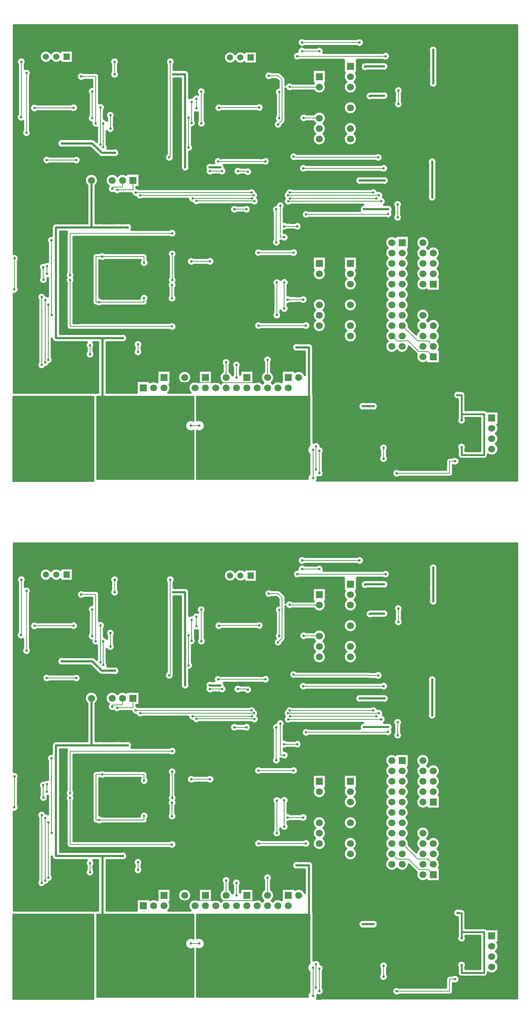
<source format=gbr>
G04 DipTrace 2.4.0.2*
%INBottom.gbr*%
%MOMM*%
%ADD13C,0.508*%
%ADD14C,0.152*%
%ADD15C,0.381*%
%ADD16C,0.5*%
%ADD17C,0.3*%
%ADD27R,1.7X1.7*%
%ADD28C,1.7*%
%ADD35R,1.5X1.5*%
%ADD36C,1.5*%
%ADD49C,0.61*%
%FSLAX53Y53*%
G04*
G71*
G90*
G75*
G01*
%LNBottom*%
%LPD*%
X62350Y-6290D2*
D13*
X73660D1*
Y9900D1*
X70600D1*
X51900Y53950D2*
X49350D1*
X49300Y54000D1*
X43300D2*
Y76800D1*
X40350D1*
X13030Y59870D2*
X20530D1*
X22850Y57550D1*
X26100D1*
X55860Y-4640D2*
Y-17190D1*
X55760Y-17290D1*
X89500Y-4550D2*
X86850D1*
X26890Y39280D2*
X22540D1*
X11640Y27580D2*
Y39280D1*
X20320D1*
X22540D1*
X28040Y12180D2*
X23000D1*
X11640D1*
Y27580D1*
X29230Y39280D2*
X26890D1*
X23000Y12180D2*
Y-6930D1*
X20320Y50800D2*
Y39280D1*
X29750Y-5010D2*
X29820D1*
Y-17540D1*
X9890Y-4910D2*
Y-16660D1*
X90650Y56400D2*
D14*
X88500D1*
X88450Y56450D1*
X70050D1*
X69900Y56600D1*
Y33100D2*
X61250D1*
X93050Y42550D2*
Y42450D1*
X72950D1*
Y15240D2*
X61300D1*
X96520D2*
X96560D1*
X100350Y11450D1*
X102850D1*
X104140Y10160D1*
X55380Y43700D2*
X58355D1*
X65650D2*
Y35600D1*
X65800Y25750D2*
Y17800D1*
X22550Y68650D2*
Y59600D1*
X104133Y74537D2*
D13*
Y77790D1*
Y82740D1*
X103873Y46643D2*
Y49830D1*
Y55343D1*
X103880Y55350D1*
X92080Y71540D2*
X88690D1*
X88600Y71450D1*
X93100Y43750D2*
X87150D1*
X92080Y78690D2*
X87490D1*
X87400Y78600D1*
X92180Y50750D2*
X86100D1*
X31777Y22080D2*
D14*
X31740D1*
X27285Y26535D1*
X22590Y22480D2*
X23230D1*
X27285Y26535D1*
X18540Y26975D2*
Y23630D1*
X22840Y31030D2*
X22790D1*
X24860Y28960D1*
X27285Y26535D1*
X39240Y25785D2*
Y26760D1*
Y27580D1*
Y30680D1*
X27285Y26535D2*
X31640Y30890D1*
Y34730D2*
X29500D1*
X28040D1*
X99530Y74390D2*
Y71590D1*
X99280Y46400D2*
Y43700D1*
X61790Y56220D2*
X51990D1*
X16070Y56670D2*
X6770D1*
X114501Y-8020D2*
Y-11077D1*
Y-14520D1*
X93900Y-13270D2*
Y-17920D1*
X94650Y-5170D2*
Y-5000D1*
X96739D1*
X104400D1*
X114501Y-11077D2*
X110477D1*
X104400Y-5000D1*
X22860Y50800D2*
Y55290D1*
X22500Y55650D1*
X21350D1*
X20250Y56750D1*
X16150D1*
X16070Y56670D1*
X26150Y67150D2*
Y68650D1*
X25000Y69800D1*
X32000Y72600D2*
X35200D1*
X35250Y72550D1*
X16477Y74070D2*
Y77700D1*
X24650D1*
Y70150D1*
X25000Y69800D1*
X52707Y73157D2*
Y74143D1*
X45350Y81500D1*
X35600D1*
X35300Y81200D1*
Y72550D1*
X35250D1*
X83820Y71120D2*
X76200D1*
X62366Y73050D2*
X64050D1*
X64600Y72500D1*
Y63500D1*
X70800D1*
X71150Y63850D1*
Y70950D1*
X71350Y71150D1*
X76170D1*
X91350Y68100D2*
Y65950D1*
X91450Y65850D1*
X84010D1*
X83820Y66040D1*
X40640Y0D2*
Y1311D1*
Y13590D1*
X41700Y14650D1*
Y17350D1*
X32450Y26600D1*
X27285D1*
Y26535D1*
X39240Y26760D2*
X27285Y26600D1*
X22860Y50800D2*
Y40250D1*
X40750D1*
X41550Y39450D1*
Y37050D1*
X41000Y36500D1*
X37500D1*
X29500D1*
Y34730D1*
X61750Y41250D2*
Y54350D1*
X57150Y33750D2*
Y17200D1*
X76200Y22860D2*
X83820D1*
X40640Y1311D2*
X50789D1*
X50800Y1300D1*
Y2540D1*
X50825Y1275D2*
X60875D1*
X60950Y1350D1*
Y2530D1*
X60960Y2540D1*
X46710Y-9290D2*
X44710D1*
X76200Y22860D2*
X73900D1*
Y17150D1*
X73350Y16600D1*
X57750D1*
X57150Y17200D1*
X80141Y-13300D2*
X93870D1*
X93900Y-13270D1*
X96520Y7620D2*
X93980D1*
X88130D1*
X88000Y7750D1*
Y17250D1*
X87600Y17650D1*
X83950D1*
X83820Y17780D1*
X96520Y7620D2*
Y5680D1*
X96600Y5600D1*
X106150D1*
X106400Y5850D1*
Y17400D1*
X106100Y17700D1*
X104220D1*
X104140Y17780D1*
X96600Y5600D2*
X96739Y5461D1*
Y-5000D1*
X24900Y29000D2*
X24860Y28960D1*
X37500Y36500D2*
D3*
X71961Y84550D2*
X86050D1*
X31740Y10610D2*
Y8750D1*
X72350Y66100D2*
X76140D1*
X76200Y66040D1*
X44850Y64850D2*
Y70000D1*
X19950Y10400D2*
Y8200D1*
X45140Y46350D2*
X59687D1*
X69034D2*
X90200D1*
X93980Y12700D2*
X94050D1*
X95300Y11450D1*
X98050D1*
X100600Y8900D1*
X102860D1*
X104140Y7620D1*
X32240Y47150D2*
X60114D1*
X68521D2*
X90800D1*
X47290Y64770D2*
Y72470D1*
X47240Y72520D1*
X66390Y66020D2*
Y72420D1*
X95580Y69490D2*
Y72790D1*
X4400Y62450D2*
Y77070D1*
X20470Y66020D2*
Y72570D1*
X95430Y44900D2*
Y41750D1*
X40090Y25180D2*
Y21922D1*
Y15000D2*
X15090D1*
Y26380D1*
X92000Y53750D2*
X72250D1*
Y21600D2*
X68400D1*
X67600Y39550D2*
X70800D1*
Y81200D2*
X92450D1*
X1415Y31680D2*
Y24105D1*
X1390Y24080D1*
X8542Y26480D2*
X8490D1*
Y29530D1*
X109500Y-18000D2*
X108167D1*
Y-20950D1*
X95150D1*
X91950Y-17370D2*
Y-14720D1*
X71961Y82450D2*
X76200D1*
Y73660D2*
X68940D1*
X68900Y73700D1*
X3020Y66250D2*
X3150D1*
Y79850D1*
X27940Y50800D2*
Y49340D1*
X27800Y49200D1*
X25400D1*
Y48750D1*
X26640Y48450D2*
X30450D1*
Y50770D1*
X30480Y50800D1*
X91400Y45650D2*
X68550D1*
X60300Y45700D2*
X60250Y45750D1*
X46050D1*
X53340Y2540D2*
Y6200D1*
X9000D2*
Y21500D1*
X63500Y2540D2*
Y6850D1*
X9750D2*
Y20350D1*
X55850Y2550D2*
Y5600D1*
X8100D2*
Y22200D1*
X89450Y47800D2*
X68963D1*
X59601D2*
X31200D1*
X111100Y-7970D2*
D15*
Y-6450D1*
X116600D1*
Y-16450D1*
X111100D1*
Y-14520D1*
X110100Y-1770D2*
X111100D1*
Y-6450D1*
X63000Y55450D2*
D14*
X51400D1*
X49400Y30950D2*
X44800D1*
X16600Y55750D2*
X9350D1*
X66090Y64520D2*
X67040Y65470D1*
Y75470D1*
X66090Y76420D1*
X63790D1*
X46050Y68450D2*
Y70750D1*
X21370Y64770D2*
Y76270D1*
X17870D1*
X17820Y76220D1*
X44150Y58850D2*
Y66150D1*
X10500Y36100D2*
Y17750D1*
X10600Y17850D1*
X9440Y27930D2*
Y29750D1*
X67600Y19400D2*
Y25800D1*
X26000Y76764D2*
Y79841D1*
X39650Y79850D2*
Y56650D1*
X39400Y56400D1*
X49350Y53050D2*
X52350D1*
X56200D2*
X58500D1*
X58650Y52900D1*
X66650Y44600D2*
Y36850D1*
X67600D1*
X61490Y68620D2*
X51590D1*
X51540Y68570D1*
X15960Y68580D2*
X6380D1*
X6320Y68520D1*
X24950Y66750D2*
Y63450D1*
X23200Y58950D2*
Y64750D1*
X15090Y27580D2*
Y37850D1*
X40100D1*
Y32800D2*
Y26380D1*
X33240Y30630D2*
Y32130D1*
X22940D1*
X22190Y20980D2*
X21390D1*
Y32130D1*
X22940D1*
X22190Y20980D2*
X33240D1*
Y21980D1*
X76200Y-15400D2*
Y-20900D1*
X74700Y-22150D2*
Y-15250D1*
X74650Y-15200D1*
X75400Y-20050D2*
Y-14350D1*
D49*
X62350Y-6290D3*
X70600Y9900D3*
X51900Y53950D3*
X49300Y54000D3*
X43300D3*
X40350Y76800D3*
X13030Y59870D3*
X26100Y57550D3*
X55860Y-4640D3*
X55760Y-17290D3*
X89500Y-4550D3*
X86850D3*
X26890Y39280D3*
X22540D3*
X11640Y27580D3*
X28040Y12180D3*
X11640Y27580D3*
X29230Y39280D3*
X26890D3*
X23000Y-6930D3*
X29750Y-5010D3*
X29820Y-17540D3*
X9890Y-4910D3*
Y-16660D3*
X90650Y56400D3*
X69900Y56600D3*
Y33100D3*
X61250D3*
X93050Y42550D3*
X72950Y42450D3*
Y15240D3*
X61300D3*
X55380Y43700D3*
X58355D3*
X65650D3*
Y35600D3*
X65800Y25750D3*
Y17800D3*
X22550Y68650D3*
Y59600D3*
X104133Y74537D3*
Y77790D3*
Y82740D3*
X103873Y46643D3*
Y49830D3*
X103880Y55350D3*
X92080Y71540D3*
X88600Y71450D3*
X93100Y43750D3*
X87150D3*
X92080Y78690D3*
X87400Y78600D3*
X92180Y50750D3*
X86100D3*
X31777Y22080D3*
X27285Y26535D3*
X22590Y22480D3*
X18540Y26975D3*
Y23630D3*
X22840Y31030D3*
X39240Y25785D3*
Y27580D3*
Y30680D3*
X31640Y30890D3*
Y34730D3*
X28040D3*
X99530Y74390D3*
Y71590D3*
X99280Y46400D3*
Y43700D3*
X61790Y56220D3*
X51990D3*
X16070Y56670D3*
X6770D3*
X114501Y-8020D3*
Y-14520D3*
X93900Y-13270D3*
Y-17920D3*
X94650Y-5170D3*
X104400Y-5000D3*
D3*
X16070Y56670D3*
X26150Y67150D3*
X25000Y69800D3*
X32000Y72600D3*
X35250Y72550D3*
X25000Y69800D3*
X16477Y74070D3*
X52707Y73157D3*
X62366Y73050D3*
X91350Y68100D3*
X61750Y41250D3*
Y54350D3*
X57150Y33750D3*
Y17200D3*
X46710Y-9290D3*
X44710D3*
X80141Y-13300D3*
X93900Y-13270D3*
X71961Y84550D3*
X86050D3*
X31740Y10610D3*
Y8750D3*
X72350Y66100D3*
X44850Y64850D3*
Y70000D3*
X19950Y10400D3*
Y8200D3*
X45140Y46350D3*
X59687D3*
X69034D3*
X90200D3*
X32240Y47150D3*
X60114D3*
X68521D3*
X90800D3*
X47290Y64770D3*
X47240Y72520D3*
X66390Y66020D3*
Y72420D3*
X95580Y69490D3*
Y72790D3*
X4400Y62450D3*
Y77070D3*
X20470Y66020D3*
Y72570D3*
X95430Y44900D3*
Y41750D3*
X40090Y25180D3*
Y21922D3*
Y15000D3*
X15090Y26380D3*
X92000Y53750D3*
X72250D3*
Y21600D3*
X68400D3*
X67600Y39550D3*
X70800D3*
Y81200D3*
X92450D3*
X1415Y31680D3*
X1390Y24080D3*
X8490Y29530D3*
X8542Y26480D3*
X109500Y-18000D3*
X95150Y-20950D3*
X91950Y-17370D3*
Y-14720D3*
X71961Y82450D3*
X76200D3*
X68900Y73700D3*
X3020Y66250D3*
X3150Y79850D3*
X25400Y48750D3*
X26640Y48450D3*
X91400Y45650D3*
X68550D3*
X60300Y45700D3*
X46050Y45750D3*
X53340Y6200D3*
X9000D3*
Y21500D3*
X63500Y6850D3*
X9750D3*
Y20350D3*
X55850Y2550D3*
Y5600D3*
X8100D3*
Y22200D3*
X89450Y47800D3*
X68963D3*
X59601D3*
X31200D3*
X111100Y-7970D3*
Y-14520D3*
X110100Y-1770D3*
X63000Y55450D3*
X51400D3*
X49400Y30950D3*
X44800D3*
X16600Y55750D3*
X9350D3*
X66090Y64520D3*
X63790Y76420D3*
X46050Y68450D3*
Y70750D3*
X21370Y64770D3*
X17820Y76220D3*
X44150Y58850D3*
Y66150D3*
X10500Y36100D3*
X10600Y17850D3*
X9440Y27930D3*
Y29750D3*
X67600Y19400D3*
Y25800D3*
X26000Y76764D3*
Y79841D3*
X39650Y79850D3*
X39400Y56400D3*
X49350Y53050D3*
X52350D3*
X56200D3*
X58650Y52900D3*
X66650Y44600D3*
X67600Y36850D3*
X61490Y68620D3*
X51540Y68570D3*
X15960Y68580D3*
X6320Y68520D3*
X24950Y66750D3*
Y63450D3*
X51540Y68570D3*
X23200Y58950D3*
Y64750D3*
X15090Y27580D3*
X40100Y37850D3*
Y32800D3*
Y26380D3*
X33240Y30630D3*
X22940Y32130D3*
X22190Y20980D3*
X33240Y21980D3*
X22190Y20980D3*
X76200Y-15400D3*
Y-20900D3*
X74700Y-22150D3*
X74650Y-15200D3*
X75400Y-20050D3*
Y-14350D3*
X24900Y29000D3*
Y28000D3*
Y27000D3*
Y26000D3*
Y25000D3*
X104050Y-6450D3*
X25900Y29000D3*
Y28000D3*
Y27000D3*
Y26000D3*
Y25000D3*
X104050Y-7450D3*
X26900Y29000D3*
Y28000D3*
Y25000D3*
X104050Y-8450D3*
X27900Y29000D3*
Y28000D3*
Y25000D3*
X104050Y-9450D3*
X28900Y29000D3*
Y28000D3*
Y27000D3*
Y26000D3*
Y25000D3*
X104050Y-10450D3*
Y-11450D3*
Y-12450D3*
Y-13450D3*
Y-14450D3*
Y-15450D3*
X105050Y-6450D3*
Y-7450D3*
Y-8450D3*
Y-9450D3*
Y-10450D3*
Y-11450D3*
Y-12450D3*
Y-13450D3*
Y-14450D3*
Y-15450D3*
X110650Y80500D3*
Y79500D3*
Y78500D3*
Y77500D3*
Y76500D3*
Y75500D3*
Y74500D3*
Y73500D3*
Y72500D3*
Y71500D3*
Y70500D3*
Y69500D3*
X111650Y80500D3*
Y79500D3*
Y78500D3*
Y77500D3*
Y76500D3*
Y75500D3*
Y74500D3*
Y73500D3*
Y72500D3*
Y71500D3*
Y70500D3*
Y69500D3*
X112650Y80500D3*
Y79500D3*
Y78500D3*
Y77500D3*
Y76500D3*
Y75500D3*
Y74500D3*
Y73500D3*
Y72500D3*
Y71500D3*
Y70500D3*
Y69500D3*
X113650Y80500D3*
Y79500D3*
Y78500D3*
Y77500D3*
Y76500D3*
Y75500D3*
Y74500D3*
Y73500D3*
Y72500D3*
Y71500D3*
Y70500D3*
Y69500D3*
X114650Y80500D3*
Y79500D3*
Y78500D3*
Y77500D3*
Y76500D3*
Y75500D3*
Y74500D3*
Y73500D3*
Y72500D3*
Y71500D3*
Y70500D3*
Y69500D3*
X115650Y80500D3*
Y79500D3*
Y78500D3*
Y77500D3*
Y76500D3*
Y75500D3*
Y74500D3*
Y73500D3*
Y72500D3*
Y71500D3*
Y70500D3*
Y69500D3*
X116650Y80500D3*
Y79500D3*
Y78500D3*
Y77500D3*
Y76500D3*
Y75500D3*
Y74500D3*
Y73500D3*
Y72500D3*
Y71500D3*
Y70500D3*
Y69500D3*
X117650Y80500D3*
Y79500D3*
Y78500D3*
Y77500D3*
Y76500D3*
Y75500D3*
Y74500D3*
Y73500D3*
Y72500D3*
Y71500D3*
Y70500D3*
Y69500D3*
X118650Y80500D3*
Y79500D3*
Y78500D3*
Y77500D3*
Y76500D3*
Y75500D3*
Y74500D3*
Y73500D3*
Y72500D3*
Y71500D3*
Y70500D3*
Y69500D3*
X119650Y80500D3*
Y79500D3*
Y78500D3*
Y77500D3*
Y76500D3*
Y75500D3*
Y74500D3*
Y73500D3*
Y72500D3*
Y71500D3*
Y70500D3*
Y69500D3*
X120650Y80500D3*
Y79500D3*
Y78500D3*
Y77500D3*
Y76500D3*
Y75500D3*
Y74500D3*
Y73500D3*
Y72500D3*
Y71500D3*
Y70500D3*
Y69500D3*
X121650Y80500D3*
Y79500D3*
Y78500D3*
Y77500D3*
Y76500D3*
Y75500D3*
Y74500D3*
Y73500D3*
Y72500D3*
Y71500D3*
Y70500D3*
Y69500D3*
X110400Y52350D3*
Y51350D3*
Y50350D3*
Y49350D3*
Y48350D3*
Y47350D3*
Y46350D3*
Y45350D3*
Y44350D3*
Y43350D3*
Y42350D3*
Y41350D3*
X111400Y52350D3*
Y51350D3*
Y50350D3*
Y49350D3*
Y48350D3*
Y47350D3*
Y46350D3*
Y45350D3*
Y44350D3*
Y43350D3*
Y42350D3*
Y41350D3*
X112400Y52350D3*
Y51350D3*
Y50350D3*
Y49350D3*
Y48350D3*
Y47350D3*
Y46350D3*
Y45350D3*
Y44350D3*
Y43350D3*
Y42350D3*
Y41350D3*
X113400Y52350D3*
Y51350D3*
Y50350D3*
Y49350D3*
Y48350D3*
Y47350D3*
Y46350D3*
Y45350D3*
Y44350D3*
Y43350D3*
Y42350D3*
Y41350D3*
X114400Y52350D3*
Y51350D3*
Y50350D3*
Y49350D3*
Y48350D3*
Y47350D3*
Y46350D3*
Y45350D3*
Y44350D3*
Y43350D3*
Y42350D3*
Y41350D3*
X115400Y52350D3*
Y51350D3*
Y50350D3*
Y49350D3*
Y48350D3*
Y47350D3*
Y46350D3*
Y45350D3*
Y44350D3*
Y43350D3*
Y42350D3*
Y41350D3*
X116400Y52350D3*
Y51350D3*
Y50350D3*
Y49350D3*
Y48350D3*
Y47350D3*
Y46350D3*
Y45350D3*
Y44350D3*
Y43350D3*
Y42350D3*
Y41350D3*
X117400Y52350D3*
Y51350D3*
Y50350D3*
Y49350D3*
Y48350D3*
Y47350D3*
Y46350D3*
Y45350D3*
Y44350D3*
Y43350D3*
Y42350D3*
Y41350D3*
X118400Y52350D3*
Y51350D3*
Y50350D3*
Y49350D3*
Y48350D3*
Y47350D3*
Y46350D3*
Y45350D3*
Y44350D3*
Y43350D3*
Y42350D3*
Y41350D3*
X119400Y52350D3*
Y51350D3*
Y50350D3*
Y49350D3*
Y48350D3*
Y47350D3*
Y46350D3*
Y45350D3*
Y44350D3*
Y43350D3*
Y42350D3*
Y41350D3*
X120400Y52350D3*
Y51350D3*
Y50350D3*
Y49350D3*
Y48350D3*
Y47350D3*
Y46350D3*
Y45350D3*
Y44350D3*
Y43350D3*
Y42350D3*
Y41350D3*
X121400Y52350D3*
Y51350D3*
Y50350D3*
Y49350D3*
Y48350D3*
Y47350D3*
Y46350D3*
Y45350D3*
Y44350D3*
Y43350D3*
Y42350D3*
Y41350D3*
X54710Y-5890D3*
Y-6890D3*
X55710Y-5890D3*
Y-6890D3*
X56710Y-5890D3*
Y-6890D3*
X28757Y-6550D3*
Y-7550D3*
X29757Y-6550D3*
Y-7550D3*
X30757Y-6550D3*
Y-7550D3*
X8868Y-6560D3*
Y-7560D3*
X9868Y-6560D3*
Y-7560D3*
X10868Y-6560D3*
Y-7560D3*
X16500Y36500D3*
Y35500D3*
X17500Y36500D3*
Y35500D3*
X37500Y36500D3*
Y35500D3*
X38500Y36500D3*
Y35500D3*
X16500Y17000D3*
Y16000D3*
X17500Y17000D3*
Y16000D3*
X37500Y17000D3*
Y16000D3*
X38500Y17000D3*
Y16000D3*
X2000Y88000D3*
X3000D3*
X4000D3*
X5000D3*
X6000D3*
X7000D3*
X8000D3*
X9000D3*
X10000D3*
X11000D3*
X12000D3*
X13000D3*
X14000D3*
X15000D3*
X16000D3*
X17000D3*
X18000D3*
X19000D3*
X20000D3*
X21000D3*
X22000D3*
X23000D3*
X24000D3*
X25000D3*
X26000D3*
X27000D3*
X28000D3*
X29000D3*
X30000D3*
X31000D3*
X32000D3*
X33000D3*
X34000D3*
X35000D3*
X36000D3*
X37000D3*
X38000D3*
X39000D3*
X40000D3*
X41000D3*
X42000D3*
X43000D3*
X44000D3*
X45000D3*
X46000D3*
X47000D3*
X48000D3*
X49000D3*
X50000D3*
X51000D3*
X52000D3*
X53000D3*
X54000D3*
X55000D3*
X56000D3*
X57000D3*
X58000D3*
X59000D3*
X60000D3*
X61000D3*
X62000D3*
X63000D3*
X64000D3*
X65000D3*
X66000D3*
X67000D3*
X68000D3*
X69000D3*
X70000D3*
X71000D3*
X72000D3*
X73000D3*
X74000D3*
X75000D3*
X76000D3*
X77000D3*
X78000D3*
X79000D3*
X80000D3*
X81000D3*
X82000D3*
X83000D3*
X84000D3*
X85000D3*
X86000D3*
X87000D3*
X88000D3*
X89000D3*
X90000D3*
X91000D3*
X92000D3*
X93000D3*
X94000D3*
X95000D3*
X96000D3*
X97000D3*
X98000D3*
X99000D3*
X100000D3*
X101000D3*
X102000D3*
X103000D3*
X104000D3*
X105000D3*
X106000D3*
X107000D3*
X108000D3*
X109000D3*
X110000D3*
X111000D3*
X112000D3*
X113000D3*
X114000D3*
X115000D3*
X116000D3*
X117000D3*
X118000D3*
X119000D3*
X120000D3*
X121000D3*
X122000D3*
X123000D3*
X124000D3*
X112500Y-18000D3*
X113500D3*
X114500D3*
X115500D3*
X116500D3*
X117500D3*
X118500D3*
X119500D3*
X120500D3*
X121500D3*
X112500Y-5000D3*
X113500D3*
X114500D3*
X115500D3*
X116500D3*
X117500D3*
X118500D3*
X119500D3*
X120500D3*
X121500D3*
X124000Y87000D3*
Y86000D3*
Y85000D3*
Y84000D3*
Y83000D3*
Y82000D3*
Y81000D3*
Y80000D3*
Y79000D3*
Y78000D3*
Y77000D3*
Y76000D3*
Y75000D3*
Y74000D3*
Y73000D3*
Y72000D3*
Y71000D3*
Y70000D3*
Y69000D3*
Y68000D3*
Y67000D3*
Y66000D3*
Y65000D3*
Y64000D3*
Y63000D3*
Y62000D3*
Y61000D3*
Y60000D3*
Y59000D3*
Y58000D3*
Y57000D3*
Y56000D3*
Y55000D3*
Y54000D3*
Y53000D3*
Y52000D3*
Y51000D3*
Y50000D3*
Y49000D3*
Y48000D3*
Y47000D3*
Y46000D3*
Y45000D3*
Y44000D3*
Y43000D3*
Y42000D3*
Y41000D3*
Y40000D3*
Y39000D3*
Y38000D3*
Y37000D3*
Y36000D3*
Y35000D3*
Y34000D3*
Y33000D3*
Y32000D3*
Y31000D3*
Y30000D3*
Y29000D3*
Y28000D3*
Y27000D3*
Y26000D3*
Y25000D3*
Y24000D3*
Y23000D3*
Y22000D3*
Y21000D3*
Y20000D3*
Y19000D3*
Y18000D3*
Y17000D3*
Y16000D3*
Y15000D3*
Y14000D3*
Y13000D3*
Y12000D3*
Y11000D3*
Y10000D3*
Y9000D3*
Y8000D3*
Y7000D3*
Y6000D3*
Y5000D3*
Y4000D3*
Y3000D3*
Y2000D3*
Y1000D3*
Y0D3*
Y-1000D3*
Y-2000D3*
Y-3000D3*
Y-4000D3*
Y-5000D3*
Y-6000D3*
Y-7000D3*
Y-8000D3*
Y-9000D3*
Y-10000D3*
Y-11000D3*
Y-12000D3*
Y-13000D3*
Y-14000D3*
Y-15000D3*
Y-16000D3*
Y-17000D3*
Y-18000D3*
Y-19000D3*
Y-20000D3*
Y-21000D3*
X2000Y87000D3*
Y86000D3*
Y85000D3*
Y84000D3*
Y83000D3*
Y82000D3*
Y81000D3*
Y80000D3*
Y79000D3*
Y78000D3*
Y77000D3*
Y76000D3*
Y75000D3*
Y74000D3*
Y73000D3*
Y72000D3*
Y71000D3*
Y70000D3*
Y69000D3*
Y68000D3*
Y67000D3*
Y66000D3*
Y65000D3*
Y64000D3*
Y63000D3*
Y62000D3*
Y61000D3*
Y60000D3*
Y59000D3*
Y58000D3*
Y57000D3*
Y56000D3*
Y55000D3*
Y54000D3*
Y53000D3*
Y52000D3*
Y51000D3*
Y50000D3*
Y49000D3*
Y48000D3*
Y47000D3*
Y46000D3*
Y45000D3*
Y44000D3*
Y43000D3*
Y42000D3*
Y41000D3*
Y40000D3*
Y39000D3*
Y38000D3*
Y37000D3*
Y36000D3*
Y35000D3*
Y21500D3*
Y20500D3*
Y19500D3*
Y18500D3*
Y17500D3*
Y16500D3*
Y15500D3*
Y14500D3*
Y13500D3*
Y12500D3*
Y11500D3*
Y10500D3*
Y9500D3*
Y8500D3*
Y7500D3*
Y6500D3*
Y5500D3*
Y4500D3*
Y3500D3*
Y2500D3*
Y1500D3*
Y500D3*
Y-500D3*
X1300Y88253D2*
D16*
X124700D1*
X1300Y87757D2*
X124700D1*
X1300Y87260D2*
X124700D1*
X1300Y86763D2*
X124700D1*
X1300Y86267D2*
X124700D1*
X1300Y85770D2*
X124700D1*
X1300Y85273D2*
X71118D1*
X86898D2*
X124700D1*
X1300Y84777D2*
X70860D1*
X87148D2*
X124700D1*
X1300Y84280D2*
X70868D1*
X87140D2*
X124700D1*
X1300Y83783D2*
X71157D1*
X86851D2*
X103829D1*
X104445D2*
X124700D1*
X1300Y83287D2*
X71235D1*
X76921D2*
X103157D1*
X105109D2*
X124700D1*
X1300Y82790D2*
X70891D1*
X77273D2*
X103009D1*
X105257D2*
X124700D1*
X1300Y82293D2*
X8188D1*
X10093D2*
X10727D1*
X15788D2*
X53727D1*
X54890D2*
X56266D1*
X57429D2*
X57821D1*
X60960D2*
X70845D1*
X77312D2*
X103063D1*
X105210D2*
X124700D1*
X1300Y81797D2*
X7759D1*
X15788D2*
X53055D1*
X60960D2*
X69852D1*
X93398D2*
X103063D1*
X105210D2*
X124700D1*
X1300Y81300D2*
X7587D1*
X15788D2*
X52805D1*
X60960D2*
X69680D1*
X93570D2*
X103063D1*
X105210D2*
X124700D1*
X1300Y80803D2*
X2602D1*
X3695D2*
X7595D1*
X15788D2*
X25470D1*
X26530D2*
X39102D1*
X40195D2*
X52743D1*
X60960D2*
X69751D1*
X93499D2*
X103063D1*
X105210D2*
X124700D1*
X1300Y80307D2*
X2126D1*
X4171D2*
X7774D1*
X15788D2*
X24985D1*
X27015D2*
X38626D1*
X40671D2*
X52852D1*
X60960D2*
X70149D1*
X71445D2*
X82149D1*
X85491D2*
X91805D1*
X93101D2*
X103063D1*
X105210D2*
X124700D1*
X1300Y79810D2*
X2024D1*
X4273D2*
X8243D1*
X10038D2*
X10782D1*
X15788D2*
X24876D1*
X27124D2*
X38524D1*
X40773D2*
X53173D1*
X55452D2*
X55712D1*
X60960D2*
X82149D1*
X85491D2*
X103063D1*
X105210D2*
X124700D1*
X1300Y79313D2*
X2173D1*
X4132D2*
X25016D1*
X26984D2*
X38673D1*
X40632D2*
X82149D1*
X85491D2*
X86548D1*
X93007D2*
X103063D1*
X105210D2*
X124700D1*
X1300Y78817D2*
X2251D1*
X4046D2*
X25102D1*
X26898D2*
X38751D1*
X40546D2*
X82149D1*
X85491D2*
X86298D1*
X93195D2*
X103063D1*
X105210D2*
X124700D1*
X1300Y78320D2*
X2251D1*
X4046D2*
X25102D1*
X26898D2*
X38751D1*
X40546D2*
X82149D1*
X85491D2*
X86313D1*
X93140D2*
X103063D1*
X105210D2*
X124700D1*
X1300Y77823D2*
X2251D1*
X5218D2*
X25102D1*
X26898D2*
X38751D1*
X43374D2*
X82149D1*
X85491D2*
X86610D1*
X92765D2*
X103009D1*
X105257D2*
X124700D1*
X1300Y77327D2*
X2251D1*
X5491D2*
X25032D1*
X26968D2*
X38751D1*
X44226D2*
X63165D1*
X64413D2*
X74532D1*
X77866D2*
X82149D1*
X85491D2*
X103063D1*
X105210D2*
X124700D1*
X1300Y76830D2*
X2251D1*
X5499D2*
X16884D1*
X22054D2*
X24876D1*
X27124D2*
X38751D1*
X44374D2*
X62743D1*
X66929D2*
X74532D1*
X77866D2*
X82274D1*
X85359D2*
X103063D1*
X105210D2*
X124700D1*
X1300Y76333D2*
X2251D1*
X5296D2*
X16704D1*
X22265D2*
X24962D1*
X27038D2*
X38751D1*
X44374D2*
X62673D1*
X67421D2*
X74532D1*
X77866D2*
X82157D1*
X85484D2*
X103063D1*
X105210D2*
X124700D1*
X1300Y75837D2*
X2251D1*
X5296D2*
X16766D1*
X22265D2*
X25407D1*
X26593D2*
X38751D1*
X44374D2*
X62837D1*
X67851D2*
X74532D1*
X77866D2*
X82188D1*
X85445D2*
X103063D1*
X105210D2*
X124700D1*
X1300Y75340D2*
X2251D1*
X5296D2*
X17157D1*
X18484D2*
X20477D1*
X22265D2*
X38751D1*
X40546D2*
X42227D1*
X44374D2*
X65923D1*
X67937D2*
X74532D1*
X77866D2*
X82399D1*
X85241D2*
X103063D1*
X105210D2*
X124700D1*
X1300Y74843D2*
X2251D1*
X5296D2*
X20477D1*
X22265D2*
X38751D1*
X40546D2*
X42227D1*
X44374D2*
X66141D1*
X67937D2*
X74532D1*
X77866D2*
X82665D1*
X84976D2*
X103055D1*
X105210D2*
X124700D1*
X1300Y74347D2*
X2251D1*
X5296D2*
X20477D1*
X22265D2*
X38751D1*
X40546D2*
X42227D1*
X44374D2*
X66141D1*
X77718D2*
X82305D1*
X85335D2*
X103024D1*
X105241D2*
X124700D1*
X1300Y73850D2*
X2251D1*
X5296D2*
X20477D1*
X22265D2*
X38751D1*
X40546D2*
X42227D1*
X44374D2*
X66141D1*
X77859D2*
X82165D1*
X85476D2*
X95352D1*
X95804D2*
X103259D1*
X105007D2*
X124700D1*
X1300Y73353D2*
X2251D1*
X5296D2*
X19680D1*
X22265D2*
X38751D1*
X40546D2*
X42227D1*
X44374D2*
X46509D1*
X47968D2*
X65805D1*
X77843D2*
X82180D1*
X85460D2*
X94618D1*
X96546D2*
X124700D1*
X1300Y72857D2*
X2251D1*
X5296D2*
X19384D1*
X22265D2*
X38751D1*
X40546D2*
X42227D1*
X44374D2*
X46173D1*
X48312D2*
X65360D1*
X77655D2*
X82360D1*
X85273D2*
X94454D1*
X96702D2*
X124700D1*
X1300Y72360D2*
X2251D1*
X5296D2*
X19368D1*
X22265D2*
X38751D1*
X40546D2*
X42227D1*
X44374D2*
X46126D1*
X48351D2*
X65266D1*
X67937D2*
X75180D1*
X77218D2*
X82805D1*
X84835D2*
X87977D1*
X92827D2*
X94548D1*
X96616D2*
X124700D1*
X1300Y71863D2*
X2251D1*
X5296D2*
X19571D1*
X22265D2*
X38751D1*
X40546D2*
X42227D1*
X44374D2*
X46337D1*
X48187D2*
X65423D1*
X67937D2*
X87555D1*
X93155D2*
X94680D1*
X96476D2*
X124700D1*
X1300Y71367D2*
X2251D1*
X5296D2*
X19571D1*
X22265D2*
X38751D1*
X40546D2*
X42227D1*
X44374D2*
X45118D1*
X48187D2*
X65493D1*
X67937D2*
X87477D1*
X93187D2*
X94680D1*
X96476D2*
X124700D1*
X1300Y70870D2*
X2251D1*
X5296D2*
X19571D1*
X22265D2*
X38751D1*
X40546D2*
X42227D1*
X48187D2*
X65493D1*
X67937D2*
X87641D1*
X92968D2*
X94680D1*
X96476D2*
X124700D1*
X1300Y70373D2*
X2251D1*
X5296D2*
X19571D1*
X22265D2*
X38751D1*
X40546D2*
X42227D1*
X48187D2*
X65493D1*
X67937D2*
X94680D1*
X96476D2*
X124700D1*
X1300Y69877D2*
X2251D1*
X5296D2*
X19571D1*
X22265D2*
X38751D1*
X40546D2*
X42227D1*
X48187D2*
X65493D1*
X67937D2*
X82798D1*
X84843D2*
X94524D1*
X96632D2*
X124700D1*
X1300Y69380D2*
X2251D1*
X5296D2*
X5626D1*
X16726D2*
X19571D1*
X23390D2*
X38751D1*
X40546D2*
X42227D1*
X48187D2*
X50782D1*
X62296D2*
X65493D1*
X67937D2*
X82360D1*
X85280D2*
X94462D1*
X96702D2*
X124700D1*
X1300Y68883D2*
X2251D1*
X17038D2*
X19571D1*
X23648D2*
X38751D1*
X40546D2*
X42227D1*
X48187D2*
X50462D1*
X62585D2*
X65493D1*
X67937D2*
X82180D1*
X85460D2*
X94641D1*
X96515D2*
X124700D1*
X1300Y68387D2*
X2251D1*
X17070D2*
X19571D1*
X23640D2*
X38751D1*
X40546D2*
X42227D1*
X48187D2*
X50430D1*
X62585D2*
X65493D1*
X67937D2*
X82165D1*
X85476D2*
X124700D1*
X1300Y67890D2*
X2251D1*
X16835D2*
X19571D1*
X23445D2*
X38751D1*
X40546D2*
X42227D1*
X48187D2*
X50657D1*
X62327D2*
X65493D1*
X67937D2*
X82305D1*
X85335D2*
X124700D1*
X1300Y67393D2*
X2251D1*
X5296D2*
X19571D1*
X23445D2*
X24040D1*
X25859D2*
X38751D1*
X40546D2*
X42227D1*
X48187D2*
X65493D1*
X67937D2*
X75259D1*
X77140D2*
X82665D1*
X84976D2*
X124700D1*
X1300Y66897D2*
X2110D1*
X5296D2*
X19571D1*
X23445D2*
X23837D1*
X26062D2*
X38751D1*
X40546D2*
X42227D1*
X45749D2*
X46391D1*
X48187D2*
X65493D1*
X67937D2*
X71579D1*
X77624D2*
X124700D1*
X1300Y66400D2*
X1907D1*
X5296D2*
X19415D1*
X23445D2*
X23884D1*
X26015D2*
X38751D1*
X40546D2*
X42227D1*
X45749D2*
X46391D1*
X48187D2*
X65337D1*
X67937D2*
X71266D1*
X77827D2*
X124700D1*
X1300Y65903D2*
X1954D1*
X5296D2*
X19352D1*
X23445D2*
X24055D1*
X25843D2*
X38751D1*
X40546D2*
X42227D1*
X45749D2*
X46391D1*
X48187D2*
X65274D1*
X67937D2*
X71243D1*
X77866D2*
X124700D1*
X1300Y65407D2*
X2305D1*
X5296D2*
X19540D1*
X25843D2*
X38751D1*
X40546D2*
X42227D1*
X45820D2*
X46376D1*
X48202D2*
X65430D1*
X67937D2*
X71477D1*
X77741D2*
X124700D1*
X1300Y64910D2*
X3501D1*
X5296D2*
X20251D1*
X25843D2*
X38751D1*
X40546D2*
X42227D1*
X48405D2*
X65040D1*
X67726D2*
X74993D1*
X77413D2*
X82970D1*
X84663D2*
X124700D1*
X1300Y64413D2*
X3501D1*
X5296D2*
X20305D1*
X25843D2*
X38751D1*
X40546D2*
X42227D1*
X45882D2*
X46227D1*
X48351D2*
X64970D1*
X67226D2*
X74813D1*
X77585D2*
X82430D1*
X85210D2*
X124700D1*
X1300Y63917D2*
X3501D1*
X5296D2*
X20665D1*
X25968D2*
X38751D1*
X40546D2*
X42227D1*
X45429D2*
X46587D1*
X47991D2*
X65149D1*
X67030D2*
X74587D1*
X77812D2*
X82204D1*
X85437D2*
X124700D1*
X1300Y63420D2*
X3501D1*
X5296D2*
X21657D1*
X26077D2*
X38751D1*
X40546D2*
X42227D1*
X45046D2*
X74532D1*
X77866D2*
X82149D1*
X85491D2*
X124700D1*
X1300Y62923D2*
X3384D1*
X5413D2*
X21657D1*
X25937D2*
X38751D1*
X40546D2*
X42227D1*
X45046D2*
X74634D1*
X77765D2*
X82259D1*
X85382D2*
X124700D1*
X1300Y62427D2*
X3274D1*
X5523D2*
X21657D1*
X24093D2*
X24571D1*
X25327D2*
X38751D1*
X40546D2*
X42227D1*
X45046D2*
X74938D1*
X77460D2*
X82555D1*
X85085D2*
X124700D1*
X1300Y61930D2*
X3407D1*
X5390D2*
X21657D1*
X24093D2*
X38751D1*
X40546D2*
X42227D1*
X45046D2*
X74852D1*
X77546D2*
X82470D1*
X85163D2*
X124700D1*
X1300Y61433D2*
X4001D1*
X4796D2*
X21657D1*
X24093D2*
X38751D1*
X40546D2*
X42227D1*
X45046D2*
X74602D1*
X77796D2*
X82220D1*
X85421D2*
X124700D1*
X1300Y60937D2*
X12852D1*
X13208D2*
X21657D1*
X24093D2*
X38751D1*
X40546D2*
X42227D1*
X45046D2*
X74532D1*
X77866D2*
X82149D1*
X85491D2*
X124700D1*
X1300Y60440D2*
X12071D1*
X24093D2*
X38751D1*
X40546D2*
X42227D1*
X45046D2*
X74618D1*
X77780D2*
X82235D1*
X85405D2*
X124700D1*
X1300Y59943D2*
X11907D1*
X24093D2*
X38751D1*
X40546D2*
X42227D1*
X45046D2*
X74891D1*
X77507D2*
X82509D1*
X85132D2*
X124700D1*
X1300Y59447D2*
X11993D1*
X24202D2*
X38751D1*
X40546D2*
X42227D1*
X45093D2*
X75571D1*
X76827D2*
X83196D1*
X84445D2*
X124700D1*
X1300Y58950D2*
X12423D1*
X24327D2*
X38751D1*
X40546D2*
X42227D1*
X45273D2*
X124700D1*
X1300Y58453D2*
X20446D1*
X26734D2*
X38751D1*
X40546D2*
X42227D1*
X45202D2*
X124700D1*
X1300Y57957D2*
X20946D1*
X27148D2*
X38751D1*
X40546D2*
X42227D1*
X44796D2*
X124700D1*
X1300Y57460D2*
X21446D1*
X27218D2*
X38751D1*
X40546D2*
X42227D1*
X44374D2*
X69204D1*
X70593D2*
X90423D1*
X90874D2*
X124700D1*
X1300Y56963D2*
X21938D1*
X27054D2*
X38438D1*
X40546D2*
X42227D1*
X44374D2*
X68837D1*
X91616D2*
X124700D1*
X1300Y56467D2*
X8501D1*
X17452D2*
X38274D1*
X40523D2*
X42227D1*
X44374D2*
X51001D1*
X51796D2*
X62602D1*
X63398D2*
X68782D1*
X91773D2*
X124700D1*
X1300Y55970D2*
X8251D1*
X17702D2*
X38368D1*
X40437D2*
X42227D1*
X44374D2*
X50407D1*
X63991D2*
X68977D1*
X91687D2*
X102954D1*
X104804D2*
X124700D1*
X1300Y55473D2*
X8259D1*
X17687D2*
X38805D1*
X39991D2*
X42227D1*
X44374D2*
X50274D1*
X64124D2*
X90055D1*
X91241D2*
X102759D1*
X104999D2*
X124700D1*
X1300Y54977D2*
X8555D1*
X17398D2*
X42227D1*
X44374D2*
X48805D1*
X49796D2*
X50384D1*
X64015D2*
X102798D1*
X104945D2*
X124700D1*
X1300Y54480D2*
X42227D1*
X44374D2*
X48290D1*
X52882D2*
X62485D1*
X63515D2*
X71415D1*
X92835D2*
X102798D1*
X104945D2*
X124700D1*
X1300Y53983D2*
X42173D1*
X44421D2*
X48173D1*
X53023D2*
X55618D1*
X56780D2*
X71149D1*
X93101D2*
X102798D1*
X104945D2*
X124700D1*
X1300Y53487D2*
X42305D1*
X44296D2*
X48305D1*
X53382D2*
X55165D1*
X59601D2*
X71157D1*
X93093D2*
X102798D1*
X104945D2*
X124700D1*
X1300Y52990D2*
X42884D1*
X43718D2*
X48227D1*
X53476D2*
X55079D1*
X59773D2*
X71438D1*
X92812D2*
X102798D1*
X104945D2*
X124700D1*
X1300Y52493D2*
X48384D1*
X53320D2*
X55227D1*
X59695D2*
X102798D1*
X104945D2*
X124700D1*
X1300Y51997D2*
X19180D1*
X21460D2*
X24259D1*
X26538D2*
X26798D1*
X32148D2*
X49087D1*
X49616D2*
X52087D1*
X52616D2*
X55938D1*
X56460D2*
X58016D1*
X59280D2*
X102798D1*
X104945D2*
X124700D1*
X1300Y51500D2*
X18813D1*
X21827D2*
X23891D1*
X32148D2*
X85282D1*
X92999D2*
X102798D1*
X104945D2*
X124700D1*
X1300Y51003D2*
X18665D1*
X21976D2*
X23743D1*
X32148D2*
X85009D1*
X93273D2*
X102798D1*
X104945D2*
X124700D1*
X1300Y50507D2*
X18680D1*
X21960D2*
X23759D1*
X32148D2*
X85001D1*
X93280D2*
X102798D1*
X104945D2*
X124700D1*
X1300Y50010D2*
X18852D1*
X21780D2*
X23938D1*
X32148D2*
X85274D1*
X93007D2*
X102766D1*
X104984D2*
X124700D1*
X1300Y49513D2*
X19243D1*
X21390D2*
X24368D1*
X32148D2*
X102798D1*
X104952D2*
X124700D1*
X1300Y49017D2*
X19243D1*
X21390D2*
X24305D1*
X31343D2*
X102798D1*
X104945D2*
X124700D1*
X1300Y48520D2*
X19243D1*
X21390D2*
X24298D1*
X60452D2*
X68118D1*
X90296D2*
X102798D1*
X104945D2*
X124700D1*
X1300Y48023D2*
X19243D1*
X21390D2*
X24555D1*
X60788D2*
X67845D1*
X91476D2*
X102798D1*
X104945D2*
X124700D1*
X1300Y47527D2*
X19243D1*
X21390D2*
X26040D1*
X27241D2*
X30110D1*
X61171D2*
X67462D1*
X91859D2*
X102798D1*
X104945D2*
X124700D1*
X1300Y47030D2*
X19243D1*
X21390D2*
X30399D1*
X61234D2*
X67399D1*
X91921D2*
X102798D1*
X104945D2*
X124700D1*
X1300Y46533D2*
X19243D1*
X21390D2*
X31313D1*
X61046D2*
X67595D1*
X92062D2*
X102751D1*
X104991D2*
X124700D1*
X1300Y46037D2*
X19243D1*
X21390D2*
X44063D1*
X61374D2*
X67501D1*
X92452D2*
X102938D1*
X104812D2*
X124700D1*
X1300Y45540D2*
X19243D1*
X21390D2*
X44384D1*
X61413D2*
X66079D1*
X92523D2*
X94516D1*
X96343D2*
X124700D1*
X1300Y45043D2*
X19243D1*
X21390D2*
X45188D1*
X61202D2*
X65618D1*
X92335D2*
X94313D1*
X96546D2*
X124700D1*
X1300Y44547D2*
X19243D1*
X21390D2*
X54665D1*
X56093D2*
X57641D1*
X59070D2*
X64938D1*
X67773D2*
X86376D1*
X93874D2*
X94368D1*
X96491D2*
X124700D1*
X1300Y44050D2*
X19243D1*
X21390D2*
X54313D1*
X59421D2*
X64587D1*
X67624D2*
X86071D1*
X94179D2*
X94532D1*
X96327D2*
X124700D1*
X1300Y43553D2*
X19243D1*
X21390D2*
X54266D1*
X59468D2*
X64532D1*
X67546D2*
X86040D1*
X94210D2*
X94532D1*
X96327D2*
X124700D1*
X1300Y43057D2*
X19243D1*
X21390D2*
X54470D1*
X59265D2*
X64743D1*
X67546D2*
X72016D1*
X94046D2*
X94532D1*
X96327D2*
X124700D1*
X1300Y42560D2*
X19243D1*
X21390D2*
X64751D1*
X67546D2*
X71829D1*
X94171D2*
X94532D1*
X96327D2*
X124700D1*
X1300Y42063D2*
X19243D1*
X21390D2*
X64751D1*
X67546D2*
X71899D1*
X94062D2*
X94351D1*
X96507D2*
X124700D1*
X1300Y41567D2*
X19243D1*
X21390D2*
X64751D1*
X67546D2*
X72290D1*
X73609D2*
X92563D1*
X93530D2*
X94321D1*
X96538D2*
X124700D1*
X1300Y41070D2*
X19243D1*
X21390D2*
X64751D1*
X67546D2*
X94548D1*
X96312D2*
X124700D1*
X1300Y40573D2*
X19243D1*
X21390D2*
X64751D1*
X67976D2*
X70423D1*
X71179D2*
X124700D1*
X1300Y40077D2*
X10946D1*
X29999D2*
X64751D1*
X71788D2*
X124700D1*
X1300Y39580D2*
X10610D1*
X30312D2*
X64751D1*
X71921D2*
X124700D1*
X1300Y39083D2*
X10563D1*
X30335D2*
X64751D1*
X71820D2*
X124700D1*
X1300Y38587D2*
X10563D1*
X40929D2*
X64751D1*
X68124D2*
X70274D1*
X71327D2*
X124700D1*
X1300Y38090D2*
X10563D1*
X12710D2*
X14227D1*
X41195D2*
X64751D1*
X67546D2*
X124700D1*
X1300Y37593D2*
X10563D1*
X12710D2*
X14196D1*
X41195D2*
X64751D1*
X68429D2*
X124700D1*
X1300Y37097D2*
X10048D1*
X12710D2*
X14196D1*
X40913D2*
X64751D1*
X68695D2*
X93415D1*
X94538D2*
X94852D1*
X98187D2*
X101040D1*
X102163D2*
X124700D1*
X1300Y36600D2*
X9501D1*
X12710D2*
X14196D1*
X15984D2*
X64751D1*
X68695D2*
X92688D1*
X98187D2*
X100305D1*
X102890D2*
X124700D1*
X1300Y36103D2*
X9376D1*
X12710D2*
X14196D1*
X15984D2*
X64649D1*
X68421D2*
X92407D1*
X98187D2*
X100024D1*
X103179D2*
X124700D1*
X1300Y35607D2*
X9493D1*
X12710D2*
X14196D1*
X15984D2*
X64524D1*
X66773D2*
X92313D1*
X98187D2*
X99930D1*
X103273D2*
X124700D1*
X1300Y35110D2*
X9602D1*
X12710D2*
X14196D1*
X15984D2*
X64641D1*
X66655D2*
X92376D1*
X98187D2*
X99993D1*
X103202D2*
X124700D1*
X1300Y34613D2*
X9602D1*
X12710D2*
X14196D1*
X15984D2*
X65173D1*
X66124D2*
X92618D1*
X98187D2*
X100235D1*
X102968D2*
X103798D1*
X104484D2*
X124700D1*
X1300Y34117D2*
X9602D1*
X12710D2*
X14196D1*
X15984D2*
X60852D1*
X61648D2*
X69501D1*
X70296D2*
X92735D1*
X98187D2*
X100360D1*
X105382D2*
X124700D1*
X1300Y33620D2*
X9602D1*
X12710D2*
X14196D1*
X15984D2*
X39352D1*
X40843D2*
X60259D1*
X70890D2*
X92423D1*
X98077D2*
X100048D1*
X105695D2*
X124700D1*
X1300Y33123D2*
X9602D1*
X12710D2*
X14196D1*
X15984D2*
X22477D1*
X23398D2*
X39024D1*
X41171D2*
X60126D1*
X71023D2*
X92313D1*
X98187D2*
X99930D1*
X105804D2*
X124700D1*
X1976Y32627D2*
X9602D1*
X12710D2*
X14196D1*
X15984D2*
X20657D1*
X33976D2*
X38993D1*
X41210D2*
X60235D1*
X70913D2*
X92360D1*
X98140D2*
X99977D1*
X105765D2*
X124700D1*
X2445Y32130D2*
X9602D1*
X12710D2*
X14196D1*
X15984D2*
X20493D1*
X34132D2*
X39204D1*
X40999D2*
X60735D1*
X61765D2*
X69384D1*
X70413D2*
X92579D1*
X97921D2*
X100196D1*
X105546D2*
X124700D1*
X2538Y31633D2*
X9602D1*
X12710D2*
X14196D1*
X15984D2*
X20493D1*
X34132D2*
X39204D1*
X40999D2*
X43923D1*
X50280D2*
X74532D1*
X77866D2*
X82149D1*
X85491D2*
X92790D1*
X97710D2*
X100415D1*
X105327D2*
X124700D1*
X2390Y31137D2*
X9602D1*
X12710D2*
X14196D1*
X15984D2*
X20493D1*
X23398D2*
X32243D1*
X34241D2*
X39204D1*
X40999D2*
X43688D1*
X50507D2*
X74532D1*
X77866D2*
X82149D1*
X85491D2*
X92446D1*
X98054D2*
X100071D1*
X105671D2*
X124700D1*
X2312Y30640D2*
X8790D1*
X12710D2*
X14196D1*
X15984D2*
X20493D1*
X22288D2*
X32118D1*
X34366D2*
X39204D1*
X40999D2*
X43720D1*
X50476D2*
X74532D1*
X77866D2*
X82149D1*
X85491D2*
X92321D1*
X98179D2*
X99938D1*
X105804D2*
X124700D1*
X2312Y30143D2*
X7555D1*
X12710D2*
X14196D1*
X15984D2*
X20493D1*
X22288D2*
X32235D1*
X34249D2*
X39204D1*
X40999D2*
X44040D1*
X50163D2*
X74532D1*
X77866D2*
X82149D1*
X85491D2*
X92345D1*
X98155D2*
X99970D1*
X105773D2*
X124700D1*
X2312Y29647D2*
X7368D1*
X12710D2*
X14196D1*
X15984D2*
X20493D1*
X22288D2*
X32759D1*
X33726D2*
X39204D1*
X40999D2*
X74532D1*
X77866D2*
X82149D1*
X85491D2*
X92540D1*
X97960D2*
X100165D1*
X105577D2*
X124700D1*
X2312Y29150D2*
X7438D1*
X12710D2*
X14196D1*
X15984D2*
X20493D1*
X22288D2*
X39204D1*
X40999D2*
X74532D1*
X77866D2*
X82149D1*
X85491D2*
X92852D1*
X97648D2*
X100470D1*
X105265D2*
X124700D1*
X2312Y28653D2*
X7595D1*
X12710D2*
X14196D1*
X15984D2*
X20493D1*
X22288D2*
X39204D1*
X40999D2*
X74696D1*
X77702D2*
X82313D1*
X85327D2*
X92477D1*
X98023D2*
X100095D1*
X105648D2*
X124700D1*
X2312Y28157D2*
X7595D1*
X12710D2*
X14134D1*
X16046D2*
X20493D1*
X22288D2*
X39204D1*
X40999D2*
X74548D1*
X77859D2*
X82165D1*
X85476D2*
X92321D1*
X98179D2*
X99946D1*
X105796D2*
X124700D1*
X2312Y27660D2*
X7595D1*
X12765D2*
X13970D1*
X16210D2*
X20493D1*
X22288D2*
X39204D1*
X40999D2*
X74555D1*
X77843D2*
X82173D1*
X85468D2*
X92337D1*
X98163D2*
X99954D1*
X105788D2*
X124700D1*
X2312Y27163D2*
X7595D1*
X12710D2*
X14048D1*
X16132D2*
X20493D1*
X22288D2*
X39204D1*
X40999D2*
X74727D1*
X77671D2*
X82352D1*
X85288D2*
X92509D1*
X97991D2*
X100126D1*
X105609D2*
X124700D1*
X2312Y26667D2*
X7430D1*
X12710D2*
X14001D1*
X16179D2*
X20493D1*
X22288D2*
X39016D1*
X41187D2*
X65188D1*
X66413D2*
X66915D1*
X68288D2*
X75149D1*
X77249D2*
X82759D1*
X84882D2*
X92923D1*
X97577D2*
X100540D1*
X105812D2*
X124700D1*
X2312Y26170D2*
X7462D1*
X12710D2*
X13985D1*
X16195D2*
X20493D1*
X22288D2*
X38993D1*
X41202D2*
X64759D1*
X68655D2*
X82345D1*
X85296D2*
X92509D1*
X97991D2*
X100126D1*
X105812D2*
X124700D1*
X2312Y25673D2*
X7782D1*
X9304D2*
X9599D1*
X12710D2*
X14196D1*
X15984D2*
X20493D1*
X22288D2*
X39087D1*
X41093D2*
X64680D1*
X68718D2*
X82173D1*
X85468D2*
X92337D1*
X98163D2*
X99954D1*
X105812D2*
X124700D1*
X2312Y25177D2*
X9602D1*
X12710D2*
X14196D1*
X15984D2*
X20493D1*
X22288D2*
X38962D1*
X41218D2*
X64845D1*
X68523D2*
X82165D1*
X85476D2*
X92329D1*
X98171D2*
X99946D1*
X105812D2*
X124700D1*
X2335Y24680D2*
X9602D1*
X12710D2*
X14196D1*
X15984D2*
X20493D1*
X22288D2*
X39087D1*
X41093D2*
X64907D1*
X68499D2*
X82321D1*
X85320D2*
X92477D1*
X98023D2*
X100102D1*
X105812D2*
X124700D1*
X2507Y24183D2*
X9602D1*
X12710D2*
X14196D1*
X15984D2*
X20493D1*
X22288D2*
X39196D1*
X40984D2*
X64907D1*
X68499D2*
X82704D1*
X84937D2*
X92860D1*
X97640D2*
X100477D1*
X105812D2*
X124700D1*
X2437Y23687D2*
X9602D1*
X12710D2*
X14196D1*
X15984D2*
X20493D1*
X22288D2*
X39196D1*
X40984D2*
X64907D1*
X68499D2*
X92540D1*
X97960D2*
X124700D1*
X2046Y23190D2*
X7634D1*
X8570D2*
X9602D1*
X12710D2*
X14196D1*
X15984D2*
X20493D1*
X22288D2*
X39196D1*
X40984D2*
X64907D1*
X68499D2*
X92345D1*
X98155D2*
X124700D1*
X1300Y22693D2*
X7095D1*
X9109D2*
X9602D1*
X12710D2*
X14196D1*
X15984D2*
X20493D1*
X22288D2*
X32384D1*
X34093D2*
X39196D1*
X40984D2*
X64907D1*
X68499D2*
X92321D1*
X98179D2*
X124700D1*
X1300Y22197D2*
X6977D1*
X12710D2*
X14196D1*
X15984D2*
X20493D1*
X22288D2*
X32134D1*
X34343D2*
X39001D1*
X41179D2*
X64907D1*
X73195D2*
X92454D1*
X98046D2*
X124700D1*
X1300Y21700D2*
X7102D1*
X12710D2*
X14196D1*
X15984D2*
X20493D1*
X34327D2*
X38985D1*
X41195D2*
X64907D1*
X73366D2*
X75305D1*
X77101D2*
X82923D1*
X84718D2*
X92798D1*
X97702D2*
X124700D1*
X1300Y21203D2*
X7204D1*
X12710D2*
X14196D1*
X15984D2*
X20493D1*
X34132D2*
X39243D1*
X40937D2*
X64907D1*
X73296D2*
X74790D1*
X77609D2*
X82415D1*
X85226D2*
X92571D1*
X97929D2*
X124700D1*
X1300Y20707D2*
X7204D1*
X12710D2*
X14196D1*
X15984D2*
X20540D1*
X34093D2*
X64907D1*
X69046D2*
X71602D1*
X72898D2*
X74579D1*
X77820D2*
X82196D1*
X85445D2*
X92360D1*
X98140D2*
X124700D1*
X1300Y20210D2*
X7204D1*
X12710D2*
X14196D1*
X15984D2*
X20993D1*
X33640D2*
X64907D1*
X68499D2*
X74532D1*
X77866D2*
X82157D1*
X85484D2*
X92313D1*
X98187D2*
X124700D1*
X1300Y19713D2*
X7204D1*
X12710D2*
X14196D1*
X15984D2*
X64907D1*
X68679D2*
X74649D1*
X77749D2*
X82266D1*
X85374D2*
X92430D1*
X98070D2*
X124700D1*
X1300Y19217D2*
X7204D1*
X12710D2*
X14196D1*
X15984D2*
X64907D1*
X68710D2*
X74962D1*
X77437D2*
X82587D1*
X85054D2*
X92743D1*
X97757D2*
X100805D1*
X102398D2*
X124700D1*
X1300Y18720D2*
X7204D1*
X12710D2*
X14196D1*
X15984D2*
X64907D1*
X68484D2*
X74829D1*
X77570D2*
X83516D1*
X84124D2*
X92610D1*
X97890D2*
X100227D1*
X102968D2*
X124700D1*
X1300Y18223D2*
X7204D1*
X12710D2*
X14196D1*
X15984D2*
X64759D1*
X66835D2*
X74595D1*
X77804D2*
X92376D1*
X98124D2*
X99993D1*
X103210D2*
X124700D1*
X1300Y17727D2*
X7204D1*
X12710D2*
X14196D1*
X15984D2*
X64680D1*
X66921D2*
X74532D1*
X77866D2*
X92313D1*
X98187D2*
X99930D1*
X103273D2*
X124700D1*
X1300Y17230D2*
X7204D1*
X12710D2*
X14196D1*
X15984D2*
X64837D1*
X66765D2*
X74626D1*
X77773D2*
X92407D1*
X98093D2*
X100024D1*
X103171D2*
X124700D1*
X1300Y16733D2*
X7204D1*
X12710D2*
X14196D1*
X15984D2*
X65618D1*
X65983D2*
X74915D1*
X77484D2*
X83141D1*
X84499D2*
X92696D1*
X97804D2*
X100313D1*
X102890D2*
X103462D1*
X104820D2*
X124700D1*
X1300Y16237D2*
X7204D1*
X12710D2*
X14196D1*
X15984D2*
X60845D1*
X61749D2*
X72501D1*
X73405D2*
X74876D1*
X77530D2*
X82493D1*
X85148D2*
X92657D1*
X97843D2*
X100274D1*
X105468D2*
X124700D1*
X1300Y15740D2*
X7204D1*
X12710D2*
X14196D1*
X40921D2*
X60298D1*
X73952D2*
X74610D1*
X77788D2*
X82227D1*
X85413D2*
X92391D1*
X98109D2*
X100009D1*
X105734D2*
X124700D1*
X1300Y15243D2*
X7204D1*
X12710D2*
X14196D1*
X41187D2*
X60173D1*
X74077D2*
X74532D1*
X77866D2*
X82149D1*
X85491D2*
X92313D1*
X98187D2*
X99930D1*
X105812D2*
X124700D1*
X1300Y14747D2*
X7204D1*
X12710D2*
X14235D1*
X41187D2*
X60298D1*
X73952D2*
X74610D1*
X77796D2*
X82227D1*
X85413D2*
X92384D1*
X98296D2*
X100009D1*
X105734D2*
X124700D1*
X1300Y14250D2*
X7204D1*
X12710D2*
X14649D1*
X40913D2*
X60829D1*
X61765D2*
X72485D1*
X73421D2*
X74868D1*
X77530D2*
X82485D1*
X85155D2*
X92649D1*
X98796D2*
X100266D1*
X105476D2*
X124700D1*
X1300Y13753D2*
X7204D1*
X12710D2*
X75509D1*
X76890D2*
X82540D1*
X85101D2*
X92696D1*
X99296D2*
X100321D1*
X105421D2*
X124700D1*
X1300Y13257D2*
X7204D1*
X12710D2*
X82251D1*
X85390D2*
X92407D1*
X105710D2*
X124700D1*
X1300Y12760D2*
X7204D1*
X28991D2*
X82149D1*
X85491D2*
X92313D1*
X105812D2*
X124700D1*
X1300Y12263D2*
X7204D1*
X29163D2*
X82212D1*
X85429D2*
X92368D1*
X105749D2*
X124700D1*
X1300Y11767D2*
X7204D1*
X29085D2*
X82446D1*
X85195D2*
X92610D1*
X105515D2*
X124700D1*
X1300Y11270D2*
X7204D1*
X10648D2*
X11118D1*
X28663D2*
X30845D1*
X32640D2*
X83009D1*
X84632D2*
X92751D1*
X105366D2*
X124700D1*
X1300Y10773D2*
X7204D1*
X10648D2*
X18891D1*
X21007D2*
X21923D1*
X24077D2*
X30626D1*
X32851D2*
X69923D1*
X74241D2*
X92430D1*
X105687D2*
X124700D1*
X1300Y10277D2*
X7204D1*
X10648D2*
X18829D1*
X21070D2*
X21923D1*
X24077D2*
X30665D1*
X32812D2*
X69540D1*
X74663D2*
X92313D1*
X105804D2*
X124700D1*
X1300Y9780D2*
X7204D1*
X10648D2*
X19024D1*
X20874D2*
X21923D1*
X24077D2*
X30845D1*
X32632D2*
X69485D1*
X74734D2*
X92352D1*
X98148D2*
X98477D1*
X105765D2*
X124700D1*
X1300Y9283D2*
X7204D1*
X10648D2*
X19055D1*
X20843D2*
X21923D1*
X24077D2*
X30759D1*
X32726D2*
X69673D1*
X74734D2*
X92571D1*
X97929D2*
X98970D1*
X105554D2*
X124700D1*
X1300Y8787D2*
X7204D1*
X10648D2*
X19001D1*
X20898D2*
X21923D1*
X24077D2*
X30618D1*
X32866D2*
X72587D1*
X74734D2*
X93071D1*
X94890D2*
X95610D1*
X97429D2*
X99470D1*
X105812D2*
X124700D1*
X1300Y8290D2*
X7204D1*
X10648D2*
X18829D1*
X21070D2*
X21923D1*
X24077D2*
X30720D1*
X32765D2*
X72587D1*
X74734D2*
X99962D1*
X105812D2*
X124700D1*
X1300Y7793D2*
X7204D1*
X10648D2*
X18907D1*
X20991D2*
X21923D1*
X24077D2*
X31204D1*
X32280D2*
X62938D1*
X64062D2*
X72587D1*
X74734D2*
X99938D1*
X105812D2*
X124700D1*
X1300Y7297D2*
X7204D1*
X10780D2*
X19321D1*
X20585D2*
X21923D1*
X24077D2*
X62470D1*
X64530D2*
X72587D1*
X74734D2*
X99962D1*
X105812D2*
X124700D1*
X1300Y6800D2*
X7204D1*
X10874D2*
X21923D1*
X24077D2*
X52399D1*
X54280D2*
X62376D1*
X64624D2*
X72587D1*
X74734D2*
X100157D1*
X105812D2*
X124700D1*
X1300Y6303D2*
X7204D1*
X10726D2*
X21923D1*
X24077D2*
X52220D1*
X54460D2*
X54985D1*
X56710D2*
X62524D1*
X64476D2*
X72587D1*
X74734D2*
X100610D1*
X105812D2*
X124700D1*
X1300Y5807D2*
X6993D1*
X10054D2*
X21923D1*
X24077D2*
X52290D1*
X54390D2*
X54743D1*
X56952D2*
X62602D1*
X64398D2*
X72587D1*
X74734D2*
X124700D1*
X1300Y5310D2*
X7016D1*
X9655D2*
X21923D1*
X24077D2*
X52446D1*
X54234D2*
X54766D1*
X56937D2*
X62602D1*
X64398D2*
X72587D1*
X74734D2*
X124700D1*
X1300Y4813D2*
X7321D1*
X8882D2*
X21923D1*
X24077D2*
X52446D1*
X54234D2*
X54954D1*
X56749D2*
X62602D1*
X64398D2*
X72587D1*
X74734D2*
X124700D1*
X1300Y4317D2*
X21923D1*
X24077D2*
X52446D1*
X54234D2*
X54954D1*
X56749D2*
X62602D1*
X64398D2*
X72587D1*
X74734D2*
X124700D1*
X1300Y3820D2*
X21923D1*
X24077D2*
X36430D1*
X39773D2*
X42141D1*
X44226D2*
X46587D1*
X49929D2*
X52298D1*
X54382D2*
X54954D1*
X60093D2*
X62454D1*
X64546D2*
X66907D1*
X72163D2*
X72587D1*
X74734D2*
X124700D1*
X1300Y3323D2*
X21923D1*
X24077D2*
X36430D1*
X39773D2*
X41712D1*
X44648D2*
X46587D1*
X49929D2*
X51876D1*
X60093D2*
X62032D1*
X64968D2*
X66907D1*
X74734D2*
X124700D1*
X1300Y2827D2*
X21923D1*
X24077D2*
X36430D1*
X39773D2*
X41532D1*
X44827D2*
X46587D1*
X49929D2*
X51696D1*
X60093D2*
X61852D1*
X65148D2*
X66907D1*
X74734D2*
X124700D1*
X1300Y2330D2*
X21923D1*
X24077D2*
X36430D1*
X39773D2*
X41524D1*
X44835D2*
X46587D1*
X49929D2*
X51680D1*
X60093D2*
X61845D1*
X65155D2*
X66907D1*
X74734D2*
X124700D1*
X1300Y1833D2*
X21923D1*
X24077D2*
X36430D1*
X39773D2*
X41673D1*
X44687D2*
X46587D1*
X49929D2*
X51829D1*
X60093D2*
X61993D1*
X65007D2*
X66907D1*
X74734D2*
X124700D1*
X1300Y1337D2*
X21923D1*
X24077D2*
X31352D1*
X39773D2*
X42048D1*
X44312D2*
X44759D1*
X51765D2*
X52204D1*
X61921D2*
X62368D1*
X64632D2*
X65079D1*
X74734D2*
X124700D1*
X1300Y840D2*
X21923D1*
X24077D2*
X31352D1*
X39538D2*
X44282D1*
X74734D2*
X124700D1*
X1300Y343D2*
X21923D1*
X24077D2*
X31352D1*
X39734D2*
X44087D1*
X74734D2*
X124700D1*
X1300Y-153D2*
X21923D1*
X24077D2*
X31352D1*
X39765D2*
X44055D1*
X74734D2*
X124700D1*
X1300Y-650D2*
X21923D1*
X24077D2*
X31352D1*
X39632D2*
X44188D1*
X74734D2*
X124700D1*
X1300Y-1147D2*
X21923D1*
X24077D2*
X31352D1*
X39296D2*
X44524D1*
X74734D2*
X109173D1*
X111882D2*
X124700D1*
X74734Y-1643D2*
X108985D1*
X112101D2*
X124700D1*
X74820Y-2140D2*
X109040D1*
X112109D2*
X124700D1*
X74820Y-2637D2*
X109415D1*
X112109D2*
X124700D1*
X74820Y-3133D2*
X110087D1*
X112109D2*
X124700D1*
X74820Y-3630D2*
X86243D1*
X90109D2*
X110087D1*
X112109D2*
X124700D1*
X74820Y-4127D2*
X85813D1*
X90538D2*
X110087D1*
X112109D2*
X124700D1*
X74820Y-4623D2*
X85727D1*
X90624D2*
X110087D1*
X112109D2*
X124700D1*
X74820Y-5120D2*
X85891D1*
X90460D2*
X110087D1*
X112109D2*
X124700D1*
X74820Y-5617D2*
X86673D1*
X87028D2*
X89321D1*
X89676D2*
X110087D1*
X117124D2*
X124700D1*
X74820Y-6113D2*
X110087D1*
X120171D2*
X124700D1*
X74820Y-6610D2*
X110087D1*
X120171D2*
X124700D1*
X74820Y-7107D2*
X110087D1*
X120171D2*
X124700D1*
X74820Y-7603D2*
X110040D1*
X112163D2*
X115587D1*
X120171D2*
X124700D1*
X74820Y-8100D2*
X109985D1*
X112218D2*
X115587D1*
X120171D2*
X124700D1*
X74820Y-8597D2*
X110180D1*
X112023D2*
X115587D1*
X120171D2*
X124700D1*
X74820Y-9093D2*
X115587D1*
X119952D2*
X124700D1*
X74820Y-9590D2*
X115587D1*
X120140D2*
X124700D1*
X74820Y-10087D2*
X115587D1*
X120163D2*
X124700D1*
X74820Y-10583D2*
X115587D1*
X120023D2*
X124700D1*
X74820Y-11080D2*
X115587D1*
X119671D2*
X124700D1*
X74820Y-11577D2*
X115587D1*
X119913D2*
X124700D1*
X74820Y-12073D2*
X115587D1*
X120124D2*
X124700D1*
X74820Y-12570D2*
X115587D1*
X120163D2*
X124700D1*
X74820Y-13067D2*
X115587D1*
X120046D2*
X124700D1*
X76179Y-13563D2*
X110563D1*
X111640D2*
X115587D1*
X119726D2*
X124700D1*
X76484Y-14060D2*
X91055D1*
X92851D2*
X110079D1*
X112124D2*
X115587D1*
X119874D2*
X124700D1*
X76913Y-14557D2*
X90837D1*
X93062D2*
X109977D1*
X112226D2*
X115587D1*
X120109D2*
X124700D1*
X77265Y-15053D2*
X90876D1*
X93023D2*
X110087D1*
X112109D2*
X115587D1*
X120171D2*
X124700D1*
X77312Y-15550D2*
X91055D1*
X92843D2*
X110087D1*
X120070D2*
X124700D1*
X77109Y-16047D2*
X91055D1*
X92843D2*
X110087D1*
X119780D2*
X124700D1*
X77093Y-16543D2*
X91055D1*
X92843D2*
X110095D1*
X117609D2*
X117993D1*
X119007D2*
X124700D1*
X77093Y-17040D2*
X90876D1*
X93023D2*
X108970D1*
X110030D2*
X110290D1*
X117405D2*
X124700D1*
X77093Y-17537D2*
X90837D1*
X93062D2*
X107407D1*
X110523D2*
X124700D1*
X77093Y-18033D2*
X91055D1*
X92843D2*
X107274D1*
X110624D2*
X124700D1*
X77093Y-18530D2*
X107274D1*
X110484D2*
X124700D1*
X77093Y-19027D2*
X107274D1*
X109866D2*
X124700D1*
X77093Y-19523D2*
X107274D1*
X109062D2*
X124700D1*
X77093Y-20020D2*
X94563D1*
X95741D2*
X107274D1*
X109062D2*
X124700D1*
X77257Y-20517D2*
X94118D1*
X109062D2*
X124700D1*
X77320Y-21013D2*
X94024D1*
X109062D2*
X124700D1*
X77132Y-21510D2*
X94180D1*
X108851D2*
X124700D1*
X75812Y-22007D2*
X94907D1*
X95398D2*
X124700D1*
X75765Y-22503D2*
X124700D1*
X67210Y4160D2*
X70200D1*
Y3871D1*
X70502Y4037D1*
X70740Y4115D1*
X70986Y4154D1*
X71236Y4156D1*
X71483Y4119D1*
X71721Y4044D1*
X71945Y3934D1*
X72150Y3791D1*
X72330Y3617D1*
X72481Y3419D1*
X72634Y3103D1*
X72636Y8874D1*
X70933Y8876D1*
X70788Y8842D1*
X70539Y8827D1*
X70293Y8870D1*
X70064Y8968D1*
X69863Y9117D1*
X69703Y9308D1*
X69591Y9530D1*
X69533Y9773D1*
X69532Y10023D1*
X69589Y10265D1*
X69700Y10489D1*
X69860Y10680D1*
X70060Y10830D1*
X70289Y10929D1*
X70534Y10973D1*
X70783Y10959D1*
X70910Y10922D1*
X73660Y10924D1*
X73908Y10894D1*
X74140Y10804D1*
X74345Y10661D1*
X74508Y10473D1*
X74622Y10251D1*
X74678Y10001D1*
X74684Y8150D1*
Y-1655D1*
X74752Y-1832D1*
X74770Y-2250D1*
Y-13477D1*
X75089Y-13321D1*
X75334Y-13277D1*
X75583Y-13291D1*
X75822Y-13361D1*
X76039Y-13485D1*
X76221Y-13656D1*
X76359Y-13864D1*
X76445Y-14098D1*
X76474Y-14358D1*
X76622Y-14411D1*
X76839Y-14535D1*
X77021Y-14706D1*
X77159Y-14914D1*
X77245Y-15148D1*
X77275Y-15400D1*
X77246Y-15648D1*
X77161Y-15882D1*
X77045Y-16058D1*
X77046Y-20236D1*
X77159Y-20414D1*
X77245Y-20648D1*
X77275Y-20900D1*
X77246Y-21148D1*
X77161Y-21382D1*
X77024Y-21591D1*
X76842Y-21762D1*
X76627Y-21887D1*
X76388Y-21959D1*
X76139Y-21973D1*
X75893Y-21930D1*
X75743Y-21866D1*
X75775Y-22150D1*
X75746Y-22398D1*
X75661Y-22632D1*
X75579Y-22756D1*
X77750Y-22750D1*
X124750D1*
Y88750D1*
X1250D1*
Y32742D1*
X1598Y32739D1*
X1837Y32669D1*
X2054Y32545D1*
X2236Y32374D1*
X2374Y32166D1*
X2460Y31932D1*
X2490Y31680D1*
X2461Y31432D1*
X2376Y31198D1*
X2260Y31022D1*
X2261Y24703D1*
X2349Y24566D1*
X2435Y24332D1*
X2465Y24080D1*
X2436Y23832D1*
X2351Y23598D1*
X2214Y23389D1*
X2032Y23218D1*
X1817Y23093D1*
X1578Y23022D1*
X1329Y23007D1*
X1244Y23022D1*
X1250Y22000D1*
Y-1230D1*
X21000D1*
X21253Y-1274D1*
X21332Y-1248D1*
X21750Y-1230D1*
X21977D1*
X21976Y11156D1*
X20711D1*
X20909Y10886D1*
X20995Y10652D1*
X21025Y10400D1*
X20996Y10152D1*
X20911Y9918D1*
X20795Y9742D1*
X20796Y8861D1*
X20909Y8686D1*
X20995Y8452D1*
X21025Y8200D1*
X20996Y7952D1*
X20911Y7718D1*
X20774Y7509D1*
X20592Y7338D1*
X20377Y7213D1*
X20138Y7142D1*
X19889Y7127D1*
X19643Y7170D1*
X19414Y7268D1*
X19213Y7417D1*
X19053Y7608D1*
X18941Y7830D1*
X18883Y8073D1*
X18882Y8323D1*
X18939Y8565D1*
X19050Y8789D1*
X19105Y8854D1*
X19104Y9739D1*
X18941Y10030D1*
X18883Y10273D1*
X18882Y10523D1*
X18939Y10765D1*
X19050Y10989D1*
X19195Y11162D1*
X16750Y11156D1*
X11640D1*
X11392Y11186D1*
X11160Y11276D1*
X10955Y11419D1*
X10792Y11607D1*
X10678Y11829D1*
X10622Y12080D1*
X10596Y12100D1*
Y7514D1*
X10709Y7336D1*
X10795Y7102D1*
X10825Y6850D1*
X10796Y6602D1*
X10711Y6368D1*
X10574Y6159D1*
X10392Y5988D1*
X10177Y5863D1*
X10005Y5812D1*
X9824Y5509D1*
X9642Y5338D1*
X9427Y5213D1*
X9188Y5142D1*
X9071Y5135D1*
X8924Y4909D1*
X8742Y4738D1*
X8527Y4613D1*
X8288Y4541D1*
X8039Y4527D1*
X7793Y4570D1*
X7564Y4668D1*
X7363Y4817D1*
X7203Y5008D1*
X7091Y5230D1*
X7033Y5473D1*
X7032Y5723D1*
X7089Y5965D1*
X7200Y6189D1*
X7255Y6254D1*
X7254Y21545D1*
X7203Y21608D1*
X7091Y21830D1*
X7033Y22073D1*
X7032Y22323D1*
X7089Y22565D1*
X7200Y22789D1*
X7360Y22980D1*
X7560Y23129D1*
X7789Y23229D1*
X8034Y23273D1*
X8283Y23259D1*
X8522Y23189D1*
X8739Y23065D1*
X8921Y22894D1*
X9059Y22686D1*
X9099Y22576D1*
X9422Y22488D1*
X9656Y22349D1*
X9654Y26883D1*
X9542Y26866D1*
X9587Y26732D1*
X9617Y26480D1*
X9588Y26232D1*
X9503Y25998D1*
X9366Y25789D1*
X9185Y25618D1*
X8969Y25493D1*
X8730Y25421D1*
X8481Y25407D1*
X8235Y25450D1*
X8006Y25548D1*
X7806Y25697D1*
X7645Y25888D1*
X7533Y26110D1*
X7475Y26353D1*
X7474Y26603D1*
X7531Y26845D1*
X7648Y27075D1*
X7644Y28863D1*
X7480Y29160D1*
X7423Y29403D1*
X7422Y29653D1*
X7479Y29895D1*
X7590Y30119D1*
X7750Y30310D1*
X7950Y30460D1*
X8179Y30559D1*
X8424Y30603D1*
X8673Y30589D1*
X8741Y30569D1*
X8900Y30680D1*
X9129Y30779D1*
X9374Y30823D1*
X9661Y30798D1*
X9654Y32500D1*
Y35445D1*
X9603Y35508D1*
X9490Y35730D1*
X9433Y35973D1*
X9432Y36223D1*
X9489Y36465D1*
X9600Y36689D1*
X9760Y36880D1*
X9960Y37030D1*
X10189Y37129D1*
X10434Y37173D1*
X10613Y37163D1*
X10616Y39280D1*
X10646Y39528D1*
X10736Y39760D1*
X10879Y39965D1*
X11067Y40128D1*
X11289Y40242D1*
X11539Y40298D1*
X13390Y40304D1*
X19304D1*
X19296Y41780D1*
Y49538D1*
X19053Y49791D1*
X18913Y49998D1*
X18806Y50224D1*
X18735Y50463D1*
X18702Y50711D1*
X18708Y50960D1*
X18752Y51206D1*
X18833Y51442D1*
X18949Y51663D1*
X19098Y51864D1*
X19276Y52039D1*
X19479Y52185D1*
X19702Y52297D1*
X19940Y52375D1*
X20186Y52414D1*
X20436Y52416D1*
X20683Y52379D1*
X20921Y52304D1*
X21145Y52194D1*
X21350Y52051D1*
X21530Y51877D1*
X21681Y51679D1*
X21800Y51459D1*
X21884Y51224D1*
X21930Y50978D1*
X21940Y50800D1*
X21921Y50551D1*
X21863Y50308D1*
X21769Y50077D1*
X21641Y49862D1*
X21481Y49670D1*
X21347Y49552D1*
X21344Y40308D1*
X22229Y40309D1*
X22474Y40353D1*
X22723Y40339D1*
X22850Y40302D1*
X26579Y40309D1*
X26824Y40353D1*
X27073Y40339D1*
X27200Y40302D1*
X28918Y40309D1*
X29164Y40353D1*
X29413Y40339D1*
X29652Y40268D1*
X29869Y40145D1*
X30051Y39974D1*
X30189Y39766D1*
X30275Y39532D1*
X30305Y39280D1*
X30276Y39032D1*
X30191Y38798D1*
X30126Y38700D1*
X38340Y38696D1*
X39442D1*
X39560Y38780D1*
X39789Y38879D1*
X40034Y38923D1*
X40283Y38909D1*
X40522Y38839D1*
X40739Y38715D1*
X40921Y38544D1*
X41059Y38336D1*
X41145Y38102D1*
X41175Y37850D1*
X41146Y37602D1*
X41061Y37368D1*
X40924Y37159D1*
X40742Y36988D1*
X40527Y36863D1*
X40288Y36791D1*
X40039Y36777D1*
X39793Y36820D1*
X39564Y36918D1*
X39445Y37007D1*
X18100Y37004D1*
X15936D1*
Y28248D1*
X16049Y28066D1*
X16135Y27832D1*
X16165Y27580D1*
X16136Y27332D1*
X16051Y27098D1*
X15978Y26987D1*
X16049Y26866D1*
X16135Y26632D1*
X16165Y26380D1*
X16136Y26132D1*
X16051Y25898D1*
X15935Y25722D1*
X15936Y15841D1*
X18840Y15846D1*
X39426D1*
X39550Y15929D1*
X39779Y16029D1*
X40024Y16073D1*
X40273Y16059D1*
X40512Y15989D1*
X40729Y15865D1*
X40911Y15694D1*
X41049Y15486D1*
X41135Y15252D1*
X41165Y15000D1*
X41136Y14752D1*
X41051Y14518D1*
X40914Y14309D1*
X40732Y14138D1*
X40517Y14013D1*
X40278Y13941D1*
X40029Y13927D1*
X39783Y13970D1*
X39554Y14068D1*
X39435Y14157D1*
X18090Y14154D1*
X15090D1*
X14844Y14190D1*
X14619Y14297D1*
X14434Y14465D1*
X14307Y14679D1*
X14244Y15000D1*
Y25711D1*
X14081Y26010D1*
X14023Y26253D1*
X14022Y26503D1*
X14079Y26745D1*
X14193Y26988D1*
X14081Y27210D1*
X14023Y27453D1*
X14022Y27703D1*
X14079Y27945D1*
X14190Y28169D1*
X14245Y28234D1*
X14244Y37850D1*
X14284Y38103D1*
X14346Y38254D1*
X12656Y38256D1*
X12664Y36780D1*
Y27913D1*
X12715Y27580D1*
X12686Y27332D1*
X12662Y27266D1*
X12664Y13197D1*
X14640Y13204D1*
X27729Y13209D1*
X27974Y13253D1*
X28223Y13239D1*
X28462Y13168D1*
X28679Y13045D1*
X28861Y12874D1*
X28999Y12666D1*
X29085Y12432D1*
X29115Y12180D1*
X29086Y11932D1*
X29001Y11698D1*
X28864Y11489D1*
X28682Y11318D1*
X28467Y11193D1*
X28228Y11121D1*
X27979Y11107D1*
X27711Y11159D1*
X24017Y11156D1*
X24024Y9430D1*
Y-1234D1*
X31398Y-1230D1*
X31400Y1620D1*
X34640D1*
Y1331D1*
X34942Y1497D1*
X35180Y1575D1*
X35426Y1614D1*
X35676Y1616D1*
X35923Y1579D1*
X36161Y1504D1*
X36481Y1327D1*
X36480Y4160D1*
X39720D1*
Y920D1*
X39431D1*
X39580Y659D1*
X39664Y424D1*
X39710Y178D1*
X39720Y0D1*
X39701Y-249D1*
X39643Y-492D1*
X39549Y-723D1*
X39421Y-938D1*
X39261Y-1130D1*
X39150Y-1228D1*
X44664Y-1230D1*
X44453Y-1009D1*
X44313Y-802D1*
X44206Y-576D1*
X44135Y-337D1*
X44102Y-89D1*
X44108Y160D1*
X44152Y406D1*
X44233Y642D1*
X44349Y863D1*
X44498Y1064D1*
X44676Y1239D1*
X44879Y1385D1*
X45102Y1497D1*
X45340Y1575D1*
X45586Y1614D1*
X45836Y1616D1*
X46083Y1579D1*
X46321Y1504D1*
X46641Y1327D1*
X46640Y4160D1*
X49880D1*
Y1340D1*
X50182Y1497D1*
X50420Y1575D1*
X50666Y1614D1*
X50916Y1616D1*
X51163Y1579D1*
X51401Y1504D1*
X51625Y1394D1*
X51830Y1251D1*
X52071Y997D1*
X52296Y1239D1*
X52341Y1271D1*
X52243Y1348D1*
X52073Y1531D1*
X51933Y1738D1*
X51826Y1964D1*
X51755Y2203D1*
X51722Y2451D1*
X51728Y2700D1*
X51772Y2946D1*
X51853Y3182D1*
X51969Y3403D1*
X52118Y3604D1*
X52296Y3779D1*
X52493Y3920D1*
X52494Y5532D1*
X52331Y5830D1*
X52273Y6073D1*
X52272Y6323D1*
X52329Y6565D1*
X52440Y6789D1*
X52600Y6980D1*
X52800Y7130D1*
X53029Y7229D1*
X53274Y7273D1*
X53523Y7259D1*
X53762Y7189D1*
X53979Y7065D1*
X54161Y6894D1*
X54299Y6686D1*
X54385Y6452D1*
X54415Y6200D1*
X54386Y5952D1*
X54301Y5718D1*
X54185Y5542D1*
X54186Y3927D1*
X54370Y3791D1*
X54550Y3617D1*
X54701Y3419D1*
X54820Y3199D1*
X54885Y3015D1*
X55005Y3204D1*
X55004Y4933D1*
X54840Y5230D1*
X54783Y5473D1*
X54782Y5723D1*
X54839Y5965D1*
X54950Y6189D1*
X55110Y6380D1*
X55310Y6530D1*
X55539Y6629D1*
X55784Y6673D1*
X56033Y6659D1*
X56272Y6589D1*
X56489Y6465D1*
X56671Y6294D1*
X56809Y6086D1*
X56895Y5852D1*
X56925Y5600D1*
X56896Y5352D1*
X56811Y5118D1*
X56695Y4942D1*
X56696Y3217D1*
X56800Y3170D1*
Y4160D1*
X60040D1*
Y1340D1*
X60342Y1497D1*
X60580Y1575D1*
X60826Y1614D1*
X61076Y1616D1*
X61323Y1579D1*
X61561Y1504D1*
X61785Y1394D1*
X61990Y1251D1*
X62231Y997D1*
X62456Y1239D1*
X62501Y1271D1*
X62403Y1348D1*
X62233Y1531D1*
X62093Y1738D1*
X61986Y1964D1*
X61915Y2203D1*
X61882Y2451D1*
X61888Y2700D1*
X61932Y2946D1*
X62013Y3182D1*
X62129Y3403D1*
X62278Y3604D1*
X62456Y3779D1*
X62653Y3920D1*
X62654Y6188D1*
X62490Y6480D1*
X62433Y6723D1*
X62432Y6973D1*
X62489Y7215D1*
X62600Y7439D1*
X62760Y7630D1*
X62960Y7780D1*
X63189Y7879D1*
X63434Y7923D1*
X63683Y7909D1*
X63922Y7839D1*
X64139Y7715D1*
X64321Y7544D1*
X64459Y7336D1*
X64545Y7102D1*
X64575Y6850D1*
X64546Y6602D1*
X64461Y6368D1*
X64345Y6192D1*
X64346Y3920D1*
X64530Y3791D1*
X64710Y3617D1*
X64861Y3419D1*
X64980Y3199D1*
X65064Y2964D1*
X65110Y2718D1*
X65120Y2540D1*
X65101Y2291D1*
X65043Y2048D1*
X64949Y1817D1*
X64821Y1602D1*
X64661Y1410D1*
X64503Y1271D1*
X64710Y1077D1*
X64771Y997D1*
X64996Y1239D1*
X65199Y1385D1*
X65422Y1497D1*
X65660Y1575D1*
X65906Y1614D1*
X66156Y1616D1*
X66403Y1579D1*
X66641Y1504D1*
X66961Y1327D1*
X66960Y4160D1*
X67210D1*
X85440Y80352D2*
Y77120D1*
X85151D1*
X85300Y76859D1*
X85384Y76624D1*
X85430Y76378D1*
X85440Y76200D1*
X85421Y75951D1*
X85363Y75708D1*
X85269Y75477D1*
X85141Y75262D1*
X84981Y75070D1*
X84823Y74931D1*
X85030Y74737D1*
X85181Y74539D1*
X85300Y74319D1*
X85384Y74084D1*
X85430Y73838D1*
X85440Y73660D1*
X85421Y73411D1*
X85363Y73168D1*
X85269Y72937D1*
X85141Y72722D1*
X84981Y72530D1*
X84794Y72365D1*
X84583Y72231D1*
X84355Y72131D1*
X84113Y72067D1*
X83865Y72041D1*
X83615Y72053D1*
X83371Y72104D1*
X83137Y72191D1*
X82919Y72314D1*
X82723Y72468D1*
X82553Y72651D1*
X82413Y72858D1*
X82306Y73084D1*
X82235Y73323D1*
X82202Y73571D1*
X82208Y73820D1*
X82252Y74066D1*
X82333Y74302D1*
X82449Y74523D1*
X82598Y74724D1*
X82821Y74931D1*
X82723Y75008D1*
X82553Y75191D1*
X82413Y75398D1*
X82306Y75624D1*
X82235Y75863D1*
X82202Y76111D1*
X82208Y76360D1*
X82252Y76606D1*
X82333Y76842D1*
X82491Y77120D1*
X82200D1*
Y80354D1*
X71458D1*
X71227Y80213D1*
X70988Y80141D1*
X70739Y80127D1*
X70493Y80170D1*
X70264Y80268D1*
X70063Y80417D1*
X69903Y80608D1*
X69790Y80830D1*
X69733Y81073D1*
X69732Y81323D1*
X69789Y81565D1*
X69900Y81789D1*
X70060Y81980D1*
X70260Y82129D1*
X70489Y82229D1*
X70734Y82273D1*
X70898Y82264D1*
X70893Y82573D1*
X70950Y82815D1*
X71062Y83039D1*
X71222Y83230D1*
X71421Y83379D1*
X71650Y83479D1*
X71750Y83497D1*
X71425Y83618D1*
X71224Y83767D1*
X71064Y83958D1*
X70951Y84180D1*
X70893Y84423D1*
Y84673D1*
X70950Y84915D1*
X71061Y85139D1*
X71221Y85330D1*
X71421Y85479D1*
X71650Y85579D1*
X71895Y85623D1*
X72144Y85609D1*
X72383Y85538D1*
X72617Y85399D1*
X85391Y85396D1*
X85510Y85479D1*
X85739Y85579D1*
X85984Y85623D1*
X86233Y85609D1*
X86472Y85538D1*
X86689Y85415D1*
X86871Y85244D1*
X87009Y85036D1*
X87095Y84802D1*
X87125Y84550D1*
X87096Y84302D1*
X87011Y84068D1*
X86874Y83859D1*
X86692Y83688D1*
X86477Y83563D1*
X86238Y83492D1*
X85989Y83477D1*
X85743Y83520D1*
X85514Y83618D1*
X85395Y83707D1*
X72620Y83704D1*
X72387Y83563D1*
X72186Y83503D1*
X72384Y83438D1*
X72617Y83299D1*
X75532Y83296D1*
X75660Y83379D1*
X75889Y83479D1*
X76134Y83523D1*
X76383Y83509D1*
X76622Y83438D1*
X76839Y83315D1*
X77021Y83144D1*
X77159Y82936D1*
X77245Y82702D1*
X77275Y82450D1*
X77246Y82202D1*
X77190Y82048D1*
X91792Y82046D1*
X91910Y82129D1*
X92139Y82229D1*
X92384Y82273D1*
X92633Y82259D1*
X92872Y82188D1*
X93089Y82065D1*
X93271Y81894D1*
X93409Y81686D1*
X93495Y81452D1*
X93525Y81200D1*
X93496Y80952D1*
X93411Y80718D1*
X93274Y80509D1*
X93092Y80338D1*
X92877Y80213D1*
X92638Y80141D1*
X92389Y80127D1*
X92143Y80170D1*
X91914Y80268D1*
X91795Y80357D1*
X85442Y80354D1*
X85421Y68331D2*
X85363Y68088D1*
X85269Y67856D1*
X85141Y67642D1*
X84981Y67450D1*
X84794Y67285D1*
X84583Y67151D1*
X84355Y67051D1*
X84113Y66987D1*
X83865Y66961D1*
X83615Y66973D1*
X83371Y67024D1*
X83137Y67111D1*
X82919Y67234D1*
X82723Y67388D1*
X82553Y67571D1*
X82413Y67778D1*
X82306Y68004D1*
X82235Y68243D1*
X82202Y68491D1*
X82208Y68740D1*
X82252Y68986D1*
X82333Y69222D1*
X82449Y69443D1*
X82598Y69644D1*
X82776Y69819D1*
X82979Y69965D1*
X83202Y70078D1*
X83440Y70155D1*
X83686Y70194D1*
X83936Y70196D1*
X84183Y70159D1*
X84421Y70084D1*
X84645Y69974D1*
X84850Y69831D1*
X85030Y69657D1*
X85181Y69459D1*
X85300Y69239D1*
X85384Y69004D1*
X85430Y68758D1*
X85440Y68580D1*
X85421Y68331D1*
Y63251D2*
X85363Y63008D1*
X85269Y62776D1*
X85141Y62562D1*
X84981Y62370D1*
X84823Y62231D1*
X85030Y62037D1*
X85181Y61839D1*
X85300Y61619D1*
X85384Y61384D1*
X85430Y61138D1*
X85440Y60960D1*
X85421Y60711D1*
X85363Y60468D1*
X85269Y60236D1*
X85141Y60022D1*
X84981Y59830D1*
X84794Y59665D1*
X84583Y59531D1*
X84355Y59431D1*
X84113Y59367D1*
X83865Y59341D1*
X83615Y59353D1*
X83371Y59404D1*
X83137Y59491D1*
X82919Y59614D1*
X82723Y59768D1*
X82553Y59951D1*
X82413Y60158D1*
X82306Y60384D1*
X82235Y60623D1*
X82202Y60871D1*
X82208Y61120D1*
X82252Y61366D1*
X82333Y61602D1*
X82449Y61823D1*
X82598Y62024D1*
X82821Y62231D1*
X82723Y62308D1*
X82553Y62491D1*
X82413Y62698D1*
X82306Y62924D1*
X82235Y63163D1*
X82202Y63411D1*
X82208Y63660D1*
X82252Y63906D1*
X82333Y64142D1*
X82449Y64363D1*
X82598Y64564D1*
X82776Y64739D1*
X82979Y64885D1*
X83202Y64998D1*
X83440Y65075D1*
X83686Y65114D1*
X83936Y65116D1*
X84183Y65079D1*
X84421Y65004D1*
X84645Y64894D1*
X84850Y64751D1*
X85030Y64577D1*
X85181Y64379D1*
X85300Y64159D1*
X85384Y63924D1*
X85430Y63678D1*
X85440Y63500D1*
X85421Y63251D1*
X74830Y77820D2*
X77820D1*
Y74580D1*
X77531D1*
X77680Y74319D1*
X77764Y74084D1*
X77810Y73838D1*
X77820Y73660D1*
X77801Y73411D1*
X77743Y73168D1*
X77649Y72937D1*
X77521Y72722D1*
X77361Y72530D1*
X77174Y72365D1*
X76963Y72231D1*
X76734Y72131D1*
X76493Y72067D1*
X76245Y72041D1*
X75995Y72053D1*
X75751Y72104D1*
X75517Y72191D1*
X75299Y72314D1*
X75103Y72468D1*
X74933Y72651D1*
X74823Y72812D1*
X69505Y72814D1*
X69327Y72713D1*
X69088Y72641D1*
X68839Y72627D1*
X68593Y72670D1*
X68364Y72768D1*
X68163Y72917D1*
X68003Y73108D1*
X67885Y73353D1*
X67886Y65470D1*
X67850Y65224D1*
X67739Y64993D1*
X67462Y64695D1*
X67158Y64391D1*
X67136Y64272D1*
X67051Y64038D1*
X66914Y63829D1*
X66732Y63658D1*
X66517Y63533D1*
X66278Y63462D1*
X66029Y63447D1*
X65783Y63490D1*
X65554Y63588D1*
X65353Y63737D1*
X65193Y63928D1*
X65081Y64150D1*
X65023Y64393D1*
X65022Y64643D1*
X65079Y64885D1*
X65190Y65109D1*
X65350Y65300D1*
X65506Y65417D1*
X65380Y65650D1*
X65323Y65893D1*
X65322Y66143D1*
X65379Y66385D1*
X65490Y66609D1*
X65545Y66674D1*
X65544Y71762D1*
X65380Y72050D1*
X65323Y72293D1*
X65322Y72543D1*
X65379Y72785D1*
X65490Y73009D1*
X65650Y73200D1*
X65850Y73349D1*
X66079Y73449D1*
X66194Y73470D1*
Y75118D1*
X65740Y75573D1*
X64457Y75574D1*
X64217Y75433D1*
X63978Y75361D1*
X63729Y75347D1*
X63483Y75390D1*
X63254Y75488D1*
X63053Y75637D1*
X62893Y75828D1*
X62780Y76050D1*
X62723Y76293D1*
X62722Y76543D1*
X62779Y76785D1*
X62890Y77009D1*
X63050Y77200D1*
X63250Y77349D1*
X63479Y77449D1*
X63724Y77493D1*
X63973Y77479D1*
X64212Y77409D1*
X64446Y77269D1*
X66090Y77266D1*
X66336Y77230D1*
X66567Y77119D1*
X66865Y76842D1*
X67638Y76068D1*
X67787Y75868D1*
X67871Y75627D1*
X67886Y75220D1*
X67889Y74065D1*
X68000Y74289D1*
X68160Y74480D1*
X68360Y74629D1*
X68589Y74729D1*
X68834Y74773D1*
X69083Y74759D1*
X69322Y74688D1*
X69539Y74565D1*
X69602Y74506D1*
X74823D1*
X74871Y74580D1*
X74580D1*
Y77820D1*
X74830D1*
X77801Y65791D2*
X77743Y65548D1*
X77649Y65317D1*
X77521Y65102D1*
X77361Y64910D1*
X77203Y64771D1*
X77410Y64577D1*
X77561Y64379D1*
X77680Y64159D1*
X77764Y63924D1*
X77810Y63678D1*
X77820Y63500D1*
X77801Y63251D1*
X77743Y63008D1*
X77649Y62776D1*
X77521Y62562D1*
X77361Y62370D1*
X77203Y62231D1*
X77410Y62037D1*
X77561Y61839D1*
X77680Y61619D1*
X77764Y61384D1*
X77810Y61138D1*
X77820Y60960D1*
X77801Y60711D1*
X77743Y60468D1*
X77649Y60236D1*
X77521Y60022D1*
X77361Y59830D1*
X77174Y59665D1*
X76963Y59531D1*
X76734Y59431D1*
X76493Y59367D1*
X76245Y59341D1*
X75995Y59353D1*
X75751Y59404D1*
X75517Y59491D1*
X75299Y59614D1*
X75103Y59768D1*
X74933Y59951D1*
X74793Y60158D1*
X74686Y60384D1*
X74615Y60623D1*
X74582Y60871D1*
X74588Y61120D1*
X74632Y61366D1*
X74713Y61602D1*
X74829Y61823D1*
X74978Y62024D1*
X75201Y62231D1*
X75103Y62308D1*
X74933Y62491D1*
X74793Y62698D1*
X74686Y62924D1*
X74615Y63163D1*
X74582Y63411D1*
X74588Y63660D1*
X74632Y63906D1*
X74713Y64142D1*
X74829Y64363D1*
X74978Y64564D1*
X75201Y64771D1*
X75103Y64848D1*
X74933Y65031D1*
X74783Y65259D1*
X73007Y65254D1*
X72777Y65113D1*
X72538Y65041D1*
X72289Y65027D1*
X72043Y65070D1*
X71814Y65168D1*
X71613Y65317D1*
X71453Y65508D1*
X71341Y65730D1*
X71283Y65973D1*
X71282Y66223D1*
X71339Y66465D1*
X71450Y66689D1*
X71610Y66880D1*
X71810Y67029D1*
X72039Y67129D1*
X72284Y67173D1*
X72533Y67159D1*
X72772Y67088D1*
X73006Y66949D1*
X74858Y66946D1*
X74978Y67104D1*
X75156Y67279D1*
X75359Y67425D1*
X75582Y67538D1*
X75820Y67615D1*
X76066Y67654D1*
X76316Y67656D1*
X76563Y67619D1*
X76801Y67544D1*
X77025Y67434D1*
X77230Y67291D1*
X77410Y67117D1*
X77561Y66919D1*
X77680Y66699D1*
X77764Y66464D1*
X77810Y66218D1*
X77820Y66040D1*
X77801Y65791D1*
X29110Y52420D2*
X32100D1*
Y49180D1*
X31295D1*
X31296Y48872D1*
X31622Y48788D1*
X31856Y48649D1*
X58942Y48646D1*
X59061Y48730D1*
X59290Y48829D1*
X59535Y48873D1*
X59784Y48859D1*
X60024Y48788D1*
X60240Y48665D1*
X60422Y48494D1*
X60560Y48286D1*
X60633Y48089D1*
X60753Y48015D1*
X60935Y47844D1*
X61073Y47636D1*
X61159Y47402D1*
X61189Y47150D1*
X61160Y46902D1*
X61075Y46668D1*
X60985Y46531D1*
X61121Y46394D1*
X61259Y46186D1*
X61345Y45952D1*
X61375Y45700D1*
X61346Y45452D1*
X61261Y45218D1*
X61124Y45009D1*
X60942Y44838D1*
X60727Y44713D1*
X60488Y44642D1*
X60239Y44627D1*
X59993Y44670D1*
X59764Y44768D1*
X59582Y44903D1*
X46711Y44904D1*
X46477Y44763D1*
X46238Y44691D1*
X45989Y44677D1*
X45743Y44720D1*
X45514Y44818D1*
X45313Y44967D1*
X45153Y45158D1*
X45079Y45277D1*
X44833Y45320D1*
X44604Y45418D1*
X44403Y45567D1*
X44243Y45758D1*
X44131Y45980D1*
X44073Y46223D1*
X44072Y46309D1*
X40114Y46304D1*
X32903D1*
X32667Y46163D1*
X32428Y46091D1*
X32179Y46077D1*
X31933Y46120D1*
X31704Y46218D1*
X31503Y46367D1*
X31343Y46558D1*
X31255Y46732D1*
X31139Y46727D1*
X30893Y46770D1*
X30664Y46868D1*
X30463Y47017D1*
X30303Y47208D1*
X30191Y47430D1*
X30149Y47605D1*
X27302Y47604D1*
X27067Y47463D1*
X26828Y47392D1*
X26579Y47377D1*
X26333Y47420D1*
X26104Y47518D1*
X25903Y47667D1*
X25828Y47756D1*
X25588Y47691D1*
X25339Y47677D1*
X25093Y47720D1*
X24864Y47818D1*
X24663Y47967D1*
X24503Y48158D1*
X24391Y48380D1*
X24333Y48623D1*
X24332Y48873D1*
X24389Y49115D1*
X24500Y49339D1*
X24565Y49416D1*
X24303Y49608D1*
X24133Y49791D1*
X23993Y49998D1*
X23886Y50224D1*
X23815Y50463D1*
X23782Y50711D1*
X23788Y50960D1*
X23832Y51206D1*
X23913Y51442D1*
X24029Y51663D1*
X24178Y51864D1*
X24356Y52039D1*
X24559Y52185D1*
X24782Y52297D1*
X25020Y52375D1*
X25266Y52414D1*
X25516Y52416D1*
X25763Y52379D1*
X26001Y52304D1*
X26225Y52194D1*
X26430Y52051D1*
X26671Y51797D1*
X26896Y52039D1*
X27099Y52185D1*
X27322Y52297D1*
X27560Y52375D1*
X27806Y52414D1*
X28056Y52416D1*
X28303Y52379D1*
X28541Y52304D1*
X28861Y52127D1*
X28860Y52420D1*
X29110D1*
X82450Y32100D2*
X85440D1*
Y28860D1*
X85151D1*
X85300Y28599D1*
X85384Y28364D1*
X85430Y28118D1*
X85440Y27940D1*
X85421Y27691D1*
X85363Y27448D1*
X85269Y27216D1*
X85141Y27002D1*
X84981Y26810D1*
X84823Y26671D1*
X85030Y26477D1*
X85181Y26279D1*
X85300Y26059D1*
X85384Y25824D1*
X85430Y25578D1*
X85440Y25400D1*
X85421Y25151D1*
X85363Y24908D1*
X85269Y24677D1*
X85141Y24462D1*
X84981Y24270D1*
X84794Y24105D1*
X84583Y23971D1*
X84355Y23871D1*
X84113Y23807D1*
X83865Y23781D1*
X83615Y23793D1*
X83371Y23844D1*
X83137Y23931D1*
X82919Y24054D1*
X82723Y24208D1*
X82553Y24391D1*
X82413Y24598D1*
X82306Y24824D1*
X82235Y25063D1*
X82202Y25311D1*
X82208Y25560D1*
X82252Y25806D1*
X82333Y26042D1*
X82449Y26263D1*
X82598Y26464D1*
X82821Y26671D1*
X82723Y26748D1*
X82553Y26931D1*
X82413Y27138D1*
X82306Y27364D1*
X82235Y27603D1*
X82202Y27851D1*
X82208Y28100D1*
X82252Y28346D1*
X82333Y28582D1*
X82491Y28860D1*
X82200D1*
Y32100D1*
X82450D1*
X85421Y20071D2*
X85363Y19828D1*
X85269Y19596D1*
X85141Y19382D1*
X84981Y19190D1*
X84794Y19025D1*
X84583Y18891D1*
X84355Y18791D1*
X84113Y18727D1*
X83865Y18701D1*
X83615Y18713D1*
X83371Y18764D1*
X83137Y18851D1*
X82919Y18974D1*
X82723Y19128D1*
X82553Y19311D1*
X82413Y19518D1*
X82306Y19744D1*
X82235Y19983D1*
X82202Y20231D1*
X82208Y20480D1*
X82252Y20726D1*
X82333Y20962D1*
X82449Y21183D1*
X82598Y21384D1*
X82776Y21559D1*
X82979Y21705D1*
X83202Y21817D1*
X83440Y21895D1*
X83686Y21934D1*
X83936Y21936D1*
X84183Y21899D1*
X84421Y21824D1*
X84645Y21714D1*
X84850Y21571D1*
X85030Y21397D1*
X85181Y21199D1*
X85300Y20979D1*
X85384Y20744D1*
X85430Y20498D1*
X85440Y20320D1*
X85421Y20071D1*
Y14991D2*
X85363Y14748D1*
X85269Y14517D1*
X85141Y14302D1*
X84981Y14110D1*
X84823Y13971D1*
X85030Y13777D1*
X85181Y13579D1*
X85300Y13359D1*
X85384Y13124D1*
X85430Y12878D1*
X85440Y12700D1*
X85421Y12451D1*
X85363Y12208D1*
X85269Y11976D1*
X85141Y11762D1*
X84981Y11570D1*
X84794Y11405D1*
X84583Y11271D1*
X84355Y11171D1*
X84113Y11107D1*
X83865Y11081D1*
X83615Y11093D1*
X83371Y11144D1*
X83137Y11231D1*
X82919Y11354D1*
X82723Y11508D1*
X82553Y11691D1*
X82413Y11898D1*
X82306Y12124D1*
X82235Y12363D1*
X82202Y12611D1*
X82208Y12860D1*
X82252Y13106D1*
X82333Y13342D1*
X82449Y13563D1*
X82598Y13764D1*
X82821Y13971D1*
X82723Y14048D1*
X82553Y14231D1*
X82413Y14438D1*
X82306Y14664D1*
X82235Y14903D1*
X82202Y15151D1*
X82208Y15400D1*
X82252Y15646D1*
X82333Y15882D1*
X82449Y16103D1*
X82598Y16304D1*
X82776Y16479D1*
X82979Y16625D1*
X83202Y16738D1*
X83440Y16815D1*
X83686Y16854D1*
X83936Y16856D1*
X84183Y16819D1*
X84421Y16744D1*
X84645Y16634D1*
X84850Y16491D1*
X85030Y16317D1*
X85181Y16119D1*
X85300Y15899D1*
X85384Y15664D1*
X85430Y15418D1*
X85440Y15240D1*
X85421Y14991D1*
X74830Y32100D2*
X77820D1*
Y28860D1*
X77531D1*
X77680Y28599D1*
X77764Y28364D1*
X77810Y28118D1*
X77820Y27940D1*
X77801Y27691D1*
X77743Y27448D1*
X77649Y27216D1*
X77521Y27002D1*
X77361Y26810D1*
X77174Y26645D1*
X76963Y26511D1*
X76734Y26411D1*
X76493Y26347D1*
X76245Y26321D1*
X75995Y26333D1*
X75751Y26384D1*
X75517Y26471D1*
X75299Y26594D1*
X75103Y26748D1*
X74933Y26931D1*
X74793Y27138D1*
X74686Y27364D1*
X74615Y27603D1*
X74582Y27851D1*
X74588Y28100D1*
X74632Y28346D1*
X74713Y28582D1*
X74871Y28860D1*
X74580D1*
Y32100D1*
X74830D1*
X77801Y20071D2*
X77743Y19828D1*
X77649Y19596D1*
X77521Y19382D1*
X77361Y19190D1*
X77203Y19051D1*
X77410Y18857D1*
X77561Y18659D1*
X77680Y18439D1*
X77764Y18204D1*
X77810Y17958D1*
X77820Y17780D1*
X77801Y17531D1*
X77743Y17288D1*
X77649Y17056D1*
X77521Y16842D1*
X77361Y16650D1*
X77203Y16511D1*
X77410Y16317D1*
X77561Y16119D1*
X77680Y15899D1*
X77764Y15664D1*
X77810Y15418D1*
X77820Y15240D1*
X77801Y14991D1*
X77743Y14748D1*
X77649Y14517D1*
X77521Y14302D1*
X77361Y14110D1*
X77174Y13945D1*
X76963Y13811D1*
X76734Y13711D1*
X76493Y13647D1*
X76245Y13621D1*
X75995Y13633D1*
X75751Y13684D1*
X75517Y13771D1*
X75299Y13894D1*
X75103Y14048D1*
X74933Y14231D1*
X74793Y14438D1*
X74686Y14664D1*
X74615Y14903D1*
X74582Y15151D1*
X74588Y15400D1*
X74632Y15646D1*
X74713Y15882D1*
X74829Y16103D1*
X74978Y16304D1*
X75201Y16511D1*
X75103Y16588D1*
X74933Y16771D1*
X74793Y16978D1*
X74686Y17204D1*
X74615Y17443D1*
X74582Y17691D1*
X74588Y17940D1*
X74632Y18186D1*
X74713Y18422D1*
X74829Y18643D1*
X74978Y18844D1*
X75201Y19051D1*
X75103Y19128D1*
X74933Y19311D1*
X74793Y19518D1*
X74686Y19744D1*
X74615Y19983D1*
X74582Y20231D1*
X74588Y20480D1*
X74632Y20726D1*
X74713Y20962D1*
X74829Y21183D1*
X74978Y21384D1*
X75156Y21559D1*
X75359Y21705D1*
X75582Y21817D1*
X75820Y21895D1*
X76066Y21934D1*
X76316Y21936D1*
X76563Y21899D1*
X76801Y21824D1*
X77025Y21714D1*
X77230Y21571D1*
X77410Y21397D1*
X77561Y21199D1*
X77680Y20979D1*
X77764Y20744D1*
X77810Y20498D1*
X77820Y20320D1*
X77801Y20071D1*
X95150Y37180D2*
X98140D1*
Y33940D1*
X97851D1*
X98000Y33679D1*
X98084Y33444D1*
X98130Y33198D1*
X98140Y33020D1*
X98121Y32771D1*
X98063Y32528D1*
X97969Y32297D1*
X97841Y32082D1*
X97681Y31890D1*
X97523Y31751D1*
X97730Y31557D1*
X97881Y31359D1*
X98000Y31139D1*
X98084Y30904D1*
X98130Y30658D1*
X98140Y30480D1*
X98121Y30231D1*
X98063Y29988D1*
X97969Y29756D1*
X97841Y29542D1*
X97681Y29350D1*
X97523Y29211D1*
X97730Y29017D1*
X97881Y28819D1*
X98000Y28599D1*
X98084Y28364D1*
X98130Y28118D1*
X98140Y27940D1*
X98121Y27691D1*
X98063Y27448D1*
X97969Y27216D1*
X97841Y27002D1*
X97681Y26810D1*
X97523Y26671D1*
X97730Y26477D1*
X97881Y26279D1*
X98000Y26059D1*
X98084Y25824D1*
X98130Y25578D1*
X98140Y25400D1*
X98121Y25151D1*
X98063Y24908D1*
X97969Y24677D1*
X97841Y24462D1*
X97681Y24270D1*
X97523Y24131D1*
X97730Y23937D1*
X97881Y23739D1*
X98000Y23519D1*
X98084Y23284D1*
X98130Y23038D1*
X98140Y22860D1*
X98121Y22611D1*
X98063Y22368D1*
X97969Y22137D1*
X97841Y21922D1*
X97681Y21730D1*
X97523Y21591D1*
X97730Y21397D1*
X97881Y21199D1*
X98000Y20979D1*
X98084Y20744D1*
X98130Y20498D1*
X98140Y20320D1*
X98121Y20071D1*
X98063Y19828D1*
X97969Y19596D1*
X97841Y19382D1*
X97681Y19190D1*
X97523Y19051D1*
X97730Y18857D1*
X97881Y18659D1*
X98000Y18439D1*
X98084Y18204D1*
X98130Y17958D1*
X98140Y17780D1*
X98121Y17531D1*
X98063Y17288D1*
X97969Y17056D1*
X97841Y16842D1*
X97681Y16650D1*
X97523Y16511D1*
X97730Y16317D1*
X97881Y16119D1*
X98000Y15899D1*
X98084Y15664D1*
X98130Y15418D1*
X98140Y15240D1*
X98097Y14892D1*
X100003Y12993D1*
X100113Y13342D1*
X100229Y13563D1*
X100378Y13764D1*
X100601Y13971D1*
X100503Y14048D1*
X100333Y14231D1*
X100193Y14438D1*
X100086Y14664D1*
X100015Y14903D1*
X99982Y15151D1*
X99988Y15400D1*
X100032Y15646D1*
X100113Y15882D1*
X100229Y16103D1*
X100378Y16304D1*
X100601Y16511D1*
X100503Y16588D1*
X100333Y16771D1*
X100193Y16978D1*
X100086Y17204D1*
X100015Y17443D1*
X99982Y17691D1*
X99988Y17940D1*
X100032Y18186D1*
X100113Y18422D1*
X100229Y18643D1*
X100378Y18844D1*
X100556Y19019D1*
X100759Y19165D1*
X100982Y19277D1*
X101220Y19355D1*
X101466Y19394D1*
X101716Y19396D1*
X101963Y19359D1*
X102201Y19284D1*
X102425Y19174D1*
X102630Y19031D1*
X102810Y18857D1*
X102961Y18659D1*
X103080Y18439D1*
X103164Y18204D1*
X103210Y17958D1*
X103220Y17780D1*
X103201Y17531D1*
X103143Y17288D1*
X103049Y17056D1*
X102921Y16842D1*
X102761Y16650D1*
X102603Y16511D1*
X102810Y16317D1*
X102871Y16237D1*
X103096Y16479D1*
X103299Y16625D1*
X103522Y16738D1*
X103760Y16815D1*
X104006Y16854D1*
X104256Y16856D1*
X104503Y16819D1*
X104741Y16744D1*
X104965Y16634D1*
X105170Y16491D1*
X105350Y16317D1*
X105501Y16119D1*
X105620Y15899D1*
X105704Y15664D1*
X105750Y15418D1*
X105760Y15240D1*
X105741Y14991D1*
X105683Y14748D1*
X105589Y14517D1*
X105461Y14302D1*
X105301Y14110D1*
X105143Y13971D1*
X105350Y13777D1*
X105501Y13579D1*
X105620Y13359D1*
X105704Y13124D1*
X105750Y12878D1*
X105760Y12700D1*
X105741Y12451D1*
X105683Y12208D1*
X105589Y11976D1*
X105461Y11762D1*
X105301Y11570D1*
X105143Y11431D1*
X105350Y11237D1*
X105501Y11039D1*
X105620Y10819D1*
X105704Y10584D1*
X105750Y10338D1*
X105760Y10160D1*
X105741Y9911D1*
X105683Y9668D1*
X105589Y9437D1*
X105473Y9242D1*
X105760Y9240D1*
Y6000D1*
X102520D1*
Y6289D1*
X102363Y6191D1*
X102135Y6091D1*
X101893Y6027D1*
X101645Y6001D1*
X101395Y6013D1*
X101151Y6064D1*
X100917Y6151D1*
X100699Y6274D1*
X100503Y6428D1*
X100333Y6611D1*
X100193Y6818D1*
X100086Y7044D1*
X100015Y7283D1*
X99982Y7531D1*
X99988Y7780D1*
X100032Y8026D1*
X100100Y8226D1*
X99825Y8478D1*
X98140Y10160D1*
X98121Y9911D1*
X98063Y9668D1*
X97969Y9437D1*
X97841Y9222D1*
X97681Y9030D1*
X97494Y8865D1*
X97283Y8731D1*
X97055Y8631D1*
X96813Y8567D1*
X96565Y8541D1*
X96315Y8553D1*
X96071Y8604D1*
X95837Y8691D1*
X95619Y8814D1*
X95423Y8968D1*
X95248Y9157D1*
X95141Y9030D1*
X94954Y8865D1*
X94743Y8731D1*
X94514Y8631D1*
X94273Y8567D1*
X94025Y8541D1*
X93775Y8553D1*
X93531Y8604D1*
X93297Y8691D1*
X93079Y8814D1*
X92883Y8968D1*
X92713Y9151D1*
X92573Y9358D1*
X92466Y9584D1*
X92395Y9823D1*
X92362Y10071D1*
X92368Y10320D1*
X92412Y10566D1*
X92493Y10802D1*
X92609Y11023D1*
X92758Y11224D1*
X92981Y11431D1*
X92883Y11508D1*
X92713Y11691D1*
X92573Y11898D1*
X92466Y12124D1*
X92395Y12363D1*
X92362Y12611D1*
X92368Y12860D1*
X92412Y13106D1*
X92493Y13342D1*
X92609Y13563D1*
X92758Y13764D1*
X92981Y13971D1*
X92883Y14048D1*
X92713Y14231D1*
X92573Y14438D1*
X92466Y14664D1*
X92395Y14903D1*
X92362Y15151D1*
X92368Y15400D1*
X92412Y15646D1*
X92493Y15882D1*
X92609Y16103D1*
X92758Y16304D1*
X92981Y16511D1*
X92883Y16588D1*
X92713Y16771D1*
X92573Y16978D1*
X92466Y17204D1*
X92395Y17443D1*
X92362Y17691D1*
X92368Y17940D1*
X92412Y18186D1*
X92493Y18422D1*
X92609Y18643D1*
X92758Y18844D1*
X92981Y19051D1*
X92883Y19128D1*
X92713Y19311D1*
X92573Y19518D1*
X92466Y19744D1*
X92395Y19983D1*
X92362Y20231D1*
X92368Y20480D1*
X92412Y20726D1*
X92493Y20962D1*
X92609Y21183D1*
X92758Y21384D1*
X92981Y21591D1*
X92883Y21668D1*
X92713Y21851D1*
X92573Y22058D1*
X92466Y22284D1*
X92395Y22523D1*
X92362Y22771D1*
X92368Y23020D1*
X92412Y23266D1*
X92493Y23502D1*
X92609Y23723D1*
X92758Y23924D1*
X92981Y24131D1*
X92883Y24208D1*
X92713Y24391D1*
X92573Y24598D1*
X92466Y24824D1*
X92395Y25063D1*
X92362Y25311D1*
X92368Y25560D1*
X92412Y25806D1*
X92493Y26042D1*
X92609Y26263D1*
X92758Y26464D1*
X92981Y26671D1*
X92883Y26748D1*
X92713Y26931D1*
X92573Y27138D1*
X92466Y27364D1*
X92395Y27603D1*
X92362Y27851D1*
X92368Y28100D1*
X92412Y28346D1*
X92493Y28582D1*
X92609Y28803D1*
X92758Y29004D1*
X92981Y29211D1*
X92883Y29288D1*
X92713Y29471D1*
X92573Y29678D1*
X92466Y29904D1*
X92395Y30143D1*
X92362Y30391D1*
X92368Y30640D1*
X92412Y30886D1*
X92493Y31122D1*
X92609Y31343D1*
X92758Y31544D1*
X92981Y31751D1*
X92883Y31828D1*
X92713Y32011D1*
X92573Y32218D1*
X92466Y32444D1*
X92395Y32683D1*
X92362Y32931D1*
X92368Y33180D1*
X92412Y33426D1*
X92493Y33662D1*
X92609Y33883D1*
X92758Y34084D1*
X92981Y34291D1*
X92883Y34368D1*
X92713Y34551D1*
X92573Y34758D1*
X92466Y34984D1*
X92395Y35223D1*
X92362Y35471D1*
X92368Y35720D1*
X92412Y35966D1*
X92493Y36202D1*
X92609Y36423D1*
X92758Y36624D1*
X92936Y36799D1*
X93139Y36945D1*
X93362Y37057D1*
X93600Y37135D1*
X93846Y37174D1*
X94096Y37176D1*
X94343Y37139D1*
X94581Y37064D1*
X94901Y36887D1*
X94900Y37180D1*
X95150D1*
X105465Y27020D2*
X105760D1*
Y23780D1*
X102520D1*
Y24069D1*
X102363Y23971D1*
X102135Y23871D1*
X101893Y23807D1*
X101645Y23781D1*
X101395Y23793D1*
X101151Y23844D1*
X100917Y23931D1*
X100699Y24054D1*
X100503Y24208D1*
X100333Y24391D1*
X100193Y24598D1*
X100086Y24824D1*
X100015Y25063D1*
X99982Y25311D1*
X99988Y25560D1*
X100032Y25806D1*
X100113Y26042D1*
X100229Y26263D1*
X100378Y26464D1*
X100601Y26671D1*
X100503Y26748D1*
X100333Y26931D1*
X100193Y27138D1*
X100086Y27364D1*
X100015Y27603D1*
X99982Y27851D1*
X99988Y28100D1*
X100032Y28346D1*
X100113Y28582D1*
X100229Y28803D1*
X100378Y29004D1*
X100601Y29211D1*
X100503Y29288D1*
X100333Y29471D1*
X100193Y29678D1*
X100086Y29904D1*
X100015Y30143D1*
X99982Y30391D1*
X99988Y30640D1*
X100032Y30886D1*
X100113Y31122D1*
X100229Y31343D1*
X100378Y31544D1*
X100601Y31751D1*
X100503Y31828D1*
X100333Y32011D1*
X100193Y32218D1*
X100086Y32444D1*
X100015Y32683D1*
X99982Y32931D1*
X99988Y33180D1*
X100032Y33426D1*
X100113Y33662D1*
X100229Y33883D1*
X100378Y34084D1*
X100601Y34291D1*
X100503Y34368D1*
X100333Y34551D1*
X100193Y34758D1*
X100086Y34984D1*
X100015Y35223D1*
X99982Y35471D1*
X99988Y35720D1*
X100032Y35966D1*
X100113Y36202D1*
X100229Y36423D1*
X100378Y36624D1*
X100556Y36799D1*
X100759Y36945D1*
X100982Y37057D1*
X101220Y37135D1*
X101466Y37174D1*
X101716Y37176D1*
X101963Y37139D1*
X102201Y37064D1*
X102425Y36954D1*
X102630Y36811D1*
X102810Y36637D1*
X102961Y36439D1*
X103080Y36219D1*
X103164Y35984D1*
X103210Y35738D1*
X103220Y35560D1*
X103201Y35311D1*
X103143Y35068D1*
X103049Y34837D1*
X102921Y34622D1*
X102761Y34430D1*
X102603Y34291D1*
X102810Y34097D1*
X102871Y34017D1*
X103096Y34259D1*
X103299Y34405D1*
X103522Y34518D1*
X103760Y34595D1*
X104006Y34634D1*
X104256Y34636D1*
X104503Y34599D1*
X104741Y34524D1*
X104965Y34414D1*
X105170Y34271D1*
X105350Y34097D1*
X105501Y33899D1*
X105620Y33679D1*
X105704Y33444D1*
X105750Y33198D1*
X105760Y33020D1*
X105741Y32771D1*
X105683Y32528D1*
X105589Y32297D1*
X105461Y32082D1*
X105301Y31890D1*
X105143Y31751D1*
X105350Y31557D1*
X105501Y31359D1*
X105620Y31139D1*
X105704Y30904D1*
X105750Y30658D1*
X105760Y30480D1*
X105741Y30231D1*
X105683Y29988D1*
X105589Y29756D1*
X105461Y29542D1*
X105301Y29350D1*
X105143Y29211D1*
X105350Y29017D1*
X105501Y28819D1*
X105620Y28599D1*
X105704Y28364D1*
X105750Y28118D1*
X105760Y27940D1*
X105741Y27691D1*
X105683Y27448D1*
X105589Y27216D1*
X105473Y27022D1*
X44781Y2291D2*
X44723Y2048D1*
X44629Y1817D1*
X44501Y1602D1*
X44341Y1410D1*
X44154Y1245D1*
X43943Y1111D1*
X43715Y1011D1*
X43473Y947D1*
X43225Y921D1*
X42975Y933D1*
X42731Y984D1*
X42497Y1071D1*
X42279Y1194D1*
X42083Y1348D1*
X41913Y1531D1*
X41773Y1738D1*
X41666Y1964D1*
X41595Y2203D1*
X41562Y2451D1*
X41568Y2700D1*
X41612Y2946D1*
X41693Y3182D1*
X41809Y3403D1*
X41958Y3604D1*
X42136Y3779D1*
X42339Y3925D1*
X42562Y4037D1*
X42800Y4115D1*
X43046Y4154D1*
X43296Y4156D1*
X43543Y4119D1*
X43781Y4044D1*
X44005Y3934D1*
X44210Y3791D1*
X44390Y3617D1*
X44541Y3419D1*
X44660Y3199D1*
X44744Y2964D1*
X44790Y2718D1*
X44800Y2540D1*
X44781Y2291D1*
X117263Y-5750D2*
X120120D1*
Y-8990D1*
X119831D1*
X119980Y-9251D1*
X120064Y-9486D1*
X120110Y-9732D1*
X120120Y-9910D1*
X120101Y-10159D1*
X120043Y-10402D1*
X119949Y-10633D1*
X119821Y-10848D1*
X119661Y-11040D1*
X119503Y-11179D1*
X119710Y-11373D1*
X119861Y-11571D1*
X119980Y-11791D1*
X120064Y-12026D1*
X120110Y-12272D1*
X120120Y-12450D1*
X120101Y-12699D1*
X120043Y-12942D1*
X119949Y-13173D1*
X119821Y-13388D1*
X119661Y-13580D1*
X119503Y-13719D1*
X119710Y-13913D1*
X119861Y-14111D1*
X119980Y-14331D1*
X120064Y-14566D1*
X120110Y-14812D1*
X120120Y-14990D1*
X120101Y-15239D1*
X120043Y-15482D1*
X119949Y-15714D1*
X119821Y-15928D1*
X119661Y-16120D1*
X119474Y-16285D1*
X119263Y-16419D1*
X119034Y-16519D1*
X118793Y-16583D1*
X118545Y-16609D1*
X118295Y-16597D1*
X118051Y-16546D1*
X117817Y-16459D1*
X117556Y-16303D1*
X117560Y-16441D1*
X117530Y-16689D1*
X117438Y-16920D1*
X117288Y-17120D1*
X117093Y-17274D1*
X116864Y-17373D1*
X116600Y-17410D1*
X111100D1*
X110853Y-17378D1*
X110622Y-17283D1*
X110424Y-17132D1*
X110271Y-16935D1*
X110174Y-16706D1*
X110139Y-16450D1*
Y-15005D1*
X110091Y-14890D1*
X110033Y-14647D1*
X110032Y-14397D1*
X110089Y-14155D1*
X110200Y-13931D1*
X110360Y-13740D1*
X110560Y-13591D1*
X110789Y-13491D1*
X111034Y-13447D1*
X111283Y-13461D1*
X111522Y-13531D1*
X111739Y-13655D1*
X111921Y-13826D1*
X112059Y-14034D1*
X112145Y-14268D1*
X112175Y-14520D1*
X112146Y-14768D1*
X112061Y-15020D1*
Y-15497D1*
X112850Y-15489D1*
X115639D1*
Y-7411D1*
X112061Y-7410D1*
Y-7489D1*
X112145Y-7718D1*
X112175Y-7970D1*
X112146Y-8218D1*
X112061Y-8452D1*
X111924Y-8661D1*
X111742Y-8832D1*
X111527Y-8957D1*
X111288Y-9029D1*
X111039Y-9043D1*
X110793Y-9000D1*
X110564Y-8902D1*
X110363Y-8753D1*
X110203Y-8562D1*
X110091Y-8340D1*
X110033Y-8097D1*
X110032Y-7847D1*
X110089Y-7605D1*
X110139Y-7470D1*
Y-2848D1*
X109793Y-2800D1*
X109564Y-2702D1*
X109363Y-2553D1*
X109203Y-2362D1*
X109091Y-2140D1*
X109033Y-1897D1*
X109032Y-1647D1*
X109089Y-1405D1*
X109200Y-1181D1*
X109360Y-990D1*
X109560Y-841D1*
X109789Y-741D1*
X110034Y-697D1*
X110283Y-711D1*
X110570Y-809D1*
X111100D1*
X111347Y-842D1*
X111578Y-937D1*
X111776Y-1088D1*
X111929Y-1285D1*
X112026Y-1514D1*
X112061Y-1770D1*
Y-5497D1*
X112850Y-5489D1*
X116600D1*
X116847Y-5522D1*
X117076Y-5617D1*
X58120Y82390D2*
X60910D1*
Y79350D1*
X57870D1*
Y79748D1*
X57688Y79602D1*
X57469Y79482D1*
X57233Y79399D1*
X56987Y79356D1*
X56738Y79354D1*
X56491Y79393D1*
X56254Y79472D1*
X56033Y79588D1*
X55834Y79739D1*
X55663Y79921D1*
X55580Y80044D1*
X55513Y79941D1*
X55344Y79756D1*
X55148Y79602D1*
X54929Y79482D1*
X54693Y79399D1*
X54447Y79356D1*
X54198Y79354D1*
X53951Y79393D1*
X53714Y79472D1*
X53493Y79588D1*
X53294Y79739D1*
X53123Y79921D1*
X52983Y80128D1*
X52880Y80355D1*
X52815Y80596D1*
X52790Y80845D1*
X52807Y81094D1*
X52864Y81337D1*
X52960Y81568D1*
X53092Y81779D1*
X53257Y81966D1*
X53451Y82124D1*
X53668Y82248D1*
X53902Y82334D1*
X54147Y82381D1*
X54397Y82388D1*
X54644Y82353D1*
X54883Y82278D1*
X55105Y82165D1*
X55307Y82017D1*
X55481Y81839D1*
X55575Y81704D1*
X55797Y81966D1*
X55991Y82124D1*
X56208Y82248D1*
X56442Y82334D1*
X56687Y82381D1*
X56937Y82388D1*
X57184Y82353D1*
X57423Y82278D1*
X57645Y82165D1*
X57874Y81990D1*
X57870Y82390D1*
X58120D1*
X12950Y82590D2*
X15740D1*
Y79550D1*
X12700D1*
Y79948D1*
X12518Y79802D1*
X12299Y79682D1*
X12063Y79599D1*
X11817Y79556D1*
X11568Y79554D1*
X11321Y79593D1*
X11084Y79672D1*
X10863Y79788D1*
X10664Y79939D1*
X10493Y80121D1*
X10410Y80244D1*
X10343Y80141D1*
X10174Y79956D1*
X9978Y79802D1*
X9759Y79682D1*
X9523Y79599D1*
X9277Y79556D1*
X9028Y79554D1*
X8781Y79593D1*
X8544Y79672D1*
X8323Y79788D1*
X8124Y79939D1*
X7953Y80121D1*
X7813Y80328D1*
X7710Y80555D1*
X7645Y80796D1*
X7620Y81045D1*
X7637Y81294D1*
X7694Y81537D1*
X7790Y81768D1*
X7922Y81979D1*
X8087Y82166D1*
X8281Y82324D1*
X8498Y82448D1*
X8732Y82534D1*
X8977Y82581D1*
X9227Y82587D1*
X9474Y82553D1*
X9713Y82478D1*
X9935Y82365D1*
X10137Y82218D1*
X10311Y82039D1*
X10405Y81904D1*
X10627Y82166D1*
X10821Y82324D1*
X11038Y82448D1*
X11272Y82534D1*
X11517Y82581D1*
X11767Y82587D1*
X12014Y82553D1*
X12253Y82478D1*
X12475Y82365D1*
X12704Y82190D1*
X12700Y82590D1*
X12950D1*
X49748Y54974D2*
X50436D1*
X50391Y55080D1*
X50333Y55323D1*
X50332Y55573D1*
X50389Y55815D1*
X50500Y56039D1*
X50660Y56230D1*
X50860Y56380D1*
X51089Y56479D1*
X51334Y56523D1*
X51583Y56509D1*
X51822Y56438D1*
X52056Y56299D1*
X62345Y56296D1*
X62460Y56380D1*
X62689Y56479D1*
X62934Y56523D1*
X63183Y56509D1*
X63422Y56438D1*
X63639Y56315D1*
X63821Y56144D1*
X63959Y55936D1*
X64045Y55702D1*
X64075Y55450D1*
X64046Y55202D1*
X63961Y54968D1*
X63824Y54759D1*
X63642Y54588D1*
X63427Y54463D1*
X63188Y54392D1*
X62939Y54377D1*
X62693Y54420D1*
X62464Y54518D1*
X62345Y54607D1*
X52758Y54604D1*
X52859Y54436D1*
X52945Y54202D1*
X52972Y53927D1*
X53171Y53744D1*
X53309Y53536D1*
X53395Y53302D1*
X53425Y53050D1*
X53396Y52802D1*
X53311Y52568D1*
X53174Y52359D1*
X52992Y52188D1*
X52777Y52063D1*
X52538Y51992D1*
X52289Y51977D1*
X52043Y52020D1*
X51814Y52118D1*
X51695Y52207D1*
X50014Y52204D1*
X49777Y52063D1*
X49538Y51992D1*
X49289Y51977D1*
X49043Y52020D1*
X48814Y52118D1*
X48613Y52267D1*
X48453Y52458D1*
X48340Y52680D1*
X48283Y52923D1*
X48282Y53173D1*
X48363Y53464D1*
X48291Y53630D1*
X48233Y53873D1*
X48232Y54123D1*
X48289Y54365D1*
X48400Y54589D1*
X48560Y54780D1*
X48760Y54929D1*
X48989Y55029D1*
X49234Y55073D1*
X49483Y55059D1*
X49743Y54977D1*
X42276Y54320D2*
Y75773D1*
X40683Y75776D1*
X40499Y75739D1*
X40495Y56642D1*
X40446Y56152D1*
X40361Y55918D1*
X40224Y55709D1*
X40042Y55538D1*
X39827Y55413D1*
X39588Y55341D1*
X39339Y55327D1*
X39093Y55370D1*
X38864Y55468D1*
X38663Y55617D1*
X38503Y55808D1*
X38391Y56030D1*
X38333Y56273D1*
X38332Y56523D1*
X38389Y56765D1*
X38500Y56989D1*
X38660Y57180D1*
X38804Y57287D1*
Y79189D1*
X38641Y79480D1*
X38583Y79723D1*
X38582Y79973D1*
X38639Y80215D1*
X38750Y80439D1*
X38910Y80630D1*
X39110Y80779D1*
X39339Y80879D1*
X39584Y80923D1*
X39833Y80909D1*
X40072Y80838D1*
X40289Y80715D1*
X40471Y80544D1*
X40609Y80336D1*
X40695Y80102D1*
X40725Y79850D1*
X40696Y79602D1*
X40611Y79368D1*
X40495Y79192D1*
X40496Y77858D1*
X40660Y77822D1*
X43300Y77824D1*
X43548Y77794D1*
X43780Y77704D1*
X43985Y77561D1*
X44148Y77373D1*
X44262Y77151D1*
X44318Y76901D1*
X44324Y75050D1*
Y70933D1*
X44539Y71029D1*
X44784Y71073D1*
X45026Y71060D1*
X45150Y71339D1*
X45310Y71530D1*
X45510Y71680D1*
X45739Y71779D1*
X45984Y71823D1*
X46233Y71809D1*
X46450Y71745D1*
X46444Y71793D1*
X46343Y71928D1*
X46230Y72150D1*
X46173Y72393D1*
X46172Y72643D1*
X46229Y72885D1*
X46340Y73109D1*
X46500Y73300D1*
X46700Y73450D1*
X46929Y73549D1*
X47174Y73593D1*
X47423Y73579D1*
X47662Y73508D1*
X47879Y73385D1*
X48061Y73214D1*
X48199Y73006D1*
X48285Y72772D1*
X48315Y72520D1*
X48286Y72272D1*
X48201Y72038D1*
X48137Y71940D1*
X48136Y65431D1*
X48249Y65256D1*
X48335Y65022D1*
X48365Y64770D1*
X48336Y64522D1*
X48251Y64288D1*
X48114Y64079D1*
X47932Y63908D1*
X47717Y63783D1*
X47478Y63712D1*
X47229Y63697D1*
X46983Y63740D1*
X46754Y63838D1*
X46553Y63987D1*
X46393Y64178D1*
X46280Y64400D1*
X46223Y64643D1*
X46222Y64893D1*
X46279Y65135D1*
X46390Y65359D1*
X46445Y65424D1*
X46444Y67450D1*
X46238Y67391D1*
X45989Y67377D1*
X45693Y67441D1*
X45696Y65508D1*
X45809Y65336D1*
X45895Y65102D1*
X45925Y64850D1*
X45896Y64602D1*
X45811Y64368D1*
X45674Y64159D1*
X45492Y63988D1*
X45277Y63863D1*
X44999Y63789D1*
X44996Y59517D1*
X45109Y59336D1*
X45195Y59102D1*
X45225Y58850D1*
X45196Y58602D1*
X45111Y58368D1*
X44974Y58159D1*
X44792Y57988D1*
X44577Y57863D1*
X44330Y57791D1*
X44324Y54800D1*
Y54323D1*
X44375Y54000D1*
X44346Y53752D1*
X44261Y53518D1*
X44124Y53309D1*
X43942Y53138D1*
X43727Y53013D1*
X43488Y52941D1*
X43239Y52927D1*
X42993Y52970D1*
X42764Y53068D1*
X42563Y53217D1*
X42403Y53408D1*
X42291Y53630D1*
X42233Y53873D1*
X42232Y54123D1*
X42277Y54312D1*
X13350Y60894D2*
X20530D1*
X20778Y60864D1*
X21010Y60774D1*
X21254Y60594D1*
X21657Y60191D1*
X21704Y60350D1*
Y63748D1*
X21558Y63712D1*
X21309Y63697D1*
X21063Y63740D1*
X20834Y63838D1*
X20633Y63987D1*
X20473Y64178D1*
X20360Y64400D1*
X20303Y64643D1*
X20302Y64893D1*
X20318Y64961D1*
X20163Y64990D1*
X19934Y65088D1*
X19733Y65237D1*
X19573Y65428D1*
X19460Y65650D1*
X19403Y65893D1*
X19402Y66143D1*
X19459Y66385D1*
X19570Y66609D1*
X19625Y66674D1*
X19624Y71903D1*
X19460Y72200D1*
X19403Y72443D1*
X19402Y72693D1*
X19459Y72935D1*
X19570Y73159D1*
X19730Y73350D1*
X19930Y73499D1*
X20159Y73599D1*
X20404Y73643D1*
X20521Y73637D1*
X20524Y75418D1*
X18534Y75424D1*
X18462Y75358D1*
X18247Y75233D1*
X18008Y75162D1*
X17759Y75147D1*
X17513Y75190D1*
X17284Y75288D1*
X17083Y75437D1*
X16923Y75628D1*
X16811Y75850D1*
X16753Y76093D1*
X16752Y76343D1*
X16809Y76585D1*
X16920Y76809D1*
X17080Y77000D1*
X17280Y77150D1*
X17509Y77249D1*
X17754Y77293D1*
X18003Y77279D1*
X18242Y77209D1*
X18398Y77119D1*
X21370Y77116D1*
X21616Y77080D1*
X21841Y76973D1*
X22026Y76805D1*
X22153Y76591D1*
X22216Y76270D1*
Y69668D1*
X22484Y69723D1*
X22733Y69709D1*
X22972Y69639D1*
X23189Y69515D1*
X23371Y69344D1*
X23509Y69136D1*
X23595Y68902D1*
X23625Y68650D1*
X23596Y68402D1*
X23511Y68168D1*
X23395Y67992D1*
X23396Y65814D1*
X23622Y65739D1*
X23839Y65615D1*
X24021Y65444D1*
X24103Y65321D1*
X24104Y66083D1*
X23941Y66380D1*
X23883Y66623D1*
X23882Y66873D1*
X23939Y67115D1*
X24050Y67339D1*
X24210Y67530D1*
X24410Y67680D1*
X24639Y67779D1*
X24884Y67823D1*
X25133Y67809D1*
X25372Y67739D1*
X25589Y67615D1*
X25771Y67444D1*
X25909Y67236D1*
X25995Y67002D1*
X26025Y66750D1*
X25996Y66502D1*
X25911Y66268D1*
X25795Y66092D1*
X25796Y64117D1*
X25909Y63936D1*
X25995Y63702D1*
X26025Y63450D1*
X25996Y63202D1*
X25911Y62968D1*
X25774Y62759D1*
X25592Y62588D1*
X25377Y62463D1*
X25138Y62392D1*
X24889Y62377D1*
X24643Y62420D1*
X24414Y62518D1*
X24213Y62667D1*
X24049Y62865D1*
X24046Y59617D1*
X24159Y59436D1*
X24245Y59202D1*
X24275Y58950D1*
X24246Y58702D1*
X24201Y58578D1*
X25789Y58579D1*
X26034Y58623D1*
X26283Y58609D1*
X26522Y58538D1*
X26739Y58415D1*
X26921Y58244D1*
X27059Y58036D1*
X27145Y57802D1*
X27175Y57550D1*
X27146Y57302D1*
X27061Y57068D1*
X26924Y56859D1*
X26742Y56688D1*
X26527Y56563D1*
X26288Y56492D1*
X26039Y56477D1*
X25771Y56529D1*
X22850Y56526D1*
X22602Y56556D1*
X22370Y56646D1*
X22126Y56826D1*
X20110Y58842D1*
X14030Y58846D1*
X13350D1*
X13218Y58812D1*
X12969Y58797D1*
X12723Y58840D1*
X12494Y58938D1*
X12293Y59087D1*
X12133Y59278D1*
X12021Y59500D1*
X11963Y59743D1*
X11962Y59993D1*
X12019Y60235D1*
X12130Y60459D1*
X12290Y60650D1*
X12490Y60800D1*
X12719Y60899D1*
X12964Y60943D1*
X13213Y60929D1*
X13340Y60892D1*
X89180Y-5574D2*
X87180D1*
X87038Y-5608D1*
X86789Y-5623D1*
X86543Y-5580D1*
X86314Y-5482D1*
X86113Y-5333D1*
X85953Y-5142D1*
X85841Y-4920D1*
X85783Y-4677D1*
X85782Y-4427D1*
X85839Y-4185D1*
X85950Y-3961D1*
X86110Y-3770D1*
X86310Y-3620D1*
X86539Y-3521D1*
X86784Y-3477D1*
X87033Y-3491D1*
X87160Y-3528D1*
X89189Y-3521D1*
X89434Y-3477D1*
X89683Y-3491D1*
X89922Y-3562D1*
X90139Y-3685D1*
X90321Y-3856D1*
X90459Y-4064D1*
X90545Y-4298D1*
X90575Y-4550D1*
X90546Y-4798D1*
X90461Y-5032D1*
X90324Y-5241D1*
X90142Y-5412D1*
X89927Y-5537D1*
X89688Y-5608D1*
X89439Y-5623D1*
X89171Y-5571D1*
X89986Y55554D2*
X88500D1*
X88200Y55604D1*
X70302D1*
X70088Y55542D1*
X69839Y55527D1*
X69593Y55570D1*
X69364Y55668D1*
X69163Y55817D1*
X69003Y56008D1*
X68891Y56230D1*
X68833Y56473D1*
X68832Y56723D1*
X68889Y56965D1*
X69000Y57189D1*
X69160Y57380D1*
X69360Y57530D1*
X69589Y57629D1*
X69834Y57673D1*
X70083Y57659D1*
X70322Y57589D1*
X70539Y57465D1*
X70715Y57299D1*
X82300Y57296D1*
X88450D1*
X88750Y57246D1*
X89992D1*
X90110Y57329D1*
X90339Y57429D1*
X90584Y57473D1*
X90833Y57459D1*
X91072Y57389D1*
X91289Y57265D1*
X91471Y57094D1*
X91609Y56886D1*
X91695Y56652D1*
X91725Y56400D1*
X91696Y56152D1*
X91611Y55918D1*
X91474Y55709D1*
X91292Y55538D1*
X91077Y55413D1*
X90838Y55341D1*
X90589Y55327D1*
X90343Y55370D1*
X90114Y55468D1*
X89995Y55557D1*
X69236Y32254D2*
X61908D1*
X61677Y32113D1*
X61438Y32041D1*
X61189Y32027D1*
X60943Y32070D1*
X60714Y32168D1*
X60513Y32317D1*
X60353Y32508D1*
X60240Y32730D1*
X60183Y32973D1*
X60182Y33223D1*
X60239Y33465D1*
X60350Y33689D1*
X60510Y33880D1*
X60710Y34030D1*
X60939Y34129D1*
X61184Y34173D1*
X61433Y34159D1*
X61672Y34089D1*
X61906Y33949D1*
X69242Y33946D1*
X69360Y34030D1*
X69589Y34129D1*
X69834Y34173D1*
X70083Y34159D1*
X70322Y34089D1*
X70539Y33965D1*
X70721Y33794D1*
X70859Y33586D1*
X70945Y33352D1*
X70975Y33100D1*
X70946Y32852D1*
X70861Y32618D1*
X70724Y32409D1*
X70542Y32238D1*
X70327Y32113D1*
X70088Y32041D1*
X69839Y32027D1*
X69593Y32070D1*
X69364Y32168D1*
X69245Y32257D1*
X92542Y41604D2*
X73605D1*
X73377Y41463D1*
X73138Y41392D1*
X72889Y41377D1*
X72643Y41420D1*
X72414Y41518D1*
X72213Y41667D1*
X72053Y41858D1*
X71941Y42080D1*
X71883Y42323D1*
X71882Y42573D1*
X71939Y42815D1*
X72050Y43039D1*
X72210Y43230D1*
X72410Y43380D1*
X72639Y43479D1*
X72884Y43523D1*
X73133Y43509D1*
X73372Y43438D1*
X73606Y43299D1*
X86177Y43296D1*
X86083Y43623D1*
X86082Y43873D1*
X86139Y44115D1*
X86250Y44339D1*
X86410Y44530D1*
X86610Y44679D1*
X86839Y44779D1*
X86984Y44805D1*
X69205Y44804D1*
X68977Y44663D1*
X68738Y44591D1*
X68489Y44577D1*
X68243Y44620D1*
X68014Y44718D1*
X67813Y44867D1*
X67653Y45058D1*
X67540Y45280D1*
X67483Y45523D1*
X67482Y45773D1*
X67539Y46015D1*
X67650Y46239D1*
X67765Y46376D1*
X67624Y46558D1*
X67511Y46780D1*
X67454Y47023D1*
X67453Y47273D1*
X67510Y47515D1*
X67621Y47739D1*
X67781Y47930D1*
X67912Y48028D1*
X67952Y48165D1*
X68063Y48389D1*
X68223Y48580D1*
X68423Y48730D1*
X68652Y48829D1*
X68897Y48873D1*
X69146Y48859D1*
X69385Y48788D1*
X69619Y48649D1*
X88783Y48646D1*
X88910Y48730D1*
X89139Y48829D1*
X89384Y48873D1*
X89633Y48859D1*
X89872Y48788D1*
X90089Y48665D1*
X90271Y48494D1*
X90409Y48286D1*
X90455Y48162D1*
X90734Y48223D1*
X90983Y48209D1*
X91222Y48139D1*
X91439Y48015D1*
X91621Y47844D1*
X91759Y47636D1*
X91845Y47402D1*
X91875Y47150D1*
X91846Y46902D1*
X91757Y46661D1*
X92039Y46515D1*
X92221Y46344D1*
X92359Y46136D1*
X92445Y45902D1*
X92475Y45650D1*
X92446Y45402D1*
X92361Y45168D1*
X92224Y44959D1*
X92022Y44776D1*
X92789Y44779D1*
X93034Y44823D1*
X93283Y44809D1*
X93522Y44738D1*
X93739Y44615D1*
X93921Y44444D1*
X94059Y44236D1*
X94145Y44002D1*
X94175Y43750D1*
X94146Y43502D1*
X94061Y43268D1*
X93962Y43118D1*
X94095Y42802D1*
X94125Y42550D1*
X94096Y42302D1*
X94011Y42068D1*
X93874Y41859D1*
X93692Y41688D1*
X93477Y41563D1*
X93238Y41492D1*
X92989Y41477D1*
X92743Y41520D1*
X92550Y41603D1*
X72286Y14394D2*
X61958D1*
X61727Y14253D1*
X61488Y14181D1*
X61239Y14167D1*
X60993Y14210D1*
X60764Y14308D1*
X60563Y14457D1*
X60403Y14648D1*
X60291Y14870D1*
X60233Y15113D1*
X60232Y15363D1*
X60289Y15605D1*
X60400Y15829D1*
X60560Y16020D1*
X60760Y16169D1*
X60989Y16269D1*
X61234Y16313D1*
X61483Y16299D1*
X61722Y16229D1*
X61956Y16089D1*
X72292Y16086D1*
X72410Y16169D1*
X72639Y16269D1*
X72884Y16313D1*
X73133Y16299D1*
X73372Y16229D1*
X73589Y16105D1*
X73771Y15934D1*
X73909Y15726D1*
X73995Y15492D1*
X74025Y15240D1*
X73996Y14992D1*
X73911Y14758D1*
X73774Y14549D1*
X73592Y14378D1*
X73377Y14253D1*
X73138Y14181D1*
X72889Y14167D1*
X72643Y14210D1*
X72414Y14308D1*
X72295Y14397D1*
X56044Y44546D2*
X57700D1*
X57815Y44630D1*
X58044Y44729D1*
X58290Y44773D1*
X58539Y44759D1*
X58778Y44688D1*
X58994Y44565D1*
X59176Y44394D1*
X59314Y44186D1*
X59401Y43952D1*
X59430Y43700D1*
X59402Y43452D1*
X59316Y43218D1*
X59179Y43009D1*
X58998Y42838D1*
X58782Y42713D1*
X58543Y42642D1*
X58294Y42627D1*
X58048Y42670D1*
X57819Y42768D1*
X57700Y42857D1*
X56035Y42854D1*
X55806Y42713D1*
X55568Y42642D1*
X55319Y42627D1*
X55073Y42670D1*
X54844Y42768D1*
X54643Y42917D1*
X54483Y43108D1*
X54370Y43330D1*
X54312Y43573D1*
Y43823D1*
X54369Y44065D1*
X54480Y44289D1*
X54640Y44480D1*
X54840Y44630D1*
X55069Y44729D1*
X55314Y44773D1*
X55563Y44759D1*
X55802Y44688D1*
X56036Y44549D1*
X64804Y36264D2*
Y43045D1*
X64753Y43108D1*
X64641Y43330D1*
X64583Y43573D1*
X64582Y43823D1*
X64639Y44065D1*
X64750Y44289D1*
X64910Y44480D1*
X65110Y44630D1*
X65339Y44729D1*
X65592Y44773D1*
X65639Y44965D1*
X65750Y45189D1*
X65910Y45380D1*
X66110Y45530D1*
X66339Y45629D1*
X66584Y45673D1*
X66833Y45659D1*
X67072Y45589D1*
X67289Y45465D1*
X67471Y45294D1*
X67609Y45086D1*
X67695Y44852D1*
X67725Y44600D1*
X67696Y44352D1*
X67611Y44118D1*
X67495Y43942D1*
X67496Y40623D1*
X67783Y40609D1*
X68022Y40538D1*
X68256Y40399D1*
X70139Y40396D1*
X70260Y40480D1*
X70489Y40579D1*
X70734Y40623D1*
X70983Y40609D1*
X71222Y40538D1*
X71439Y40415D1*
X71621Y40244D1*
X71759Y40036D1*
X71845Y39802D1*
X71875Y39550D1*
X71846Y39302D1*
X71761Y39068D1*
X71624Y38859D1*
X71442Y38688D1*
X71227Y38563D1*
X70988Y38492D1*
X70739Y38477D1*
X70493Y38520D1*
X70264Y38618D1*
X70145Y38707D1*
X68261Y38704D1*
X68027Y38563D1*
X67788Y38492D1*
X67500Y38483D1*
X67496Y37920D1*
X67783Y37909D1*
X68022Y37839D1*
X68239Y37715D1*
X68421Y37544D1*
X68559Y37336D1*
X68645Y37102D1*
X68675Y36850D1*
X68646Y36602D1*
X68561Y36368D1*
X68424Y36159D1*
X68242Y35988D1*
X68027Y35863D1*
X67788Y35791D1*
X67539Y35777D1*
X67293Y35820D1*
X67064Y35918D1*
X66945Y36007D1*
X66642Y36005D1*
X66695Y35852D1*
X66725Y35600D1*
X66696Y35352D1*
X66611Y35118D1*
X66474Y34909D1*
X66292Y34738D1*
X66077Y34613D1*
X65838Y34541D1*
X65589Y34527D1*
X65343Y34570D1*
X65114Y34668D1*
X64913Y34817D1*
X64753Y35008D1*
X64641Y35230D1*
X64583Y35473D1*
X64582Y35723D1*
X64639Y35965D1*
X64750Y36189D1*
X64805Y36254D1*
X66646Y18898D2*
Y18461D1*
X66759Y18286D1*
X66845Y18052D1*
X66875Y17800D1*
X66846Y17552D1*
X66761Y17318D1*
X66624Y17109D1*
X66442Y16938D1*
X66227Y16813D1*
X65988Y16741D1*
X65739Y16727D1*
X65493Y16770D1*
X65264Y16868D1*
X65063Y17017D1*
X64903Y17208D1*
X64790Y17430D1*
X64733Y17673D1*
X64732Y17923D1*
X64789Y18165D1*
X64900Y18389D1*
X64955Y18454D1*
X64954Y25089D1*
X64790Y25380D1*
X64733Y25623D1*
X64732Y25873D1*
X64789Y26115D1*
X64900Y26339D1*
X65060Y26530D1*
X65260Y26680D1*
X65489Y26779D1*
X65734Y26823D1*
X65983Y26809D1*
X66222Y26738D1*
X66439Y26615D1*
X66621Y26444D1*
X66677Y26360D1*
X66860Y26580D1*
X67060Y26730D1*
X67289Y26829D1*
X67534Y26873D1*
X67783Y26859D1*
X68022Y26789D1*
X68239Y26665D1*
X68421Y26494D1*
X68559Y26286D1*
X68645Y26052D1*
X68675Y25800D1*
X68646Y25552D1*
X68561Y25318D1*
X68445Y25142D1*
X68446Y22667D1*
X68583Y22659D1*
X68822Y22588D1*
X69056Y22449D1*
X71595Y22446D1*
X71710Y22530D1*
X71939Y22629D1*
X72184Y22673D1*
X72433Y22659D1*
X72672Y22588D1*
X72889Y22465D1*
X73071Y22294D1*
X73209Y22086D1*
X73295Y21852D1*
X73325Y21600D1*
X73296Y21352D1*
X73211Y21118D1*
X73074Y20909D1*
X72892Y20738D1*
X72677Y20613D1*
X72438Y20541D1*
X72189Y20527D1*
X71943Y20570D1*
X71714Y20668D1*
X71595Y20757D1*
X69055Y20754D1*
X68827Y20613D1*
X68588Y20541D1*
X68440Y20533D1*
X68446Y20058D1*
X68559Y19886D1*
X68645Y19652D1*
X68675Y19400D1*
X68646Y19152D1*
X68561Y18918D1*
X68424Y18709D1*
X68242Y18538D1*
X68027Y18413D1*
X67788Y18341D1*
X67539Y18327D1*
X67293Y18370D1*
X67064Y18468D1*
X66863Y18617D1*
X66703Y18808D1*
X66643Y18926D1*
X103109Y74857D2*
Y77466D1*
X103066Y77663D1*
X103065Y77913D1*
X103110Y78102D1*
X103109Y82407D1*
X103066Y82613D1*
X103065Y82863D1*
X103122Y83105D1*
X103234Y83329D1*
X103394Y83520D1*
X103593Y83669D1*
X103822Y83769D1*
X104068Y83813D1*
X104317Y83799D1*
X104556Y83728D1*
X104772Y83605D1*
X104954Y83434D1*
X105092Y83226D1*
X105178Y82992D1*
X105208Y82740D1*
X105180Y82492D1*
X105156Y82426D1*
X105157Y78123D1*
X105208Y77790D1*
X105180Y77542D1*
X105156Y77476D1*
X105157Y74860D1*
X105208Y74537D1*
X105180Y74289D1*
X105094Y74054D1*
X104957Y73846D1*
X104776Y73675D1*
X104560Y73550D1*
X104321Y73478D1*
X104072Y73463D1*
X103826Y73506D1*
X103597Y73605D1*
X103397Y73754D1*
X103236Y73944D1*
X103124Y74167D1*
X103066Y74410D1*
X103065Y74659D1*
X103110Y74849D1*
X102849Y46963D2*
Y49510D1*
X102805Y49703D1*
Y49953D1*
X102849Y50142D1*
Y55041D1*
X102813Y55223D1*
X102812Y55473D1*
X102869Y55715D1*
X102980Y55939D1*
X103140Y56130D1*
X103340Y56280D1*
X103569Y56379D1*
X103814Y56423D1*
X104063Y56409D1*
X104302Y56339D1*
X104519Y56215D1*
X104701Y56044D1*
X104839Y55836D1*
X104925Y55602D1*
X104955Y55350D1*
X104926Y55102D1*
X104897Y55022D1*
Y50163D1*
X104948Y49830D1*
X104919Y49582D1*
X104895Y49516D1*
X104897Y46963D1*
X104948Y46643D1*
X104919Y46395D1*
X104834Y46161D1*
X104697Y45952D1*
X104515Y45781D1*
X104299Y45656D1*
X104061Y45584D1*
X103812Y45570D1*
X103566Y45613D1*
X103337Y45711D1*
X103136Y45860D1*
X102976Y46051D1*
X102863Y46273D1*
X102805Y46516D1*
Y46765D1*
X102849Y46955D1*
X91760Y70516D2*
X89135D1*
X89027Y70463D1*
X88788Y70391D1*
X88539Y70377D1*
X88293Y70420D1*
X88064Y70518D1*
X87863Y70667D1*
X87703Y70858D1*
X87591Y71080D1*
X87533Y71323D1*
X87532Y71573D1*
X87589Y71815D1*
X87700Y72039D1*
X87860Y72230D1*
X88060Y72379D1*
X88399Y72522D1*
X88657Y72563D1*
X91769Y72569D1*
X92014Y72613D1*
X92263Y72599D1*
X92502Y72528D1*
X92719Y72405D1*
X92901Y72234D1*
X93039Y72026D1*
X93125Y71792D1*
X93155Y71540D1*
X93126Y71292D1*
X93041Y71058D1*
X92904Y70849D1*
X92722Y70678D1*
X92507Y70553D1*
X92268Y70481D1*
X92019Y70467D1*
X91751Y70519D1*
X91760Y77666D2*
X87932D1*
X87827Y77613D1*
X87588Y77541D1*
X87339Y77527D1*
X87093Y77570D1*
X86864Y77668D1*
X86663Y77817D1*
X86503Y78008D1*
X86390Y78230D1*
X86333Y78473D1*
X86332Y78723D1*
X86389Y78965D1*
X86500Y79189D1*
X86660Y79380D1*
X86860Y79529D1*
X87199Y79672D1*
X87457Y79713D1*
X91769Y79719D1*
X92014Y79763D1*
X92263Y79749D1*
X92502Y79678D1*
X92719Y79555D1*
X92901Y79384D1*
X93039Y79176D1*
X93125Y78942D1*
X93155Y78690D1*
X93126Y78442D1*
X93041Y78208D1*
X92904Y77999D1*
X92722Y77828D1*
X92507Y77703D1*
X92268Y77632D1*
X92019Y77617D1*
X91751Y77669D1*
X91860Y49726D2*
X86422D1*
X86288Y49691D1*
X86039Y49677D1*
X85793Y49720D1*
X85564Y49818D1*
X85363Y49967D1*
X85203Y50158D1*
X85091Y50380D1*
X85033Y50623D1*
X85032Y50873D1*
X85089Y51115D1*
X85200Y51339D1*
X85360Y51530D1*
X85560Y51679D1*
X85789Y51779D1*
X86034Y51823D1*
X86283Y51809D1*
X86410Y51772D1*
X91869Y51779D1*
X92114Y51823D1*
X92363Y51809D1*
X92602Y51738D1*
X92819Y51615D1*
X93001Y51444D1*
X93139Y51236D1*
X93225Y51002D1*
X93255Y50750D1*
X93226Y50502D1*
X93141Y50268D1*
X93004Y50059D1*
X92822Y49888D1*
X92607Y49763D1*
X92368Y49691D1*
X92119Y49677D1*
X91851Y49729D1*
X32586Y9946D2*
Y9415D1*
X32699Y9236D1*
X32785Y9002D1*
X32815Y8750D1*
X32786Y8502D1*
X32701Y8268D1*
X32564Y8059D1*
X32382Y7888D1*
X32167Y7763D1*
X31928Y7692D1*
X31679Y7677D1*
X31433Y7720D1*
X31204Y7818D1*
X31003Y7967D1*
X30843Y8158D1*
X30730Y8380D1*
X30673Y8623D1*
X30672Y8873D1*
X30729Y9115D1*
X30840Y9339D1*
X30895Y9404D1*
X30894Y9945D1*
X30730Y10240D1*
X30673Y10483D1*
X30672Y10733D1*
X30729Y10975D1*
X30840Y11199D1*
X31000Y11390D1*
X31200Y11539D1*
X31429Y11639D1*
X31674Y11683D1*
X31923Y11669D1*
X32162Y11598D1*
X32379Y11475D1*
X32561Y11304D1*
X32699Y11096D1*
X32785Y10862D1*
X32815Y10610D1*
X32786Y10362D1*
X32701Y10128D1*
X32585Y9952D1*
X94734Y70154D2*
Y72123D1*
X94570Y72420D1*
X94513Y72663D1*
X94512Y72913D1*
X94569Y73155D1*
X94680Y73379D1*
X94840Y73570D1*
X95040Y73719D1*
X95269Y73819D1*
X95514Y73863D1*
X95763Y73849D1*
X96002Y73778D1*
X96219Y73655D1*
X96401Y73484D1*
X96539Y73276D1*
X96625Y73042D1*
X96655Y72790D1*
X96626Y72542D1*
X96541Y72308D1*
X96425Y72132D1*
X96426Y70157D1*
X96539Y69976D1*
X96625Y69742D1*
X96655Y69490D1*
X96626Y69242D1*
X96541Y69008D1*
X96404Y68799D1*
X96222Y68628D1*
X96007Y68503D1*
X95768Y68431D1*
X95519Y68417D1*
X95273Y68460D1*
X95044Y68558D1*
X94843Y68707D1*
X94683Y68898D1*
X94570Y69120D1*
X94513Y69363D1*
X94512Y69613D1*
X94569Y69855D1*
X94680Y70079D1*
X94735Y70144D1*
X3554Y63114D2*
Y65317D1*
X3447Y65263D1*
X3208Y65192D1*
X2959Y65177D1*
X2713Y65220D1*
X2484Y65318D1*
X2283Y65467D1*
X2123Y65658D1*
X2011Y65880D1*
X1953Y66123D1*
X1952Y66373D1*
X2009Y66615D1*
X2120Y66839D1*
X2299Y67044D1*
X2304Y71250D1*
Y79195D1*
X2253Y79258D1*
X2141Y79480D1*
X2083Y79723D1*
X2082Y79973D1*
X2139Y80215D1*
X2250Y80439D1*
X2410Y80630D1*
X2610Y80779D1*
X2839Y80879D1*
X3084Y80923D1*
X3333Y80909D1*
X3572Y80838D1*
X3789Y80715D1*
X3971Y80544D1*
X4109Y80336D1*
X4195Y80102D1*
X4225Y79850D1*
X4196Y79602D1*
X4111Y79368D1*
X3995Y79192D1*
X3996Y78061D1*
X4089Y78099D1*
X4334Y78143D1*
X4583Y78129D1*
X4822Y78058D1*
X5039Y77935D1*
X5221Y77764D1*
X5359Y77556D1*
X5445Y77322D1*
X5475Y77070D1*
X5446Y76822D1*
X5361Y76588D1*
X5245Y76412D1*
X5246Y63109D1*
X5359Y62936D1*
X5445Y62702D1*
X5475Y62450D1*
X5446Y62202D1*
X5361Y61968D1*
X5224Y61759D1*
X5042Y61588D1*
X4827Y61463D1*
X4588Y61392D1*
X4339Y61377D1*
X4093Y61420D1*
X3864Y61518D1*
X3663Y61667D1*
X3503Y61858D1*
X3391Y62080D1*
X3333Y62323D1*
X3332Y62573D1*
X3389Y62815D1*
X3500Y63039D1*
X3555Y63104D1*
X96276Y44236D2*
Y42408D1*
X96389Y42236D1*
X96475Y42002D1*
X96505Y41750D1*
X96476Y41502D1*
X96391Y41268D1*
X96254Y41059D1*
X96072Y40888D1*
X95857Y40763D1*
X95618Y40691D1*
X95369Y40677D1*
X95123Y40720D1*
X94894Y40818D1*
X94693Y40967D1*
X94533Y41158D1*
X94421Y41380D1*
X94363Y41623D1*
X94362Y41873D1*
X94419Y42115D1*
X94530Y42339D1*
X94585Y42404D1*
X94584Y44242D1*
X94421Y44530D1*
X94363Y44773D1*
X94362Y45023D1*
X94419Y45265D1*
X94530Y45489D1*
X94690Y45680D1*
X94890Y45829D1*
X95119Y45929D1*
X95364Y45973D1*
X95613Y45959D1*
X95852Y45889D1*
X96069Y45765D1*
X96251Y45594D1*
X96389Y45386D1*
X96475Y45152D1*
X96505Y44900D1*
X96476Y44652D1*
X96391Y44418D1*
X96275Y44242D1*
X40936Y24516D2*
Y22578D1*
X41049Y22408D1*
X41135Y22174D1*
X41165Y21922D1*
X41136Y21674D1*
X41051Y21440D1*
X40914Y21231D1*
X40732Y21060D1*
X40517Y20935D1*
X40278Y20863D1*
X40029Y20849D1*
X39783Y20892D1*
X39554Y20990D1*
X39353Y21139D1*
X39193Y21330D1*
X39081Y21552D1*
X39023Y21795D1*
X39022Y22045D1*
X39079Y22287D1*
X39190Y22511D1*
X39245Y22576D1*
X39244Y24524D1*
X39193Y24588D1*
X39081Y24810D1*
X39023Y25053D1*
X39022Y25303D1*
X39079Y25545D1*
X39203Y25788D1*
X39090Y26010D1*
X39033Y26253D1*
X39032Y26503D1*
X39089Y26745D1*
X39200Y26969D1*
X39255Y27034D1*
X39254Y32138D1*
X39090Y32430D1*
X39033Y32673D1*
X39032Y32923D1*
X39089Y33165D1*
X39200Y33389D1*
X39360Y33580D1*
X39560Y33730D1*
X39789Y33829D1*
X40034Y33873D1*
X40283Y33859D1*
X40522Y33788D1*
X40739Y33665D1*
X40921Y33494D1*
X41059Y33286D1*
X41145Y33052D1*
X41175Y32800D1*
X41146Y32552D1*
X41061Y32318D1*
X40945Y32142D1*
X40946Y27042D1*
X41059Y26866D1*
X41145Y26632D1*
X41175Y26380D1*
X41146Y26132D1*
X41061Y25898D1*
X40979Y25774D1*
X41049Y25666D1*
X41135Y25432D1*
X41165Y25180D1*
X41136Y24932D1*
X41051Y24698D1*
X40935Y24522D1*
X91336Y52904D2*
X72914D1*
X72677Y52763D1*
X72438Y52691D1*
X72189Y52677D1*
X71943Y52720D1*
X71714Y52818D1*
X71513Y52967D1*
X71353Y53158D1*
X71240Y53380D1*
X71183Y53623D1*
X71182Y53873D1*
X71239Y54115D1*
X71350Y54339D1*
X71510Y54530D1*
X71710Y54679D1*
X71939Y54779D1*
X72184Y54823D1*
X72433Y54809D1*
X72672Y54738D1*
X72906Y54599D1*
X91336Y54596D1*
X91460Y54679D1*
X91689Y54779D1*
X91934Y54823D1*
X92183Y54809D1*
X92422Y54738D1*
X92639Y54615D1*
X92821Y54444D1*
X92959Y54236D1*
X93045Y54002D1*
X93075Y53750D1*
X93046Y53502D1*
X92961Y53268D1*
X92824Y53059D1*
X92642Y52888D1*
X92427Y52763D1*
X92188Y52691D1*
X91939Y52677D1*
X91693Y52720D1*
X91464Y52818D1*
X91345Y52907D1*
X108417Y-17154D2*
X108831D1*
X108960Y-17070D1*
X109189Y-16971D1*
X109434Y-16927D1*
X109683Y-16941D1*
X109922Y-17012D1*
X110139Y-17135D1*
X110321Y-17306D1*
X110459Y-17514D1*
X110545Y-17748D1*
X110575Y-18000D1*
X110546Y-18248D1*
X110461Y-18482D1*
X110324Y-18691D1*
X110142Y-18862D1*
X109927Y-18987D1*
X109688Y-19058D1*
X109439Y-19073D1*
X109193Y-19030D1*
X109014Y-18953D1*
Y-20950D1*
X108977Y-21196D1*
X108870Y-21421D1*
X108702Y-21606D1*
X108488Y-21733D1*
X108167Y-21796D1*
X95816D1*
X95577Y-21937D1*
X95338Y-22008D1*
X95089Y-22023D1*
X94843Y-21980D1*
X94614Y-21882D1*
X94413Y-21733D1*
X94253Y-21542D1*
X94140Y-21320D1*
X94083Y-21077D1*
X94082Y-20827D1*
X94139Y-20585D1*
X94250Y-20361D1*
X94410Y-20170D1*
X94610Y-20021D1*
X94839Y-19921D1*
X95084Y-19877D1*
X95333Y-19891D1*
X95572Y-19962D1*
X95806Y-20101D1*
X107314Y-20104D1*
X107321Y-18700D1*
Y-18000D1*
X107358Y-17754D1*
X107465Y-17529D1*
X107632Y-17344D1*
X107846Y-17217D1*
X108167Y-17154D1*
X108417D1*
X91104Y-16706D2*
Y-15378D1*
X90941Y-15090D1*
X90883Y-14847D1*
X90882Y-14597D1*
X90939Y-14355D1*
X91050Y-14131D1*
X91210Y-13940D1*
X91410Y-13790D1*
X91639Y-13691D1*
X91884Y-13647D1*
X92133Y-13661D1*
X92372Y-13731D1*
X92589Y-13855D1*
X92771Y-14026D1*
X92909Y-14234D1*
X92995Y-14468D1*
X93025Y-14720D1*
X92996Y-14968D1*
X92911Y-15202D1*
X92795Y-15378D1*
X92796Y-16712D1*
X92909Y-16884D1*
X92995Y-17118D1*
X93025Y-17370D1*
X92996Y-17618D1*
X92911Y-17852D1*
X92774Y-18061D1*
X92592Y-18232D1*
X92377Y-18357D1*
X92138Y-18428D1*
X91889Y-18443D1*
X91643Y-18400D1*
X91414Y-18302D1*
X91213Y-18153D1*
X91053Y-17962D1*
X90941Y-17740D1*
X90883Y-17497D1*
X90882Y-17247D1*
X90939Y-17005D1*
X91050Y-16781D1*
X91105Y-16716D1*
X48736Y30104D2*
X45455D1*
X45227Y29963D1*
X44988Y29891D1*
X44739Y29877D1*
X44493Y29920D1*
X44264Y30018D1*
X44063Y30167D1*
X43903Y30358D1*
X43791Y30580D1*
X43733Y30823D1*
X43732Y31073D1*
X43789Y31315D1*
X43900Y31539D1*
X44060Y31730D1*
X44260Y31879D1*
X44489Y31979D1*
X44734Y32023D1*
X44983Y32009D1*
X45222Y31939D1*
X45456Y31799D1*
X48745Y31796D1*
X48860Y31879D1*
X49089Y31979D1*
X49334Y32023D1*
X49583Y32009D1*
X49822Y31939D1*
X50039Y31815D1*
X50221Y31644D1*
X50359Y31436D1*
X50445Y31202D1*
X50475Y30950D1*
X50446Y30702D1*
X50361Y30468D1*
X50224Y30259D1*
X50042Y30088D1*
X49827Y29963D1*
X49588Y29891D1*
X49339Y29877D1*
X49093Y29920D1*
X48864Y30018D1*
X48745Y30107D1*
X15936Y54904D2*
X10014D1*
X9777Y54763D1*
X9538Y54691D1*
X9289Y54677D1*
X9043Y54720D1*
X8814Y54818D1*
X8613Y54967D1*
X8453Y55158D1*
X8341Y55380D1*
X8283Y55623D1*
X8282Y55873D1*
X8339Y56115D1*
X8450Y56339D1*
X8610Y56530D1*
X8810Y56679D1*
X9039Y56779D1*
X9284Y56823D1*
X9533Y56809D1*
X9772Y56738D1*
X10006Y56599D1*
X15936Y56596D1*
X16060Y56679D1*
X16289Y56779D1*
X16534Y56823D1*
X16783Y56809D1*
X17022Y56738D1*
X17239Y56615D1*
X17421Y56444D1*
X17559Y56236D1*
X17645Y56002D1*
X17675Y55750D1*
X17646Y55502D1*
X17561Y55268D1*
X17424Y55059D1*
X17242Y54888D1*
X17027Y54763D1*
X16788Y54691D1*
X16539Y54677D1*
X16293Y54720D1*
X16064Y54818D1*
X15945Y54907D1*
X25154Y77428D2*
Y79178D1*
X24990Y79471D1*
X24933Y79714D1*
X24932Y79963D1*
X24989Y80206D1*
X25100Y80429D1*
X25260Y80621D1*
X25460Y80770D1*
X25689Y80870D1*
X25934Y80914D1*
X26183Y80900D1*
X26422Y80829D1*
X26639Y80705D1*
X26821Y80535D1*
X26959Y80327D1*
X27045Y80093D1*
X27075Y79841D1*
X27046Y79593D1*
X26961Y79359D1*
X26845Y79183D1*
X26846Y77427D1*
X26959Y77250D1*
X27045Y77016D1*
X27075Y76764D1*
X27046Y76516D1*
X26961Y76281D1*
X26824Y76073D1*
X26642Y75902D1*
X26427Y75777D1*
X26188Y75705D1*
X25939Y75690D1*
X25693Y75733D1*
X25464Y75832D1*
X25263Y75981D1*
X25103Y76171D1*
X24990Y76394D1*
X24933Y76637D1*
X24932Y76886D1*
X24989Y77129D1*
X25100Y77352D1*
X25155Y77418D1*
X56864Y53896D2*
X58255D1*
X58339Y53929D1*
X58584Y53973D1*
X58833Y53959D1*
X59072Y53889D1*
X59289Y53765D1*
X59471Y53594D1*
X59609Y53386D1*
X59695Y53152D1*
X59725Y52900D1*
X59696Y52652D1*
X59611Y52418D1*
X59474Y52209D1*
X59292Y52038D1*
X59077Y51913D1*
X58838Y51841D1*
X58589Y51827D1*
X58343Y51870D1*
X58114Y51968D1*
X57913Y52117D1*
X57838Y52206D1*
X56867Y52204D1*
X56627Y52063D1*
X56388Y51992D1*
X56139Y51977D1*
X55893Y52020D1*
X55664Y52118D1*
X55463Y52267D1*
X55303Y52458D1*
X55191Y52680D1*
X55133Y52923D1*
X55132Y53173D1*
X55189Y53415D1*
X55300Y53639D1*
X55460Y53830D1*
X55660Y53980D1*
X55889Y54079D1*
X56134Y54123D1*
X56383Y54109D1*
X56622Y54038D1*
X56856Y53899D1*
X60826Y67774D2*
X52263D1*
X51967Y67583D1*
X51728Y67511D1*
X51479Y67497D1*
X51233Y67540D1*
X51004Y67638D1*
X50803Y67787D1*
X50643Y67978D1*
X50530Y68200D1*
X50473Y68443D1*
X50472Y68693D1*
X50529Y68935D1*
X50640Y69159D1*
X50800Y69350D1*
X51000Y69499D1*
X51229Y69599D1*
X51474Y69643D1*
X51723Y69629D1*
X51962Y69558D1*
X52118Y69469D1*
X60832Y69466D1*
X60950Y69550D1*
X61179Y69649D1*
X61424Y69693D1*
X61673Y69679D1*
X61912Y69609D1*
X62129Y69485D1*
X62311Y69314D1*
X62449Y69106D1*
X62535Y68872D1*
X62565Y68620D1*
X62536Y68372D1*
X62451Y68138D1*
X62314Y67929D1*
X62132Y67758D1*
X61917Y67633D1*
X61678Y67562D1*
X61429Y67547D1*
X61183Y67590D1*
X60954Y67688D1*
X60835Y67777D1*
X15296Y67734D2*
X7046D1*
X6962Y67658D1*
X6747Y67533D1*
X6508Y67462D1*
X6259Y67447D1*
X6013Y67490D1*
X5784Y67588D1*
X5583Y67737D1*
X5423Y67928D1*
X5311Y68150D1*
X5253Y68393D1*
X5252Y68643D1*
X5309Y68885D1*
X5420Y69109D1*
X5580Y69300D1*
X5780Y69450D1*
X6009Y69549D1*
X6254Y69593D1*
X6503Y69579D1*
X6742Y69508D1*
X6885Y69427D1*
X15294Y69426D1*
X15420Y69510D1*
X15649Y69609D1*
X15894Y69653D1*
X16143Y69639D1*
X16382Y69569D1*
X16599Y69445D1*
X16781Y69274D1*
X16919Y69066D1*
X17005Y68832D1*
X17035Y68580D1*
X17006Y68332D1*
X16921Y68098D1*
X16784Y67889D1*
X16602Y67718D1*
X16387Y67593D1*
X16148Y67522D1*
X15899Y67507D1*
X15653Y67550D1*
X15424Y67648D1*
X15305Y67737D1*
X52256Y67778D2*
X52182Y67708D1*
X51967Y67583D1*
X51728Y67511D1*
X51479Y67497D1*
X51233Y67540D1*
X51004Y67638D1*
X50803Y67787D1*
X50643Y67978D1*
X50530Y68200D1*
X50473Y68443D1*
X50472Y68693D1*
X50529Y68935D1*
X50640Y69159D1*
X50800Y69350D1*
X51000Y69499D1*
X51229Y69599D1*
X51474Y69643D1*
X51723Y69629D1*
X51962Y69558D1*
X52118Y69469D1*
X34086Y31880D2*
Y31294D1*
X34199Y31116D1*
X34285Y30882D1*
X34315Y30630D1*
X34286Y30382D1*
X34201Y30148D1*
X34064Y29939D1*
X33882Y29768D1*
X33667Y29643D1*
X33428Y29572D1*
X33179Y29557D1*
X32933Y29600D1*
X32704Y29698D1*
X32503Y29847D1*
X32343Y30038D1*
X32230Y30260D1*
X32173Y30503D1*
X32172Y30753D1*
X32229Y30995D1*
X32340Y31219D1*
X32395Y31284D1*
X23607D1*
X23367Y31143D1*
X23128Y31072D1*
X22879Y31057D1*
X22633Y31100D1*
X22404Y31198D1*
X22285Y31287D1*
X22236Y31130D1*
Y22060D1*
X22612Y21969D1*
X22846Y21829D1*
X32182Y21826D1*
X32172Y22103D1*
X32229Y22345D1*
X32340Y22569D1*
X32500Y22760D1*
X32700Y22909D1*
X32929Y23009D1*
X33174Y23053D1*
X33423Y23039D1*
X33662Y22969D1*
X33879Y22845D1*
X34061Y22674D1*
X34199Y22466D1*
X34285Y22232D1*
X34315Y21980D1*
X34286Y21732D1*
X34201Y21498D1*
X34085Y21322D1*
X34086Y20980D1*
X34050Y20734D1*
X33943Y20509D1*
X33775Y20324D1*
X33561Y20197D1*
X33240Y20134D1*
X22857D1*
X22617Y19993D1*
X22378Y19921D1*
X22129Y19907D1*
X21883Y19950D1*
X21654Y20048D1*
X21535Y20137D1*
X21390Y20134D1*
X21144Y20170D1*
X20919Y20277D1*
X20734Y20445D1*
X20607Y20659D1*
X20544Y20980D1*
Y32130D1*
X20580Y32376D1*
X20687Y32601D1*
X20855Y32786D1*
X21069Y32913D1*
X21390Y32976D1*
X22273D1*
X22400Y33059D1*
X22629Y33159D1*
X22874Y33203D1*
X23123Y33189D1*
X23362Y33119D1*
X23596Y32979D1*
X33240Y32976D1*
X33486Y32940D1*
X33711Y32833D1*
X33896Y32665D1*
X34023Y32451D1*
X34086Y32130D1*
Y31880D1*
X22849Y20134D2*
X22617Y19993D1*
X22378Y19921D1*
X22129Y19907D1*
X21883Y19950D1*
X21654Y20048D1*
X21535Y20137D1*
X21220Y20151D1*
X20986Y20236D1*
X20787Y20386D1*
X20640Y20587D1*
X20559Y20823D1*
X20544Y20980D1*
X1180Y-2447D2*
D17*
X20819D1*
X1180Y-2743D2*
X20819D1*
X1180Y-3040D2*
X20819D1*
X1180Y-3337D2*
X20819D1*
X1180Y-3633D2*
X20819D1*
X1180Y-3930D2*
X20819D1*
X1180Y-4227D2*
X20819D1*
X1180Y-4523D2*
X20819D1*
X1180Y-4820D2*
X20819D1*
X1180Y-5117D2*
X20819D1*
X1180Y-5413D2*
X20819D1*
X1180Y-5710D2*
X20819D1*
X1180Y-6007D2*
X20819D1*
X1180Y-6303D2*
X20819D1*
X1180Y-6600D2*
X20819D1*
X1180Y-6897D2*
X20819D1*
X1180Y-7193D2*
X20819D1*
X1180Y-7490D2*
X20819D1*
X1180Y-7787D2*
X20819D1*
X1180Y-8083D2*
X20819D1*
X1180Y-8380D2*
X20819D1*
X1180Y-8677D2*
X20819D1*
X1180Y-8973D2*
X20819D1*
X1180Y-9270D2*
X20819D1*
X1180Y-9567D2*
X20819D1*
X1180Y-9863D2*
X20819D1*
X1180Y-10160D2*
X20819D1*
X1180Y-10457D2*
X20819D1*
X1180Y-10753D2*
X20819D1*
X1180Y-11050D2*
X20819D1*
X1180Y-11347D2*
X20819D1*
X1180Y-11643D2*
X20819D1*
X1180Y-11940D2*
X20819D1*
X1180Y-12237D2*
X20819D1*
X1180Y-12533D2*
X20819D1*
X1180Y-12830D2*
X20819D1*
X1180Y-13127D2*
X20819D1*
X1180Y-13423D2*
X20819D1*
X1180Y-13720D2*
X20819D1*
X1180Y-14017D2*
X20819D1*
X1180Y-14313D2*
X20819D1*
X1180Y-14610D2*
X20819D1*
X1180Y-14907D2*
X20819D1*
X1180Y-15203D2*
X20819D1*
X1180Y-15500D2*
X20819D1*
X1180Y-15797D2*
X20819D1*
X1180Y-16093D2*
X20819D1*
X1180Y-16390D2*
X20819D1*
X1180Y-16687D2*
X20819D1*
X1180Y-16983D2*
X20819D1*
X1180Y-17280D2*
X20819D1*
X1180Y-17577D2*
X20819D1*
X1180Y-17873D2*
X20819D1*
X1180Y-18170D2*
X20819D1*
X1180Y-18467D2*
X20819D1*
X1180Y-18763D2*
X20819D1*
X1180Y-19060D2*
X20819D1*
X1180Y-19357D2*
X20819D1*
X1180Y-19653D2*
X20819D1*
X1180Y-19950D2*
X20819D1*
X1180Y-20247D2*
X20819D1*
X1180Y-20543D2*
X20819D1*
X1180Y-20840D2*
X20819D1*
X1180Y-21137D2*
X20819D1*
X1180Y-21433D2*
X20819D1*
X1180Y-21730D2*
X20819D1*
X1180Y-22027D2*
X20819D1*
X1180Y-22323D2*
X20819D1*
X1180Y-22620D2*
X20819D1*
X20700Y-2150D2*
X1150D1*
Y-22850D1*
X20850D1*
Y-2150D1*
X20700D1*
X21680Y-2447D2*
X45320D1*
X21680Y-2743D2*
X45320D1*
X21680Y-3040D2*
X45320D1*
X21680Y-3337D2*
X45320D1*
X21680Y-3633D2*
X45320D1*
X21680Y-3930D2*
X45320D1*
X21680Y-4227D2*
X45320D1*
X21680Y-4523D2*
X45320D1*
X21680Y-4820D2*
X45320D1*
X21680Y-5117D2*
X45320D1*
X21680Y-5413D2*
X45320D1*
X21680Y-5710D2*
X45320D1*
X21680Y-6007D2*
X45320D1*
X21680Y-6303D2*
X45320D1*
X21680Y-6600D2*
X45320D1*
X21680Y-6897D2*
X45320D1*
X21680Y-7193D2*
X45320D1*
X21680Y-7490D2*
X45320D1*
X21680Y-7787D2*
X45320D1*
X21680Y-8083D2*
X44160D1*
X21680Y-8380D2*
X43733D1*
X21680Y-8677D2*
X43518D1*
X21680Y-8973D2*
X43405D1*
X21680Y-9270D2*
X43368D1*
X21680Y-9567D2*
X43396D1*
X21680Y-9863D2*
X43499D1*
X21680Y-10160D2*
X43696D1*
X21680Y-10457D2*
X44075D1*
X21680Y-10753D2*
X45320D1*
X21680Y-11050D2*
X45320D1*
X21680Y-11347D2*
X45320D1*
X21680Y-11643D2*
X45320D1*
X21680Y-11940D2*
X45320D1*
X21680Y-12237D2*
X45320D1*
X21680Y-12533D2*
X45320D1*
X21680Y-12830D2*
X45320D1*
X21680Y-13127D2*
X45320D1*
X21680Y-13423D2*
X45320D1*
X21680Y-13720D2*
X45320D1*
X21680Y-14017D2*
X45320D1*
X21680Y-14313D2*
X45320D1*
X21680Y-14610D2*
X45320D1*
X21680Y-14907D2*
X45320D1*
X21680Y-15203D2*
X45320D1*
X21680Y-15500D2*
X45320D1*
X21680Y-15797D2*
X45320D1*
X21680Y-16093D2*
X45320D1*
X21680Y-16390D2*
X45320D1*
X21680Y-16687D2*
X45320D1*
X21680Y-16983D2*
X45320D1*
X21680Y-17280D2*
X45320D1*
X21680Y-17577D2*
X45320D1*
X21680Y-17873D2*
X45320D1*
X21680Y-18170D2*
X45320D1*
X21680Y-18467D2*
X45320D1*
X21680Y-18763D2*
X45320D1*
X21680Y-19060D2*
X45320D1*
X21680Y-19357D2*
X45320D1*
X21680Y-19653D2*
X45320D1*
X21680Y-19950D2*
X45320D1*
X21680Y-20247D2*
X45320D1*
X21680Y-20543D2*
X45320D1*
X21680Y-20840D2*
X45320D1*
X21680Y-21137D2*
X45320D1*
X21680Y-21433D2*
X45320D1*
X21680Y-21730D2*
X45320D1*
X21680Y-22027D2*
X45320D1*
X21680Y-22323D2*
X45320D1*
X45353Y-10435D2*
X45118Y-10540D1*
X44973Y-10578D1*
X44825Y-10599D1*
X44675Y-10604D1*
X44525Y-10591D1*
X44378Y-10562D1*
X44236Y-10516D1*
X44099Y-10454D1*
X43971Y-10377D1*
X43852Y-10286D1*
X43744Y-10181D1*
X43649Y-10066D1*
X43567Y-9940D1*
X43501Y-9805D1*
X43450Y-9664D1*
X43416Y-9518D1*
X43398Y-9370D1*
X43397Y-9220D1*
X43414Y-9071D1*
X43447Y-8925D1*
X43497Y-8783D1*
X43563Y-8648D1*
X43643Y-8522D1*
X43738Y-8405D1*
X43845Y-8300D1*
X43963Y-8208D1*
X44091Y-8130D1*
X44227Y-8067D1*
X44369Y-8020D1*
X44516Y-7990D1*
X44666Y-7976D1*
X44815Y-7980D1*
X44964Y-8000D1*
X45109Y-8038D1*
X45353Y-8145D1*
X45350Y-6900D1*
Y-2150D1*
X21650D1*
Y-22350D1*
X45350D1*
Y-10439D1*
X46180Y-2447D2*
X73821D1*
X46180Y-2743D2*
X73821D1*
X46180Y-3040D2*
X73821D1*
X46180Y-3337D2*
X73821D1*
X46180Y-3633D2*
X73821D1*
X46180Y-3930D2*
X73821D1*
X46180Y-4227D2*
X73821D1*
X46180Y-4523D2*
X73821D1*
X46180Y-4820D2*
X73821D1*
X46180Y-5117D2*
X73821D1*
X46180Y-5413D2*
X73821D1*
X46180Y-5710D2*
X73821D1*
X46180Y-6007D2*
X73821D1*
X46180Y-6303D2*
X73821D1*
X46180Y-6600D2*
X73821D1*
X46180Y-6897D2*
X73821D1*
X46180Y-7193D2*
X73821D1*
X46180Y-7490D2*
X73821D1*
X46180Y-7787D2*
X73821D1*
X47260Y-8083D2*
X73821D1*
X47687Y-8380D2*
X73821D1*
X47903Y-8677D2*
X73821D1*
X48015Y-8973D2*
X73821D1*
X48053Y-9270D2*
X73821D1*
X48025Y-9567D2*
X73821D1*
X47921Y-9863D2*
X73821D1*
X47725Y-10160D2*
X73821D1*
X47345Y-10457D2*
X73821D1*
X46180Y-10753D2*
X73821D1*
X46180Y-11050D2*
X73821D1*
X46180Y-11347D2*
X73821D1*
X46180Y-11643D2*
X73821D1*
X46180Y-11940D2*
X73821D1*
X46180Y-12237D2*
X73821D1*
X46180Y-12533D2*
X73821D1*
X46180Y-12830D2*
X73821D1*
X46180Y-13127D2*
X73821D1*
X46180Y-13423D2*
X73821D1*
X46180Y-13720D2*
X73821D1*
X46180Y-14017D2*
X73821D1*
X46180Y-14313D2*
X73652D1*
X46180Y-14610D2*
X73446D1*
X46180Y-14907D2*
X73338D1*
X46180Y-15203D2*
X73305D1*
X46180Y-15500D2*
X73343D1*
X46180Y-15797D2*
X73450D1*
X46180Y-16093D2*
X73657D1*
X46180Y-16390D2*
X73821D1*
X46180Y-16687D2*
X73821D1*
X46180Y-16983D2*
X73821D1*
X46180Y-17280D2*
X73821D1*
X46180Y-17577D2*
X73821D1*
X46180Y-17873D2*
X73821D1*
X46180Y-18170D2*
X73821D1*
X46180Y-18467D2*
X73821D1*
X46180Y-18763D2*
X73821D1*
X46180Y-19060D2*
X73821D1*
X46180Y-19357D2*
X73821D1*
X46180Y-19653D2*
X73821D1*
X46180Y-19950D2*
X73821D1*
X46180Y-20247D2*
X73821D1*
X46180Y-20543D2*
X73821D1*
X46180Y-20840D2*
X73821D1*
X46180Y-21137D2*
X73821D1*
X46180Y-21433D2*
X73568D1*
X46180Y-21730D2*
X73427D1*
X46180Y-22027D2*
X73361D1*
X46180Y-22323D2*
X73366D1*
X48016Y-9440D2*
X47990Y-9587D1*
X47948Y-9731D1*
X47890Y-9869D1*
X47816Y-10000D1*
X47728Y-10121D1*
X47627Y-10232D1*
X47514Y-10330D1*
X47390Y-10415D1*
X47258Y-10485D1*
X47118Y-10540D1*
X46973Y-10578D1*
X46825Y-10599D1*
X46675Y-10604D1*
X46525Y-10591D1*
X46378Y-10562D1*
X46146Y-10475D1*
X46150Y-11450D1*
Y-22350D1*
X73398D1*
X73387Y-22080D1*
X73404Y-21931D1*
X73437Y-21784D1*
X73487Y-21643D1*
X73553Y-21508D1*
X73633Y-21382D1*
X73728Y-21265D1*
X73853Y-21146D1*
X73850Y-19050D1*
Y-16242D1*
X73684Y-16091D1*
X73589Y-15976D1*
X73507Y-15850D1*
X73441Y-15715D1*
X73390Y-15574D1*
X73355Y-15428D1*
X73338Y-15280D1*
X73337Y-15130D1*
X73354Y-14981D1*
X73387Y-14835D1*
X73437Y-14693D1*
X73503Y-14558D1*
X73583Y-14432D1*
X73678Y-14315D1*
X73848Y-14161D1*
X73850Y-11100D1*
Y-2150D1*
X46150D1*
Y-8098D1*
X46369Y-8020D1*
X46516Y-7990D1*
X46666Y-7976D1*
X46815Y-7980D1*
X46964Y-8000D1*
X47109Y-8038D1*
X47249Y-8091D1*
X47382Y-8160D1*
X47506Y-8244D1*
X47620Y-8342D1*
X47722Y-8452D1*
X47811Y-8572D1*
X47886Y-8702D1*
X47945Y-8840D1*
X47988Y-8984D1*
X48015Y-9131D1*
X48024Y-9290D1*
X48016Y-9440D1*
D27*
X68580Y2540D3*
D28*
X71120D3*
D27*
X83820Y78740D3*
D28*
Y76200D3*
Y73660D3*
Y71120D3*
Y68580D3*
Y66040D3*
Y63500D3*
Y60960D3*
D27*
X76200Y76200D3*
D28*
Y73660D3*
Y71120D3*
Y68580D3*
Y66040D3*
Y63500D3*
Y60960D3*
D27*
X30480Y50800D3*
D28*
X27940D3*
X25400D3*
X22860D3*
X20320D3*
D27*
X83820Y30480D3*
D28*
Y27940D3*
Y25400D3*
Y22860D3*
Y20320D3*
Y17780D3*
Y15240D3*
Y12700D3*
D27*
X76200Y30480D3*
D28*
Y27940D3*
Y25400D3*
Y22860D3*
Y20320D3*
Y17780D3*
Y15240D3*
D27*
X96520Y35560D3*
D28*
X93980D3*
X96520Y33020D3*
X93980D3*
X96520Y30480D3*
X93980D3*
X96520Y27940D3*
X93980D3*
X96520Y25400D3*
X93980D3*
X96520Y22860D3*
X93980D3*
X96520Y20320D3*
X93980D3*
X96520Y17780D3*
X93980D3*
X96520Y15240D3*
X93980D3*
X96520Y12700D3*
X93980D3*
X96520Y10160D3*
X93980D3*
X96520Y7620D3*
X93980D3*
D27*
X48260Y2540D3*
D28*
X50800D3*
X53340D3*
D27*
X104140Y25400D3*
D28*
X101600D3*
X104140Y27940D3*
X101600D3*
X104140Y30480D3*
X101600D3*
X104140Y33020D3*
X101600D3*
X104140Y35560D3*
X101600D3*
D27*
X58420Y2540D3*
D28*
X60960D3*
X63500D3*
D27*
X104140Y7620D3*
D28*
X101600D3*
X104140Y10160D3*
X101600D3*
X104140Y12700D3*
X101600D3*
X104140Y15240D3*
X101600D3*
X104140Y17780D3*
X101600D3*
D27*
X33020Y0D3*
D28*
X35560D3*
X38100D3*
X40640D3*
X43180D3*
X45720D3*
X48260D3*
X50800D3*
X53340D3*
X55880D3*
X58420D3*
X60960D3*
X63500D3*
X66040D3*
X68580D3*
D27*
X38100Y2540D3*
D28*
X40640D3*
X43180D3*
D27*
X118500Y-7370D3*
D28*
Y-9910D3*
Y-12450D3*
Y-14990D3*
D35*
X59390Y80870D3*
D36*
X56850D3*
X54310D3*
D35*
X14220Y81070D3*
D36*
X11680D3*
X9140D3*
X62350Y120550D2*
D13*
X73660D1*
Y136740D1*
X70600D1*
X51900Y180790D2*
X49350D1*
X49300Y180840D1*
X43300D2*
Y203640D1*
X40350D1*
X13030Y186710D2*
X20530D1*
X22850Y184390D1*
X26100D1*
X55860Y122200D2*
Y109650D1*
X55760Y109550D1*
X89500Y122290D2*
X86850D1*
X26890Y166120D2*
X22540D1*
X11640Y154420D2*
Y166120D1*
X20320D1*
X22540D1*
X28040Y139020D2*
X23000D1*
X11640D1*
Y154420D1*
X29230Y166120D2*
X26890D1*
X23000Y139020D2*
Y119910D1*
X20320Y177640D2*
Y166120D1*
X29750Y121830D2*
X29820D1*
Y109300D1*
X9890Y121930D2*
Y110180D1*
X90650Y183240D2*
D14*
X88500D1*
X88450Y183290D1*
X70050D1*
X69900Y183440D1*
Y159940D2*
X61250D1*
X93050Y169390D2*
Y169290D1*
X72950D1*
Y142080D2*
X61300D1*
X96520D2*
X96560D1*
X100350Y138290D1*
X102850D1*
X104140Y137000D1*
X55380Y170540D2*
X58355D1*
X65650D2*
Y162440D1*
X65800Y152590D2*
Y144640D1*
X22550Y195490D2*
Y186440D1*
X104133Y201377D2*
D13*
Y204630D1*
Y209580D1*
X103873Y173483D2*
Y176670D1*
Y182183D1*
X103880Y182190D1*
X92080Y198380D2*
X88690D1*
X88600Y198290D1*
X93100Y170590D2*
X87150D1*
X92080Y205530D2*
X87490D1*
X87400Y205440D1*
X92180Y177590D2*
X86100D1*
X31777Y148920D2*
D14*
X31740D1*
X27285Y153375D1*
X22590Y149320D2*
X23230D1*
X27285Y153375D1*
X18540Y153815D2*
Y150470D1*
X22840Y157870D2*
X22790D1*
X24860Y155800D1*
X27285Y153375D1*
X39240Y152625D2*
Y153600D1*
Y154420D1*
Y157520D1*
X27285Y153375D2*
X31640Y157730D1*
Y161570D2*
X29500D1*
X28040D1*
X99530Y201230D2*
Y198430D1*
X99280Y173240D2*
Y170540D1*
X61790Y183060D2*
X51990D1*
X16070Y183510D2*
X6770D1*
X114501Y118820D2*
Y115763D1*
Y112320D1*
X93900Y113570D2*
Y108920D1*
X94650Y121670D2*
Y121840D1*
X96739D1*
X104400D1*
X114501Y115763D2*
X110477D1*
X104400Y121840D1*
X22860Y177640D2*
Y182130D1*
X22500Y182490D1*
X21350D1*
X20250Y183590D1*
X16150D1*
X16070Y183510D1*
X26150Y193990D2*
Y195490D1*
X25000Y196640D1*
X32000Y199440D2*
X35200D1*
X35250Y199390D1*
X16477Y200910D2*
Y204540D1*
X24650D1*
Y196990D1*
X25000Y196640D1*
X52707Y199997D2*
Y200983D1*
X45350Y208340D1*
X35600D1*
X35300Y208040D1*
Y199390D1*
X35250D1*
X83820Y197960D2*
X76200D1*
X62366Y199890D2*
X64050D1*
X64600Y199340D1*
Y190340D1*
X70800D1*
X71150Y190690D1*
Y197790D1*
X71350Y197990D1*
X76170D1*
X91350Y194940D2*
Y192790D1*
X91450Y192690D1*
X84010D1*
X83820Y192880D1*
X40640Y126840D2*
Y128151D1*
Y140430D1*
X41700Y141490D1*
Y144190D1*
X32450Y153440D1*
X27285D1*
Y153375D1*
X39240Y153600D2*
X27285Y153440D1*
X22860Y177640D2*
Y167090D1*
X40750D1*
X41550Y166290D1*
Y163890D1*
X41000Y163340D1*
X37500D1*
X29500D1*
Y161570D1*
X61750Y168090D2*
Y181190D1*
X57150Y160590D2*
Y144040D1*
X76200Y149700D2*
X83820D1*
X40640Y128151D2*
X50789D1*
X50800Y128140D1*
Y129380D1*
X50825Y128115D2*
X60875D1*
X60950Y128190D1*
Y129370D1*
X60960Y129380D1*
X46710Y117550D2*
X44710D1*
X76200Y149700D2*
X73900D1*
Y143990D1*
X73350Y143440D1*
X57750D1*
X57150Y144040D1*
X80141Y113540D2*
X93870D1*
X93900Y113570D1*
X96520Y134460D2*
X93980D1*
X88130D1*
X88000Y134590D1*
Y144090D1*
X87600Y144490D1*
X83950D1*
X83820Y144620D1*
X96520Y134460D2*
Y132520D1*
X96600Y132440D1*
X106150D1*
X106400Y132690D1*
Y144240D1*
X106100Y144540D1*
X104220D1*
X104140Y144620D1*
X96600Y132440D2*
X96739Y132301D1*
Y121840D1*
X24900Y155840D2*
X24860Y155800D1*
X37500Y163340D2*
D3*
X71961Y211390D2*
X86050D1*
X31740Y137450D2*
Y135590D1*
X72350Y192940D2*
X76140D1*
X76200Y192880D1*
X44850Y191690D2*
Y196840D1*
X19950Y137240D2*
Y135040D1*
X45140Y173190D2*
X59687D1*
X69034D2*
X90200D1*
X93980Y139540D2*
X94050D1*
X95300Y138290D1*
X98050D1*
X100600Y135740D1*
X102860D1*
X104140Y134460D1*
X32240Y173990D2*
X60114D1*
X68521D2*
X90800D1*
X47290Y191610D2*
Y199310D1*
X47240Y199360D1*
X66390Y192860D2*
Y199260D1*
X95580Y196330D2*
Y199630D1*
X4400Y189290D2*
Y203910D1*
X20470Y192860D2*
Y199410D1*
X95430Y171740D2*
Y168590D1*
X40090Y152020D2*
Y148762D1*
Y141840D2*
X15090D1*
Y153220D1*
X92000Y180590D2*
X72250D1*
Y148440D2*
X68400D1*
X67600Y166390D2*
X70800D1*
Y208040D2*
X92450D1*
X1415Y158520D2*
Y150945D1*
X1390Y150920D1*
X8542Y153320D2*
X8490D1*
Y156370D1*
X109500Y108840D2*
X108167D1*
Y105890D1*
X95150D1*
X91950Y109470D2*
Y112120D1*
X71961Y209290D2*
X76200D1*
Y200500D2*
X68940D1*
X68900Y200540D1*
X3020Y193090D2*
X3150D1*
Y206690D1*
X27940Y177640D2*
Y176180D1*
X27800Y176040D1*
X25400D1*
Y175590D1*
X26640Y175290D2*
X30450D1*
Y177610D1*
X30480Y177640D1*
X91400Y172490D2*
X68550D1*
X60300Y172540D2*
X60250Y172590D1*
X46050D1*
X53340Y129380D2*
Y133040D1*
X9000D2*
Y148340D1*
X63500Y129380D2*
Y133690D1*
X9750D2*
Y147190D1*
X55850Y129390D2*
Y132440D1*
X8100D2*
Y149040D1*
X89450Y174640D2*
X68963D1*
X59601D2*
X31200D1*
X111100Y118870D2*
D15*
Y120390D1*
X116600D1*
Y110390D1*
X111100D1*
Y112320D1*
X110100Y125070D2*
X111100D1*
Y120390D1*
X63000Y182290D2*
D14*
X51400D1*
X49400Y157790D2*
X44800D1*
X16600Y182590D2*
X9350D1*
X66090Y191360D2*
X67040Y192310D1*
Y202310D1*
X66090Y203260D1*
X63790D1*
X46050Y195290D2*
Y197590D1*
X21370Y191610D2*
Y203110D1*
X17870D1*
X17820Y203060D1*
X44150Y185690D2*
Y192990D1*
X10500Y162940D2*
Y144590D1*
X10600Y144690D1*
X9440Y154770D2*
Y156590D1*
X67600Y146240D2*
Y152640D1*
X26000Y203604D2*
Y206681D1*
X39650Y206690D2*
Y183490D1*
X39400Y183240D1*
X49350Y179890D2*
X52350D1*
X56200D2*
X58500D1*
X58650Y179740D1*
X66650Y171440D2*
Y163690D1*
X67600D1*
X61490Y195460D2*
X51590D1*
X51540Y195410D1*
X15960Y195420D2*
X6380D1*
X6320Y195360D1*
X24950Y193590D2*
Y190290D1*
X23200Y185790D2*
Y191590D1*
X15090Y154420D2*
Y164690D1*
X40100D1*
Y159640D2*
Y153220D1*
X33240Y157470D2*
Y158970D1*
X22940D1*
X22190Y147820D2*
X21390D1*
Y158970D1*
X22940D1*
X22190Y147820D2*
X33240D1*
Y148820D1*
X76200Y111440D2*
Y105940D1*
X74700Y104690D2*
Y111590D1*
X74650Y111640D1*
X75400Y106790D2*
Y112490D1*
D49*
X62350Y120550D3*
X70600Y136740D3*
X51900Y180790D3*
X49300Y180840D3*
X43300D3*
X40350Y203640D3*
X13030Y186710D3*
X26100Y184390D3*
X55860Y122200D3*
X55760Y109550D3*
X89500Y122290D3*
X86850D3*
X26890Y166120D3*
X22540D3*
X11640Y154420D3*
X28040Y139020D3*
X11640Y154420D3*
X29230Y166120D3*
X26890D3*
X23000Y119910D3*
X29750Y121830D3*
X29820Y109300D3*
X9890Y121930D3*
Y110180D3*
X90650Y183240D3*
X69900Y183440D3*
Y159940D3*
X61250D3*
X93050Y169390D3*
X72950Y169290D3*
Y142080D3*
X61300D3*
X55380Y170540D3*
X58355D3*
X65650D3*
Y162440D3*
X65800Y152590D3*
Y144640D3*
X22550Y195490D3*
Y186440D3*
X104133Y201377D3*
Y204630D3*
Y209580D3*
X103873Y173483D3*
Y176670D3*
X103880Y182190D3*
X92080Y198380D3*
X88600Y198290D3*
X93100Y170590D3*
X87150D3*
X92080Y205530D3*
X87400Y205440D3*
X92180Y177590D3*
X86100D3*
X31777Y148920D3*
X27285Y153375D3*
X22590Y149320D3*
X18540Y153815D3*
Y150470D3*
X22840Y157870D3*
X39240Y152625D3*
Y154420D3*
Y157520D3*
X31640Y157730D3*
Y161570D3*
X28040D3*
X99530Y201230D3*
Y198430D3*
X99280Y173240D3*
Y170540D3*
X61790Y183060D3*
X51990D3*
X16070Y183510D3*
X6770D3*
X114501Y118820D3*
Y112320D3*
X93900Y113570D3*
Y108920D3*
X94650Y121670D3*
X104400Y121840D3*
D3*
X16070Y183510D3*
X26150Y193990D3*
X25000Y196640D3*
X32000Y199440D3*
X35250Y199390D3*
X25000Y196640D3*
X16477Y200910D3*
X52707Y199997D3*
X62366Y199890D3*
X91350Y194940D3*
X61750Y168090D3*
Y181190D3*
X57150Y160590D3*
Y144040D3*
X46710Y117550D3*
X44710D3*
X80141Y113540D3*
X93900Y113570D3*
X71961Y211390D3*
X86050D3*
X31740Y137450D3*
Y135590D3*
X72350Y192940D3*
X44850Y191690D3*
Y196840D3*
X19950Y137240D3*
Y135040D3*
X45140Y173190D3*
X59687D3*
X69034D3*
X90200D3*
X32240Y173990D3*
X60114D3*
X68521D3*
X90800D3*
X47290Y191610D3*
X47240Y199360D3*
X66390Y192860D3*
Y199260D3*
X95580Y196330D3*
Y199630D3*
X4400Y189290D3*
Y203910D3*
X20470Y192860D3*
Y199410D3*
X95430Y171740D3*
Y168590D3*
X40090Y152020D3*
Y148762D3*
Y141840D3*
X15090Y153220D3*
X92000Y180590D3*
X72250D3*
Y148440D3*
X68400D3*
X67600Y166390D3*
X70800D3*
Y208040D3*
X92450D3*
X1415Y158520D3*
X1390Y150920D3*
X8490Y156370D3*
X8542Y153320D3*
X109500Y108840D3*
X95150Y105890D3*
X91950Y109470D3*
Y112120D3*
X71961Y209290D3*
X76200D3*
X68900Y200540D3*
X3020Y193090D3*
X3150Y206690D3*
X25400Y175590D3*
X26640Y175290D3*
X91400Y172490D3*
X68550D3*
X60300Y172540D3*
X46050Y172590D3*
X53340Y133040D3*
X9000D3*
Y148340D3*
X63500Y133690D3*
X9750D3*
Y147190D3*
X55850Y129390D3*
Y132440D3*
X8100D3*
Y149040D3*
X89450Y174640D3*
X68963D3*
X59601D3*
X31200D3*
X111100Y118870D3*
Y112320D3*
X110100Y125070D3*
X63000Y182290D3*
X51400D3*
X49400Y157790D3*
X44800D3*
X16600Y182590D3*
X9350D3*
X66090Y191360D3*
X63790Y203260D3*
X46050Y195290D3*
Y197590D3*
X21370Y191610D3*
X17820Y203060D3*
X44150Y185690D3*
Y192990D3*
X10500Y162940D3*
X10600Y144690D3*
X9440Y154770D3*
Y156590D3*
X67600Y146240D3*
Y152640D3*
X26000Y203604D3*
Y206681D3*
X39650Y206690D3*
X39400Y183240D3*
X49350Y179890D3*
X52350D3*
X56200D3*
X58650Y179740D3*
X66650Y171440D3*
X67600Y163690D3*
X61490Y195460D3*
X51540Y195410D3*
X15960Y195420D3*
X6320Y195360D3*
X24950Y193590D3*
Y190290D3*
X51540Y195410D3*
X23200Y185790D3*
Y191590D3*
X15090Y154420D3*
X40100Y164690D3*
Y159640D3*
Y153220D3*
X33240Y157470D3*
X22940Y158970D3*
X22190Y147820D3*
X33240Y148820D3*
X22190Y147820D3*
X76200Y111440D3*
Y105940D3*
X74700Y104690D3*
X74650Y111640D3*
X75400Y106790D3*
Y112490D3*
X24900Y155840D3*
Y154840D3*
Y153840D3*
Y152840D3*
Y151840D3*
X104050Y120390D3*
X25900Y155840D3*
Y154840D3*
Y153840D3*
Y152840D3*
Y151840D3*
X104050Y119390D3*
X26900Y155840D3*
Y154840D3*
Y151840D3*
X104050Y118390D3*
X27900Y155840D3*
Y154840D3*
Y151840D3*
X104050Y117390D3*
X28900Y155840D3*
Y154840D3*
Y153840D3*
Y152840D3*
Y151840D3*
X104050Y116390D3*
Y115390D3*
Y114390D3*
Y113390D3*
Y112390D3*
Y111390D3*
X105050Y120390D3*
Y119390D3*
Y118390D3*
Y117390D3*
Y116390D3*
Y115390D3*
Y114390D3*
Y113390D3*
Y112390D3*
Y111390D3*
X110650Y207340D3*
Y206340D3*
Y205340D3*
Y204340D3*
Y203340D3*
Y202340D3*
Y201340D3*
Y200340D3*
Y199340D3*
Y198340D3*
Y197340D3*
Y196340D3*
X111650Y207340D3*
Y206340D3*
Y205340D3*
Y204340D3*
Y203340D3*
Y202340D3*
Y201340D3*
Y200340D3*
Y199340D3*
Y198340D3*
Y197340D3*
Y196340D3*
X112650Y207340D3*
Y206340D3*
Y205340D3*
Y204340D3*
Y203340D3*
Y202340D3*
Y201340D3*
Y200340D3*
Y199340D3*
Y198340D3*
Y197340D3*
Y196340D3*
X113650Y207340D3*
Y206340D3*
Y205340D3*
Y204340D3*
Y203340D3*
Y202340D3*
Y201340D3*
Y200340D3*
Y199340D3*
Y198340D3*
Y197340D3*
Y196340D3*
X114650Y207340D3*
Y206340D3*
Y205340D3*
Y204340D3*
Y203340D3*
Y202340D3*
Y201340D3*
Y200340D3*
Y199340D3*
Y198340D3*
Y197340D3*
Y196340D3*
X115650Y207340D3*
Y206340D3*
Y205340D3*
Y204340D3*
Y203340D3*
Y202340D3*
Y201340D3*
Y200340D3*
Y199340D3*
Y198340D3*
Y197340D3*
Y196340D3*
X116650Y207340D3*
Y206340D3*
Y205340D3*
Y204340D3*
Y203340D3*
Y202340D3*
Y201340D3*
Y200340D3*
Y199340D3*
Y198340D3*
Y197340D3*
Y196340D3*
X117650Y207340D3*
Y206340D3*
Y205340D3*
Y204340D3*
Y203340D3*
Y202340D3*
Y201340D3*
Y200340D3*
Y199340D3*
Y198340D3*
Y197340D3*
Y196340D3*
X118650Y207340D3*
Y206340D3*
Y205340D3*
Y204340D3*
Y203340D3*
Y202340D3*
Y201340D3*
Y200340D3*
Y199340D3*
Y198340D3*
Y197340D3*
Y196340D3*
X119650Y207340D3*
Y206340D3*
Y205340D3*
Y204340D3*
Y203340D3*
Y202340D3*
Y201340D3*
Y200340D3*
Y199340D3*
Y198340D3*
Y197340D3*
Y196340D3*
X120650Y207340D3*
Y206340D3*
Y205340D3*
Y204340D3*
Y203340D3*
Y202340D3*
Y201340D3*
Y200340D3*
Y199340D3*
Y198340D3*
Y197340D3*
Y196340D3*
X121650Y207340D3*
Y206340D3*
Y205340D3*
Y204340D3*
Y203340D3*
Y202340D3*
Y201340D3*
Y200340D3*
Y199340D3*
Y198340D3*
Y197340D3*
Y196340D3*
X110400Y179190D3*
Y178190D3*
Y177190D3*
Y176190D3*
Y175190D3*
Y174190D3*
Y173190D3*
Y172190D3*
Y171190D3*
Y170190D3*
Y169190D3*
Y168190D3*
X111400Y179190D3*
Y178190D3*
Y177190D3*
Y176190D3*
Y175190D3*
Y174190D3*
Y173190D3*
Y172190D3*
Y171190D3*
Y170190D3*
Y169190D3*
Y168190D3*
X112400Y179190D3*
Y178190D3*
Y177190D3*
Y176190D3*
Y175190D3*
Y174190D3*
Y173190D3*
Y172190D3*
Y171190D3*
Y170190D3*
Y169190D3*
Y168190D3*
X113400Y179190D3*
Y178190D3*
Y177190D3*
Y176190D3*
Y175190D3*
Y174190D3*
Y173190D3*
Y172190D3*
Y171190D3*
Y170190D3*
Y169190D3*
Y168190D3*
X114400Y179190D3*
Y178190D3*
Y177190D3*
Y176190D3*
Y175190D3*
Y174190D3*
Y173190D3*
Y172190D3*
Y171190D3*
Y170190D3*
Y169190D3*
Y168190D3*
X115400Y179190D3*
Y178190D3*
Y177190D3*
Y176190D3*
Y175190D3*
Y174190D3*
Y173190D3*
Y172190D3*
Y171190D3*
Y170190D3*
Y169190D3*
Y168190D3*
X116400Y179190D3*
Y178190D3*
Y177190D3*
Y176190D3*
Y175190D3*
Y174190D3*
Y173190D3*
Y172190D3*
Y171190D3*
Y170190D3*
Y169190D3*
Y168190D3*
X117400Y179190D3*
Y178190D3*
Y177190D3*
Y176190D3*
Y175190D3*
Y174190D3*
Y173190D3*
Y172190D3*
Y171190D3*
Y170190D3*
Y169190D3*
Y168190D3*
X118400Y179190D3*
Y178190D3*
Y177190D3*
Y176190D3*
Y175190D3*
Y174190D3*
Y173190D3*
Y172190D3*
Y171190D3*
Y170190D3*
Y169190D3*
Y168190D3*
X119400Y179190D3*
Y178190D3*
Y177190D3*
Y176190D3*
Y175190D3*
Y174190D3*
Y173190D3*
Y172190D3*
Y171190D3*
Y170190D3*
Y169190D3*
Y168190D3*
X120400Y179190D3*
Y178190D3*
Y177190D3*
Y176190D3*
Y175190D3*
Y174190D3*
Y173190D3*
Y172190D3*
Y171190D3*
Y170190D3*
Y169190D3*
Y168190D3*
X121400Y179190D3*
Y178190D3*
Y177190D3*
Y176190D3*
Y175190D3*
Y174190D3*
Y173190D3*
Y172190D3*
Y171190D3*
Y170190D3*
Y169190D3*
Y168190D3*
X54710Y120950D3*
Y119950D3*
X55710Y120950D3*
Y119950D3*
X56710Y120950D3*
Y119950D3*
X28757Y120290D3*
Y119290D3*
X29757Y120290D3*
Y119290D3*
X30757Y120290D3*
Y119290D3*
X8868Y120280D3*
Y119280D3*
X9868Y120280D3*
Y119280D3*
X10868Y120280D3*
Y119280D3*
X16500Y163340D3*
Y162340D3*
X17500Y163340D3*
Y162340D3*
X37500Y163340D3*
Y162340D3*
X38500Y163340D3*
Y162340D3*
X16500Y143840D3*
Y142840D3*
X17500Y143840D3*
Y142840D3*
X37500Y143840D3*
Y142840D3*
X38500Y143840D3*
Y142840D3*
X2000Y214840D3*
X3000D3*
X4000D3*
X5000D3*
X6000D3*
X7000D3*
X8000D3*
X9000D3*
X10000D3*
X11000D3*
X12000D3*
X13000D3*
X14000D3*
X15000D3*
X16000D3*
X17000D3*
X18000D3*
X19000D3*
X20000D3*
X21000D3*
X22000D3*
X23000D3*
X24000D3*
X25000D3*
X26000D3*
X27000D3*
X28000D3*
X29000D3*
X30000D3*
X31000D3*
X32000D3*
X33000D3*
X34000D3*
X35000D3*
X36000D3*
X37000D3*
X38000D3*
X39000D3*
X40000D3*
X41000D3*
X42000D3*
X43000D3*
X44000D3*
X45000D3*
X46000D3*
X47000D3*
X48000D3*
X49000D3*
X50000D3*
X51000D3*
X52000D3*
X53000D3*
X54000D3*
X55000D3*
X56000D3*
X57000D3*
X58000D3*
X59000D3*
X60000D3*
X61000D3*
X62000D3*
X63000D3*
X64000D3*
X65000D3*
X66000D3*
X67000D3*
X68000D3*
X69000D3*
X70000D3*
X71000D3*
X72000D3*
X73000D3*
X74000D3*
X75000D3*
X76000D3*
X77000D3*
X78000D3*
X79000D3*
X80000D3*
X81000D3*
X82000D3*
X83000D3*
X84000D3*
X85000D3*
X86000D3*
X87000D3*
X88000D3*
X89000D3*
X90000D3*
X91000D3*
X92000D3*
X93000D3*
X94000D3*
X95000D3*
X96000D3*
X97000D3*
X98000D3*
X99000D3*
X100000D3*
X101000D3*
X102000D3*
X103000D3*
X104000D3*
X105000D3*
X106000D3*
X107000D3*
X108000D3*
X109000D3*
X110000D3*
X111000D3*
X112000D3*
X113000D3*
X114000D3*
X115000D3*
X116000D3*
X117000D3*
X118000D3*
X119000D3*
X120000D3*
X121000D3*
X122000D3*
X123000D3*
X124000D3*
X112500Y108840D3*
X113500D3*
X114500D3*
X115500D3*
X116500D3*
X117500D3*
X118500D3*
X119500D3*
X120500D3*
X121500D3*
X112500Y121840D3*
X113500D3*
X114500D3*
X115500D3*
X116500D3*
X117500D3*
X118500D3*
X119500D3*
X120500D3*
X121500D3*
X124000Y213840D3*
Y212840D3*
Y211840D3*
Y210840D3*
Y209840D3*
Y208840D3*
Y207840D3*
Y206840D3*
Y205840D3*
Y204840D3*
Y203840D3*
Y202840D3*
Y201840D3*
Y200840D3*
Y199840D3*
Y198840D3*
Y197840D3*
Y196840D3*
Y195840D3*
Y194840D3*
Y193840D3*
Y192840D3*
Y191840D3*
Y190840D3*
Y189840D3*
Y188840D3*
Y187840D3*
Y186840D3*
Y185840D3*
Y184840D3*
Y183840D3*
Y182840D3*
Y181840D3*
Y180840D3*
Y179840D3*
Y178840D3*
Y177840D3*
Y176840D3*
Y175840D3*
Y174840D3*
Y173840D3*
Y172840D3*
Y171840D3*
Y170840D3*
Y169840D3*
Y168840D3*
Y167840D3*
Y166840D3*
Y165840D3*
Y164840D3*
Y163840D3*
Y162840D3*
Y161840D3*
Y160840D3*
Y159840D3*
Y158840D3*
Y157840D3*
Y156840D3*
Y155840D3*
Y154840D3*
Y153840D3*
Y152840D3*
Y151840D3*
Y150840D3*
Y149840D3*
Y148840D3*
Y147840D3*
Y146840D3*
Y145840D3*
Y144840D3*
Y143840D3*
Y142840D3*
Y141840D3*
Y140840D3*
Y139840D3*
Y138840D3*
Y137840D3*
Y136840D3*
Y135840D3*
Y134840D3*
Y133840D3*
Y132840D3*
Y131840D3*
Y130840D3*
Y129840D3*
Y128840D3*
Y127840D3*
Y126840D3*
Y125840D3*
Y124840D3*
Y123840D3*
Y122840D3*
Y121840D3*
Y120840D3*
Y119840D3*
Y118840D3*
Y117840D3*
Y116840D3*
Y115840D3*
Y114840D3*
Y113840D3*
Y112840D3*
Y111840D3*
Y110840D3*
Y109840D3*
Y108840D3*
Y107840D3*
Y106840D3*
Y105840D3*
X2000Y213840D3*
Y212840D3*
Y211840D3*
Y210840D3*
Y209840D3*
Y208840D3*
Y207840D3*
Y206840D3*
Y205840D3*
Y204840D3*
Y203840D3*
Y202840D3*
Y201840D3*
Y200840D3*
Y199840D3*
Y198840D3*
Y197840D3*
Y196840D3*
Y195840D3*
Y194840D3*
Y193840D3*
Y192840D3*
Y191840D3*
Y190840D3*
Y189840D3*
Y188840D3*
Y187840D3*
Y186840D3*
Y185840D3*
Y184840D3*
Y183840D3*
Y182840D3*
Y181840D3*
Y180840D3*
Y179840D3*
Y178840D3*
Y177840D3*
Y176840D3*
Y175840D3*
Y174840D3*
Y173840D3*
Y172840D3*
Y171840D3*
Y170840D3*
Y169840D3*
Y168840D3*
Y167840D3*
Y166840D3*
Y165840D3*
Y164840D3*
Y163840D3*
Y162840D3*
Y161840D3*
Y148340D3*
Y147340D3*
Y146340D3*
Y145340D3*
Y144340D3*
Y143340D3*
Y142340D3*
Y141340D3*
Y140340D3*
Y139340D3*
Y138340D3*
Y137340D3*
Y136340D3*
Y135340D3*
Y134340D3*
Y133340D3*
Y132340D3*
Y131340D3*
Y130340D3*
Y129340D3*
Y128340D3*
Y127340D3*
Y126340D3*
X1300Y215093D2*
D16*
X124700D1*
X1300Y214597D2*
X124700D1*
X1300Y214100D2*
X124700D1*
X1300Y213603D2*
X124700D1*
X1300Y213107D2*
X124700D1*
X1300Y212610D2*
X124700D1*
X1300Y212113D2*
X71118D1*
X86898D2*
X124700D1*
X1300Y211617D2*
X70860D1*
X87148D2*
X124700D1*
X1300Y211120D2*
X70868D1*
X87140D2*
X124700D1*
X1300Y210623D2*
X71157D1*
X86851D2*
X103829D1*
X104445D2*
X124700D1*
X1300Y210127D2*
X71235D1*
X76921D2*
X103157D1*
X105109D2*
X124700D1*
X1300Y209630D2*
X70891D1*
X77273D2*
X103009D1*
X105257D2*
X124700D1*
X1300Y209133D2*
X8188D1*
X10093D2*
X10727D1*
X15788D2*
X53727D1*
X54890D2*
X56266D1*
X57429D2*
X57821D1*
X60960D2*
X70845D1*
X77312D2*
X103063D1*
X105210D2*
X124700D1*
X1300Y208637D2*
X7759D1*
X15788D2*
X53055D1*
X60960D2*
X69852D1*
X93398D2*
X103063D1*
X105210D2*
X124700D1*
X1300Y208140D2*
X7587D1*
X15788D2*
X52805D1*
X60960D2*
X69680D1*
X93570D2*
X103063D1*
X105210D2*
X124700D1*
X1300Y207643D2*
X2602D1*
X3695D2*
X7595D1*
X15788D2*
X25470D1*
X26530D2*
X39102D1*
X40195D2*
X52743D1*
X60960D2*
X69751D1*
X93499D2*
X103063D1*
X105210D2*
X124700D1*
X1300Y207147D2*
X2126D1*
X4171D2*
X7774D1*
X15788D2*
X24985D1*
X27015D2*
X38626D1*
X40671D2*
X52852D1*
X60960D2*
X70149D1*
X71445D2*
X82149D1*
X85491D2*
X91805D1*
X93101D2*
X103063D1*
X105210D2*
X124700D1*
X1300Y206650D2*
X2024D1*
X4273D2*
X8243D1*
X10038D2*
X10782D1*
X15788D2*
X24876D1*
X27124D2*
X38524D1*
X40773D2*
X53173D1*
X55452D2*
X55712D1*
X60960D2*
X82149D1*
X85491D2*
X103063D1*
X105210D2*
X124700D1*
X1300Y206153D2*
X2173D1*
X4132D2*
X25016D1*
X26984D2*
X38673D1*
X40632D2*
X82149D1*
X85491D2*
X86548D1*
X93007D2*
X103063D1*
X105210D2*
X124700D1*
X1300Y205657D2*
X2251D1*
X4046D2*
X25102D1*
X26898D2*
X38751D1*
X40546D2*
X82149D1*
X85491D2*
X86298D1*
X93195D2*
X103063D1*
X105210D2*
X124700D1*
X1300Y205160D2*
X2251D1*
X4046D2*
X25102D1*
X26898D2*
X38751D1*
X40546D2*
X82149D1*
X85491D2*
X86313D1*
X93140D2*
X103063D1*
X105210D2*
X124700D1*
X1300Y204663D2*
X2251D1*
X5218D2*
X25102D1*
X26898D2*
X38751D1*
X43374D2*
X82149D1*
X85491D2*
X86610D1*
X92765D2*
X103009D1*
X105257D2*
X124700D1*
X1300Y204167D2*
X2251D1*
X5491D2*
X25032D1*
X26968D2*
X38751D1*
X44226D2*
X63165D1*
X64413D2*
X74532D1*
X77866D2*
X82149D1*
X85491D2*
X103063D1*
X105210D2*
X124700D1*
X1300Y203670D2*
X2251D1*
X5499D2*
X16884D1*
X22054D2*
X24876D1*
X27124D2*
X38751D1*
X44374D2*
X62743D1*
X66929D2*
X74532D1*
X77866D2*
X82274D1*
X85359D2*
X103063D1*
X105210D2*
X124700D1*
X1300Y203173D2*
X2251D1*
X5296D2*
X16704D1*
X22265D2*
X24962D1*
X27038D2*
X38751D1*
X44374D2*
X62673D1*
X67421D2*
X74532D1*
X77866D2*
X82157D1*
X85484D2*
X103063D1*
X105210D2*
X124700D1*
X1300Y202677D2*
X2251D1*
X5296D2*
X16766D1*
X22265D2*
X25407D1*
X26593D2*
X38751D1*
X44374D2*
X62837D1*
X67851D2*
X74532D1*
X77866D2*
X82188D1*
X85445D2*
X103063D1*
X105210D2*
X124700D1*
X1300Y202180D2*
X2251D1*
X5296D2*
X17157D1*
X18484D2*
X20477D1*
X22265D2*
X38751D1*
X40546D2*
X42227D1*
X44374D2*
X65923D1*
X67937D2*
X74532D1*
X77866D2*
X82399D1*
X85241D2*
X103063D1*
X105210D2*
X124700D1*
X1300Y201683D2*
X2251D1*
X5296D2*
X20477D1*
X22265D2*
X38751D1*
X40546D2*
X42227D1*
X44374D2*
X66141D1*
X67937D2*
X74532D1*
X77866D2*
X82665D1*
X84976D2*
X103055D1*
X105210D2*
X124700D1*
X1300Y201187D2*
X2251D1*
X5296D2*
X20477D1*
X22265D2*
X38751D1*
X40546D2*
X42227D1*
X44374D2*
X66141D1*
X77718D2*
X82305D1*
X85335D2*
X103024D1*
X105241D2*
X124700D1*
X1300Y200690D2*
X2251D1*
X5296D2*
X20477D1*
X22265D2*
X38751D1*
X40546D2*
X42227D1*
X44374D2*
X66141D1*
X77859D2*
X82165D1*
X85476D2*
X95352D1*
X95804D2*
X103259D1*
X105007D2*
X124700D1*
X1300Y200193D2*
X2251D1*
X5296D2*
X19680D1*
X22265D2*
X38751D1*
X40546D2*
X42227D1*
X44374D2*
X46509D1*
X47968D2*
X65805D1*
X77843D2*
X82180D1*
X85460D2*
X94618D1*
X96546D2*
X124700D1*
X1300Y199697D2*
X2251D1*
X5296D2*
X19384D1*
X22265D2*
X38751D1*
X40546D2*
X42227D1*
X44374D2*
X46173D1*
X48312D2*
X65360D1*
X77655D2*
X82360D1*
X85273D2*
X94454D1*
X96702D2*
X124700D1*
X1300Y199200D2*
X2251D1*
X5296D2*
X19368D1*
X22265D2*
X38751D1*
X40546D2*
X42227D1*
X44374D2*
X46126D1*
X48351D2*
X65266D1*
X67937D2*
X75180D1*
X77218D2*
X82805D1*
X84835D2*
X87977D1*
X92827D2*
X94548D1*
X96616D2*
X124700D1*
X1300Y198703D2*
X2251D1*
X5296D2*
X19571D1*
X22265D2*
X38751D1*
X40546D2*
X42227D1*
X44374D2*
X46337D1*
X48187D2*
X65423D1*
X67937D2*
X87555D1*
X93155D2*
X94680D1*
X96476D2*
X124700D1*
X1300Y198207D2*
X2251D1*
X5296D2*
X19571D1*
X22265D2*
X38751D1*
X40546D2*
X42227D1*
X44374D2*
X45118D1*
X48187D2*
X65493D1*
X67937D2*
X87477D1*
X93187D2*
X94680D1*
X96476D2*
X124700D1*
X1300Y197710D2*
X2251D1*
X5296D2*
X19571D1*
X22265D2*
X38751D1*
X40546D2*
X42227D1*
X48187D2*
X65493D1*
X67937D2*
X87641D1*
X92968D2*
X94680D1*
X96476D2*
X124700D1*
X1300Y197213D2*
X2251D1*
X5296D2*
X19571D1*
X22265D2*
X38751D1*
X40546D2*
X42227D1*
X48187D2*
X65493D1*
X67937D2*
X94680D1*
X96476D2*
X124700D1*
X1300Y196717D2*
X2251D1*
X5296D2*
X19571D1*
X22265D2*
X38751D1*
X40546D2*
X42227D1*
X48187D2*
X65493D1*
X67937D2*
X82798D1*
X84843D2*
X94524D1*
X96632D2*
X124700D1*
X1300Y196220D2*
X2251D1*
X5296D2*
X5626D1*
X16726D2*
X19571D1*
X23390D2*
X38751D1*
X40546D2*
X42227D1*
X48187D2*
X50782D1*
X62296D2*
X65493D1*
X67937D2*
X82360D1*
X85280D2*
X94462D1*
X96702D2*
X124700D1*
X1300Y195723D2*
X2251D1*
X17038D2*
X19571D1*
X23648D2*
X38751D1*
X40546D2*
X42227D1*
X48187D2*
X50462D1*
X62585D2*
X65493D1*
X67937D2*
X82180D1*
X85460D2*
X94641D1*
X96515D2*
X124700D1*
X1300Y195227D2*
X2251D1*
X17070D2*
X19571D1*
X23640D2*
X38751D1*
X40546D2*
X42227D1*
X48187D2*
X50430D1*
X62585D2*
X65493D1*
X67937D2*
X82165D1*
X85476D2*
X124700D1*
X1300Y194730D2*
X2251D1*
X16835D2*
X19571D1*
X23445D2*
X38751D1*
X40546D2*
X42227D1*
X48187D2*
X50657D1*
X62327D2*
X65493D1*
X67937D2*
X82305D1*
X85335D2*
X124700D1*
X1300Y194233D2*
X2251D1*
X5296D2*
X19571D1*
X23445D2*
X24040D1*
X25859D2*
X38751D1*
X40546D2*
X42227D1*
X48187D2*
X65493D1*
X67937D2*
X75259D1*
X77140D2*
X82665D1*
X84976D2*
X124700D1*
X1300Y193737D2*
X2110D1*
X5296D2*
X19571D1*
X23445D2*
X23837D1*
X26062D2*
X38751D1*
X40546D2*
X42227D1*
X45749D2*
X46391D1*
X48187D2*
X65493D1*
X67937D2*
X71579D1*
X77624D2*
X124700D1*
X1300Y193240D2*
X1907D1*
X5296D2*
X19415D1*
X23445D2*
X23884D1*
X26015D2*
X38751D1*
X40546D2*
X42227D1*
X45749D2*
X46391D1*
X48187D2*
X65337D1*
X67937D2*
X71266D1*
X77827D2*
X124700D1*
X1300Y192743D2*
X1954D1*
X5296D2*
X19352D1*
X23445D2*
X24055D1*
X25843D2*
X38751D1*
X40546D2*
X42227D1*
X45749D2*
X46391D1*
X48187D2*
X65274D1*
X67937D2*
X71243D1*
X77866D2*
X124700D1*
X1300Y192247D2*
X2305D1*
X5296D2*
X19540D1*
X25843D2*
X38751D1*
X40546D2*
X42227D1*
X45820D2*
X46376D1*
X48202D2*
X65430D1*
X67937D2*
X71477D1*
X77741D2*
X124700D1*
X1300Y191750D2*
X3501D1*
X5296D2*
X20251D1*
X25843D2*
X38751D1*
X40546D2*
X42227D1*
X48405D2*
X65040D1*
X67726D2*
X74993D1*
X77413D2*
X82970D1*
X84663D2*
X124700D1*
X1300Y191253D2*
X3501D1*
X5296D2*
X20305D1*
X25843D2*
X38751D1*
X40546D2*
X42227D1*
X45882D2*
X46227D1*
X48351D2*
X64970D1*
X67226D2*
X74813D1*
X77585D2*
X82430D1*
X85210D2*
X124700D1*
X1300Y190757D2*
X3501D1*
X5296D2*
X20665D1*
X25968D2*
X38751D1*
X40546D2*
X42227D1*
X45429D2*
X46587D1*
X47991D2*
X65149D1*
X67030D2*
X74587D1*
X77812D2*
X82204D1*
X85437D2*
X124700D1*
X1300Y190260D2*
X3501D1*
X5296D2*
X21657D1*
X26077D2*
X38751D1*
X40546D2*
X42227D1*
X45046D2*
X74532D1*
X77866D2*
X82149D1*
X85491D2*
X124700D1*
X1300Y189763D2*
X3384D1*
X5413D2*
X21657D1*
X25937D2*
X38751D1*
X40546D2*
X42227D1*
X45046D2*
X74634D1*
X77765D2*
X82259D1*
X85382D2*
X124700D1*
X1300Y189267D2*
X3274D1*
X5523D2*
X21657D1*
X24093D2*
X24571D1*
X25327D2*
X38751D1*
X40546D2*
X42227D1*
X45046D2*
X74938D1*
X77460D2*
X82555D1*
X85085D2*
X124700D1*
X1300Y188770D2*
X3407D1*
X5390D2*
X21657D1*
X24093D2*
X38751D1*
X40546D2*
X42227D1*
X45046D2*
X74852D1*
X77546D2*
X82470D1*
X85163D2*
X124700D1*
X1300Y188273D2*
X4001D1*
X4796D2*
X21657D1*
X24093D2*
X38751D1*
X40546D2*
X42227D1*
X45046D2*
X74602D1*
X77796D2*
X82220D1*
X85421D2*
X124700D1*
X1300Y187777D2*
X12852D1*
X13208D2*
X21657D1*
X24093D2*
X38751D1*
X40546D2*
X42227D1*
X45046D2*
X74532D1*
X77866D2*
X82149D1*
X85491D2*
X124700D1*
X1300Y187280D2*
X12071D1*
X24093D2*
X38751D1*
X40546D2*
X42227D1*
X45046D2*
X74618D1*
X77780D2*
X82235D1*
X85405D2*
X124700D1*
X1300Y186783D2*
X11907D1*
X24093D2*
X38751D1*
X40546D2*
X42227D1*
X45046D2*
X74891D1*
X77507D2*
X82509D1*
X85132D2*
X124700D1*
X1300Y186287D2*
X11993D1*
X24202D2*
X38751D1*
X40546D2*
X42227D1*
X45093D2*
X75571D1*
X76827D2*
X83196D1*
X84445D2*
X124700D1*
X1300Y185790D2*
X12423D1*
X24327D2*
X38751D1*
X40546D2*
X42227D1*
X45273D2*
X124700D1*
X1300Y185293D2*
X20446D1*
X26734D2*
X38751D1*
X40546D2*
X42227D1*
X45202D2*
X124700D1*
X1300Y184797D2*
X20946D1*
X27148D2*
X38751D1*
X40546D2*
X42227D1*
X44796D2*
X124700D1*
X1300Y184300D2*
X21446D1*
X27218D2*
X38751D1*
X40546D2*
X42227D1*
X44374D2*
X69204D1*
X70593D2*
X90423D1*
X90874D2*
X124700D1*
X1300Y183803D2*
X21938D1*
X27054D2*
X38438D1*
X40546D2*
X42227D1*
X44374D2*
X68837D1*
X91616D2*
X124700D1*
X1300Y183307D2*
X8501D1*
X17452D2*
X38274D1*
X40523D2*
X42227D1*
X44374D2*
X51001D1*
X51796D2*
X62602D1*
X63398D2*
X68782D1*
X91773D2*
X124700D1*
X1300Y182810D2*
X8251D1*
X17702D2*
X38368D1*
X40437D2*
X42227D1*
X44374D2*
X50407D1*
X63991D2*
X68977D1*
X91687D2*
X102954D1*
X104804D2*
X124700D1*
X1300Y182313D2*
X8259D1*
X17687D2*
X38805D1*
X39991D2*
X42227D1*
X44374D2*
X50274D1*
X64124D2*
X90055D1*
X91241D2*
X102759D1*
X104999D2*
X124700D1*
X1300Y181817D2*
X8555D1*
X17398D2*
X42227D1*
X44374D2*
X48805D1*
X49796D2*
X50384D1*
X64015D2*
X102798D1*
X104945D2*
X124700D1*
X1300Y181320D2*
X42227D1*
X44374D2*
X48290D1*
X52882D2*
X62485D1*
X63515D2*
X71415D1*
X92835D2*
X102798D1*
X104945D2*
X124700D1*
X1300Y180823D2*
X42173D1*
X44421D2*
X48173D1*
X53023D2*
X55618D1*
X56780D2*
X71149D1*
X93101D2*
X102798D1*
X104945D2*
X124700D1*
X1300Y180327D2*
X42305D1*
X44296D2*
X48305D1*
X53382D2*
X55165D1*
X59601D2*
X71157D1*
X93093D2*
X102798D1*
X104945D2*
X124700D1*
X1300Y179830D2*
X42884D1*
X43718D2*
X48227D1*
X53476D2*
X55079D1*
X59773D2*
X71438D1*
X92812D2*
X102798D1*
X104945D2*
X124700D1*
X1300Y179333D2*
X48384D1*
X53320D2*
X55227D1*
X59695D2*
X102798D1*
X104945D2*
X124700D1*
X1300Y178837D2*
X19180D1*
X21460D2*
X24259D1*
X26538D2*
X26798D1*
X32148D2*
X49087D1*
X49616D2*
X52087D1*
X52616D2*
X55938D1*
X56460D2*
X58016D1*
X59280D2*
X102798D1*
X104945D2*
X124700D1*
X1300Y178340D2*
X18813D1*
X21827D2*
X23891D1*
X32148D2*
X85282D1*
X92999D2*
X102798D1*
X104945D2*
X124700D1*
X1300Y177843D2*
X18665D1*
X21976D2*
X23743D1*
X32148D2*
X85009D1*
X93273D2*
X102798D1*
X104945D2*
X124700D1*
X1300Y177347D2*
X18680D1*
X21960D2*
X23759D1*
X32148D2*
X85001D1*
X93280D2*
X102798D1*
X104945D2*
X124700D1*
X1300Y176850D2*
X18852D1*
X21780D2*
X23938D1*
X32148D2*
X85274D1*
X93007D2*
X102766D1*
X104984D2*
X124700D1*
X1300Y176353D2*
X19243D1*
X21390D2*
X24368D1*
X32148D2*
X102798D1*
X104952D2*
X124700D1*
X1300Y175857D2*
X19243D1*
X21390D2*
X24305D1*
X31343D2*
X102798D1*
X104945D2*
X124700D1*
X1300Y175360D2*
X19243D1*
X21390D2*
X24298D1*
X60452D2*
X68118D1*
X90296D2*
X102798D1*
X104945D2*
X124700D1*
X1300Y174863D2*
X19243D1*
X21390D2*
X24555D1*
X60788D2*
X67845D1*
X91476D2*
X102798D1*
X104945D2*
X124700D1*
X1300Y174367D2*
X19243D1*
X21390D2*
X26040D1*
X27241D2*
X30110D1*
X61171D2*
X67462D1*
X91859D2*
X102798D1*
X104945D2*
X124700D1*
X1300Y173870D2*
X19243D1*
X21390D2*
X30399D1*
X61234D2*
X67399D1*
X91921D2*
X102798D1*
X104945D2*
X124700D1*
X1300Y173373D2*
X19243D1*
X21390D2*
X31313D1*
X61046D2*
X67595D1*
X92062D2*
X102751D1*
X104991D2*
X124700D1*
X1300Y172877D2*
X19243D1*
X21390D2*
X44063D1*
X61374D2*
X67501D1*
X92452D2*
X102938D1*
X104812D2*
X124700D1*
X1300Y172380D2*
X19243D1*
X21390D2*
X44384D1*
X61413D2*
X66079D1*
X92523D2*
X94516D1*
X96343D2*
X124700D1*
X1300Y171883D2*
X19243D1*
X21390D2*
X45188D1*
X61202D2*
X65618D1*
X92335D2*
X94313D1*
X96546D2*
X124700D1*
X1300Y171387D2*
X19243D1*
X21390D2*
X54665D1*
X56093D2*
X57641D1*
X59070D2*
X64938D1*
X67773D2*
X86376D1*
X93874D2*
X94368D1*
X96491D2*
X124700D1*
X1300Y170890D2*
X19243D1*
X21390D2*
X54313D1*
X59421D2*
X64587D1*
X67624D2*
X86071D1*
X94179D2*
X94532D1*
X96327D2*
X124700D1*
X1300Y170393D2*
X19243D1*
X21390D2*
X54266D1*
X59468D2*
X64532D1*
X67546D2*
X86040D1*
X94210D2*
X94532D1*
X96327D2*
X124700D1*
X1300Y169897D2*
X19243D1*
X21390D2*
X54470D1*
X59265D2*
X64743D1*
X67546D2*
X72016D1*
X94046D2*
X94532D1*
X96327D2*
X124700D1*
X1300Y169400D2*
X19243D1*
X21390D2*
X64751D1*
X67546D2*
X71829D1*
X94171D2*
X94532D1*
X96327D2*
X124700D1*
X1300Y168903D2*
X19243D1*
X21390D2*
X64751D1*
X67546D2*
X71899D1*
X94062D2*
X94351D1*
X96507D2*
X124700D1*
X1300Y168407D2*
X19243D1*
X21390D2*
X64751D1*
X67546D2*
X72290D1*
X73609D2*
X92563D1*
X93530D2*
X94321D1*
X96538D2*
X124700D1*
X1300Y167910D2*
X19243D1*
X21390D2*
X64751D1*
X67546D2*
X94548D1*
X96312D2*
X124700D1*
X1300Y167413D2*
X19243D1*
X21390D2*
X64751D1*
X67976D2*
X70423D1*
X71179D2*
X124700D1*
X1300Y166917D2*
X10946D1*
X29999D2*
X64751D1*
X71788D2*
X124700D1*
X1300Y166420D2*
X10610D1*
X30312D2*
X64751D1*
X71921D2*
X124700D1*
X1300Y165923D2*
X10563D1*
X30335D2*
X64751D1*
X71820D2*
X124700D1*
X1300Y165427D2*
X10563D1*
X40929D2*
X64751D1*
X68124D2*
X70274D1*
X71327D2*
X124700D1*
X1300Y164930D2*
X10563D1*
X12710D2*
X14227D1*
X41195D2*
X64751D1*
X67546D2*
X124700D1*
X1300Y164433D2*
X10563D1*
X12710D2*
X14196D1*
X41195D2*
X64751D1*
X68429D2*
X124700D1*
X1300Y163937D2*
X10048D1*
X12710D2*
X14196D1*
X40913D2*
X64751D1*
X68695D2*
X93415D1*
X94538D2*
X94852D1*
X98187D2*
X101040D1*
X102163D2*
X124700D1*
X1300Y163440D2*
X9501D1*
X12710D2*
X14196D1*
X15984D2*
X64751D1*
X68695D2*
X92688D1*
X98187D2*
X100305D1*
X102890D2*
X124700D1*
X1300Y162943D2*
X9376D1*
X12710D2*
X14196D1*
X15984D2*
X64649D1*
X68421D2*
X92407D1*
X98187D2*
X100024D1*
X103179D2*
X124700D1*
X1300Y162447D2*
X9493D1*
X12710D2*
X14196D1*
X15984D2*
X64524D1*
X66773D2*
X92313D1*
X98187D2*
X99930D1*
X103273D2*
X124700D1*
X1300Y161950D2*
X9602D1*
X12710D2*
X14196D1*
X15984D2*
X64641D1*
X66655D2*
X92376D1*
X98187D2*
X99993D1*
X103202D2*
X124700D1*
X1300Y161453D2*
X9602D1*
X12710D2*
X14196D1*
X15984D2*
X65173D1*
X66124D2*
X92618D1*
X98187D2*
X100235D1*
X102968D2*
X103798D1*
X104484D2*
X124700D1*
X1300Y160957D2*
X9602D1*
X12710D2*
X14196D1*
X15984D2*
X60852D1*
X61648D2*
X69501D1*
X70296D2*
X92735D1*
X98187D2*
X100360D1*
X105382D2*
X124700D1*
X1300Y160460D2*
X9602D1*
X12710D2*
X14196D1*
X15984D2*
X39352D1*
X40843D2*
X60259D1*
X70890D2*
X92423D1*
X98077D2*
X100048D1*
X105695D2*
X124700D1*
X1300Y159963D2*
X9602D1*
X12710D2*
X14196D1*
X15984D2*
X22477D1*
X23398D2*
X39024D1*
X41171D2*
X60126D1*
X71023D2*
X92313D1*
X98187D2*
X99930D1*
X105804D2*
X124700D1*
X1976Y159467D2*
X9602D1*
X12710D2*
X14196D1*
X15984D2*
X20657D1*
X33976D2*
X38993D1*
X41210D2*
X60235D1*
X70913D2*
X92360D1*
X98140D2*
X99977D1*
X105765D2*
X124700D1*
X2445Y158970D2*
X9602D1*
X12710D2*
X14196D1*
X15984D2*
X20493D1*
X34132D2*
X39204D1*
X40999D2*
X60735D1*
X61765D2*
X69384D1*
X70413D2*
X92579D1*
X97921D2*
X100196D1*
X105546D2*
X124700D1*
X2538Y158473D2*
X9602D1*
X12710D2*
X14196D1*
X15984D2*
X20493D1*
X34132D2*
X39204D1*
X40999D2*
X43923D1*
X50280D2*
X74532D1*
X77866D2*
X82149D1*
X85491D2*
X92790D1*
X97710D2*
X100415D1*
X105327D2*
X124700D1*
X2390Y157977D2*
X9602D1*
X12710D2*
X14196D1*
X15984D2*
X20493D1*
X23398D2*
X32243D1*
X34241D2*
X39204D1*
X40999D2*
X43688D1*
X50507D2*
X74532D1*
X77866D2*
X82149D1*
X85491D2*
X92446D1*
X98054D2*
X100071D1*
X105671D2*
X124700D1*
X2312Y157480D2*
X8790D1*
X12710D2*
X14196D1*
X15984D2*
X20493D1*
X22288D2*
X32118D1*
X34366D2*
X39204D1*
X40999D2*
X43720D1*
X50476D2*
X74532D1*
X77866D2*
X82149D1*
X85491D2*
X92321D1*
X98179D2*
X99938D1*
X105804D2*
X124700D1*
X2312Y156983D2*
X7555D1*
X12710D2*
X14196D1*
X15984D2*
X20493D1*
X22288D2*
X32235D1*
X34249D2*
X39204D1*
X40999D2*
X44040D1*
X50163D2*
X74532D1*
X77866D2*
X82149D1*
X85491D2*
X92345D1*
X98155D2*
X99970D1*
X105773D2*
X124700D1*
X2312Y156487D2*
X7368D1*
X12710D2*
X14196D1*
X15984D2*
X20493D1*
X22288D2*
X32759D1*
X33726D2*
X39204D1*
X40999D2*
X74532D1*
X77866D2*
X82149D1*
X85491D2*
X92540D1*
X97960D2*
X100165D1*
X105577D2*
X124700D1*
X2312Y155990D2*
X7438D1*
X12710D2*
X14196D1*
X15984D2*
X20493D1*
X22288D2*
X39204D1*
X40999D2*
X74532D1*
X77866D2*
X82149D1*
X85491D2*
X92852D1*
X97648D2*
X100470D1*
X105265D2*
X124700D1*
X2312Y155493D2*
X7595D1*
X12710D2*
X14196D1*
X15984D2*
X20493D1*
X22288D2*
X39204D1*
X40999D2*
X74696D1*
X77702D2*
X82313D1*
X85327D2*
X92477D1*
X98023D2*
X100095D1*
X105648D2*
X124700D1*
X2312Y154997D2*
X7595D1*
X12710D2*
X14134D1*
X16046D2*
X20493D1*
X22288D2*
X39204D1*
X40999D2*
X74548D1*
X77859D2*
X82165D1*
X85476D2*
X92321D1*
X98179D2*
X99946D1*
X105796D2*
X124700D1*
X2312Y154500D2*
X7595D1*
X12765D2*
X13970D1*
X16210D2*
X20493D1*
X22288D2*
X39204D1*
X40999D2*
X74555D1*
X77843D2*
X82173D1*
X85468D2*
X92337D1*
X98163D2*
X99954D1*
X105788D2*
X124700D1*
X2312Y154003D2*
X7595D1*
X12710D2*
X14048D1*
X16132D2*
X20493D1*
X22288D2*
X39204D1*
X40999D2*
X74727D1*
X77671D2*
X82352D1*
X85288D2*
X92509D1*
X97991D2*
X100126D1*
X105609D2*
X124700D1*
X2312Y153507D2*
X7430D1*
X12710D2*
X14001D1*
X16179D2*
X20493D1*
X22288D2*
X39016D1*
X41187D2*
X65188D1*
X66413D2*
X66915D1*
X68288D2*
X75149D1*
X77249D2*
X82759D1*
X84882D2*
X92923D1*
X97577D2*
X100540D1*
X105812D2*
X124700D1*
X2312Y153010D2*
X7462D1*
X12710D2*
X13985D1*
X16195D2*
X20493D1*
X22288D2*
X38993D1*
X41202D2*
X64759D1*
X68655D2*
X82345D1*
X85296D2*
X92509D1*
X97991D2*
X100126D1*
X105812D2*
X124700D1*
X2312Y152513D2*
X7782D1*
X9304D2*
X9599D1*
X12710D2*
X14196D1*
X15984D2*
X20493D1*
X22288D2*
X39087D1*
X41093D2*
X64680D1*
X68718D2*
X82173D1*
X85468D2*
X92337D1*
X98163D2*
X99954D1*
X105812D2*
X124700D1*
X2312Y152017D2*
X9602D1*
X12710D2*
X14196D1*
X15984D2*
X20493D1*
X22288D2*
X38962D1*
X41218D2*
X64845D1*
X68523D2*
X82165D1*
X85476D2*
X92329D1*
X98171D2*
X99946D1*
X105812D2*
X124700D1*
X2335Y151520D2*
X9602D1*
X12710D2*
X14196D1*
X15984D2*
X20493D1*
X22288D2*
X39087D1*
X41093D2*
X64907D1*
X68499D2*
X82321D1*
X85320D2*
X92477D1*
X98023D2*
X100102D1*
X105812D2*
X124700D1*
X2507Y151023D2*
X9602D1*
X12710D2*
X14196D1*
X15984D2*
X20493D1*
X22288D2*
X39196D1*
X40984D2*
X64907D1*
X68499D2*
X82704D1*
X84937D2*
X92860D1*
X97640D2*
X100477D1*
X105812D2*
X124700D1*
X2437Y150527D2*
X9602D1*
X12710D2*
X14196D1*
X15984D2*
X20493D1*
X22288D2*
X39196D1*
X40984D2*
X64907D1*
X68499D2*
X92540D1*
X97960D2*
X124700D1*
X2046Y150030D2*
X7634D1*
X8570D2*
X9602D1*
X12710D2*
X14196D1*
X15984D2*
X20493D1*
X22288D2*
X39196D1*
X40984D2*
X64907D1*
X68499D2*
X92345D1*
X98155D2*
X124700D1*
X1300Y149533D2*
X7095D1*
X9109D2*
X9602D1*
X12710D2*
X14196D1*
X15984D2*
X20493D1*
X22288D2*
X32384D1*
X34093D2*
X39196D1*
X40984D2*
X64907D1*
X68499D2*
X92321D1*
X98179D2*
X124700D1*
X1300Y149037D2*
X6977D1*
X12710D2*
X14196D1*
X15984D2*
X20493D1*
X22288D2*
X32134D1*
X34343D2*
X39001D1*
X41179D2*
X64907D1*
X73195D2*
X92454D1*
X98046D2*
X124700D1*
X1300Y148540D2*
X7102D1*
X12710D2*
X14196D1*
X15984D2*
X20493D1*
X34327D2*
X38985D1*
X41195D2*
X64907D1*
X73366D2*
X75305D1*
X77101D2*
X82923D1*
X84718D2*
X92798D1*
X97702D2*
X124700D1*
X1300Y148043D2*
X7204D1*
X12710D2*
X14196D1*
X15984D2*
X20493D1*
X34132D2*
X39243D1*
X40937D2*
X64907D1*
X73296D2*
X74790D1*
X77609D2*
X82415D1*
X85226D2*
X92571D1*
X97929D2*
X124700D1*
X1300Y147547D2*
X7204D1*
X12710D2*
X14196D1*
X15984D2*
X20540D1*
X34093D2*
X64907D1*
X69046D2*
X71602D1*
X72898D2*
X74579D1*
X77820D2*
X82196D1*
X85445D2*
X92360D1*
X98140D2*
X124700D1*
X1300Y147050D2*
X7204D1*
X12710D2*
X14196D1*
X15984D2*
X20993D1*
X33640D2*
X64907D1*
X68499D2*
X74532D1*
X77866D2*
X82157D1*
X85484D2*
X92313D1*
X98187D2*
X124700D1*
X1300Y146553D2*
X7204D1*
X12710D2*
X14196D1*
X15984D2*
X64907D1*
X68679D2*
X74649D1*
X77749D2*
X82266D1*
X85374D2*
X92430D1*
X98070D2*
X124700D1*
X1300Y146057D2*
X7204D1*
X12710D2*
X14196D1*
X15984D2*
X64907D1*
X68710D2*
X74962D1*
X77437D2*
X82587D1*
X85054D2*
X92743D1*
X97757D2*
X100805D1*
X102398D2*
X124700D1*
X1300Y145560D2*
X7204D1*
X12710D2*
X14196D1*
X15984D2*
X64907D1*
X68484D2*
X74829D1*
X77570D2*
X83516D1*
X84124D2*
X92610D1*
X97890D2*
X100227D1*
X102968D2*
X124700D1*
X1300Y145063D2*
X7204D1*
X12710D2*
X14196D1*
X15984D2*
X64759D1*
X66835D2*
X74595D1*
X77804D2*
X92376D1*
X98124D2*
X99993D1*
X103210D2*
X124700D1*
X1300Y144567D2*
X7204D1*
X12710D2*
X14196D1*
X15984D2*
X64680D1*
X66921D2*
X74532D1*
X77866D2*
X92313D1*
X98187D2*
X99930D1*
X103273D2*
X124700D1*
X1300Y144070D2*
X7204D1*
X12710D2*
X14196D1*
X15984D2*
X64837D1*
X66765D2*
X74626D1*
X77773D2*
X92407D1*
X98093D2*
X100024D1*
X103171D2*
X124700D1*
X1300Y143573D2*
X7204D1*
X12710D2*
X14196D1*
X15984D2*
X65618D1*
X65983D2*
X74915D1*
X77484D2*
X83141D1*
X84499D2*
X92696D1*
X97804D2*
X100313D1*
X102890D2*
X103462D1*
X104820D2*
X124700D1*
X1300Y143077D2*
X7204D1*
X12710D2*
X14196D1*
X15984D2*
X60845D1*
X61749D2*
X72501D1*
X73405D2*
X74876D1*
X77530D2*
X82493D1*
X85148D2*
X92657D1*
X97843D2*
X100274D1*
X105468D2*
X124700D1*
X1300Y142580D2*
X7204D1*
X12710D2*
X14196D1*
X40921D2*
X60298D1*
X73952D2*
X74610D1*
X77788D2*
X82227D1*
X85413D2*
X92391D1*
X98109D2*
X100009D1*
X105734D2*
X124700D1*
X1300Y142083D2*
X7204D1*
X12710D2*
X14196D1*
X41187D2*
X60173D1*
X74077D2*
X74532D1*
X77866D2*
X82149D1*
X85491D2*
X92313D1*
X98187D2*
X99930D1*
X105812D2*
X124700D1*
X1300Y141587D2*
X7204D1*
X12710D2*
X14235D1*
X41187D2*
X60298D1*
X73952D2*
X74610D1*
X77796D2*
X82227D1*
X85413D2*
X92384D1*
X98296D2*
X100009D1*
X105734D2*
X124700D1*
X1300Y141090D2*
X7204D1*
X12710D2*
X14649D1*
X40913D2*
X60829D1*
X61765D2*
X72485D1*
X73421D2*
X74868D1*
X77530D2*
X82485D1*
X85155D2*
X92649D1*
X98796D2*
X100266D1*
X105476D2*
X124700D1*
X1300Y140593D2*
X7204D1*
X12710D2*
X75509D1*
X76890D2*
X82540D1*
X85101D2*
X92696D1*
X99296D2*
X100321D1*
X105421D2*
X124700D1*
X1300Y140097D2*
X7204D1*
X12710D2*
X82251D1*
X85390D2*
X92407D1*
X105710D2*
X124700D1*
X1300Y139600D2*
X7204D1*
X28991D2*
X82149D1*
X85491D2*
X92313D1*
X105812D2*
X124700D1*
X1300Y139103D2*
X7204D1*
X29163D2*
X82212D1*
X85429D2*
X92368D1*
X105749D2*
X124700D1*
X1300Y138607D2*
X7204D1*
X29085D2*
X82446D1*
X85195D2*
X92610D1*
X105515D2*
X124700D1*
X1300Y138110D2*
X7204D1*
X10648D2*
X11118D1*
X28663D2*
X30845D1*
X32640D2*
X83009D1*
X84632D2*
X92751D1*
X105366D2*
X124700D1*
X1300Y137613D2*
X7204D1*
X10648D2*
X18891D1*
X21007D2*
X21923D1*
X24077D2*
X30626D1*
X32851D2*
X69923D1*
X74241D2*
X92430D1*
X105687D2*
X124700D1*
X1300Y137117D2*
X7204D1*
X10648D2*
X18829D1*
X21070D2*
X21923D1*
X24077D2*
X30665D1*
X32812D2*
X69540D1*
X74663D2*
X92313D1*
X105804D2*
X124700D1*
X1300Y136620D2*
X7204D1*
X10648D2*
X19024D1*
X20874D2*
X21923D1*
X24077D2*
X30845D1*
X32632D2*
X69485D1*
X74734D2*
X92352D1*
X98148D2*
X98477D1*
X105765D2*
X124700D1*
X1300Y136123D2*
X7204D1*
X10648D2*
X19055D1*
X20843D2*
X21923D1*
X24077D2*
X30759D1*
X32726D2*
X69673D1*
X74734D2*
X92571D1*
X97929D2*
X98970D1*
X105554D2*
X124700D1*
X1300Y135627D2*
X7204D1*
X10648D2*
X19001D1*
X20898D2*
X21923D1*
X24077D2*
X30618D1*
X32866D2*
X72587D1*
X74734D2*
X93071D1*
X94890D2*
X95610D1*
X97429D2*
X99470D1*
X105812D2*
X124700D1*
X1300Y135130D2*
X7204D1*
X10648D2*
X18829D1*
X21070D2*
X21923D1*
X24077D2*
X30720D1*
X32765D2*
X72587D1*
X74734D2*
X99962D1*
X105812D2*
X124700D1*
X1300Y134633D2*
X7204D1*
X10648D2*
X18907D1*
X20991D2*
X21923D1*
X24077D2*
X31204D1*
X32280D2*
X62938D1*
X64062D2*
X72587D1*
X74734D2*
X99938D1*
X105812D2*
X124700D1*
X1300Y134137D2*
X7204D1*
X10780D2*
X19321D1*
X20585D2*
X21923D1*
X24077D2*
X62470D1*
X64530D2*
X72587D1*
X74734D2*
X99962D1*
X105812D2*
X124700D1*
X1300Y133640D2*
X7204D1*
X10874D2*
X21923D1*
X24077D2*
X52399D1*
X54280D2*
X62376D1*
X64624D2*
X72587D1*
X74734D2*
X100157D1*
X105812D2*
X124700D1*
X1300Y133143D2*
X7204D1*
X10726D2*
X21923D1*
X24077D2*
X52220D1*
X54460D2*
X54985D1*
X56710D2*
X62524D1*
X64476D2*
X72587D1*
X74734D2*
X100610D1*
X105812D2*
X124700D1*
X1300Y132647D2*
X6993D1*
X10054D2*
X21923D1*
X24077D2*
X52290D1*
X54390D2*
X54743D1*
X56952D2*
X62602D1*
X64398D2*
X72587D1*
X74734D2*
X124700D1*
X1300Y132150D2*
X7016D1*
X9655D2*
X21923D1*
X24077D2*
X52446D1*
X54234D2*
X54766D1*
X56937D2*
X62602D1*
X64398D2*
X72587D1*
X74734D2*
X124700D1*
X1300Y131653D2*
X7321D1*
X8882D2*
X21923D1*
X24077D2*
X52446D1*
X54234D2*
X54954D1*
X56749D2*
X62602D1*
X64398D2*
X72587D1*
X74734D2*
X124700D1*
X1300Y131157D2*
X21923D1*
X24077D2*
X52446D1*
X54234D2*
X54954D1*
X56749D2*
X62602D1*
X64398D2*
X72587D1*
X74734D2*
X124700D1*
X1300Y130660D2*
X21923D1*
X24077D2*
X36430D1*
X39773D2*
X42141D1*
X44226D2*
X46587D1*
X49929D2*
X52298D1*
X54382D2*
X54954D1*
X60093D2*
X62454D1*
X64546D2*
X66907D1*
X72163D2*
X72587D1*
X74734D2*
X124700D1*
X1300Y130163D2*
X21923D1*
X24077D2*
X36430D1*
X39773D2*
X41712D1*
X44648D2*
X46587D1*
X49929D2*
X51876D1*
X60093D2*
X62032D1*
X64968D2*
X66907D1*
X74734D2*
X124700D1*
X1300Y129667D2*
X21923D1*
X24077D2*
X36430D1*
X39773D2*
X41532D1*
X44827D2*
X46587D1*
X49929D2*
X51696D1*
X60093D2*
X61852D1*
X65148D2*
X66907D1*
X74734D2*
X124700D1*
X1300Y129170D2*
X21923D1*
X24077D2*
X36430D1*
X39773D2*
X41524D1*
X44835D2*
X46587D1*
X49929D2*
X51680D1*
X60093D2*
X61845D1*
X65155D2*
X66907D1*
X74734D2*
X124700D1*
X1300Y128673D2*
X21923D1*
X24077D2*
X36430D1*
X39773D2*
X41673D1*
X44687D2*
X46587D1*
X49929D2*
X51829D1*
X60093D2*
X61993D1*
X65007D2*
X66907D1*
X74734D2*
X124700D1*
X1300Y128177D2*
X21923D1*
X24077D2*
X31352D1*
X39773D2*
X42048D1*
X44312D2*
X44759D1*
X51765D2*
X52204D1*
X61921D2*
X62368D1*
X64632D2*
X65079D1*
X74734D2*
X124700D1*
X1300Y127680D2*
X21923D1*
X24077D2*
X31352D1*
X39538D2*
X44282D1*
X74734D2*
X124700D1*
X1300Y127183D2*
X21923D1*
X24077D2*
X31352D1*
X39734D2*
X44087D1*
X74734D2*
X124700D1*
X1300Y126687D2*
X21923D1*
X24077D2*
X31352D1*
X39765D2*
X44055D1*
X74734D2*
X124700D1*
X1300Y126190D2*
X21923D1*
X24077D2*
X31352D1*
X39632D2*
X44188D1*
X74734D2*
X124700D1*
X1300Y125693D2*
X21923D1*
X24077D2*
X31352D1*
X39296D2*
X44524D1*
X74734D2*
X109173D1*
X111882D2*
X124700D1*
X74734Y125197D2*
X108985D1*
X112101D2*
X124700D1*
X74820Y124700D2*
X109040D1*
X112109D2*
X124700D1*
X74820Y124203D2*
X109415D1*
X112109D2*
X124700D1*
X74820Y123707D2*
X110087D1*
X112109D2*
X124700D1*
X74820Y123210D2*
X86243D1*
X90109D2*
X110087D1*
X112109D2*
X124700D1*
X74820Y122713D2*
X85813D1*
X90538D2*
X110087D1*
X112109D2*
X124700D1*
X74820Y122217D2*
X85727D1*
X90624D2*
X110087D1*
X112109D2*
X124700D1*
X74820Y121720D2*
X85891D1*
X90460D2*
X110087D1*
X112109D2*
X124700D1*
X74820Y121223D2*
X86673D1*
X87028D2*
X89321D1*
X89676D2*
X110087D1*
X117124D2*
X124700D1*
X74820Y120727D2*
X110087D1*
X120171D2*
X124700D1*
X74820Y120230D2*
X110087D1*
X120171D2*
X124700D1*
X74820Y119733D2*
X110087D1*
X120171D2*
X124700D1*
X74820Y119237D2*
X110040D1*
X112163D2*
X115587D1*
X120171D2*
X124700D1*
X74820Y118740D2*
X109985D1*
X112218D2*
X115587D1*
X120171D2*
X124700D1*
X74820Y118243D2*
X110180D1*
X112023D2*
X115587D1*
X120171D2*
X124700D1*
X74820Y117747D2*
X115587D1*
X119952D2*
X124700D1*
X74820Y117250D2*
X115587D1*
X120140D2*
X124700D1*
X74820Y116753D2*
X115587D1*
X120163D2*
X124700D1*
X74820Y116257D2*
X115587D1*
X120023D2*
X124700D1*
X74820Y115760D2*
X115587D1*
X119671D2*
X124700D1*
X74820Y115263D2*
X115587D1*
X119913D2*
X124700D1*
X74820Y114767D2*
X115587D1*
X120124D2*
X124700D1*
X74820Y114270D2*
X115587D1*
X120163D2*
X124700D1*
X74820Y113773D2*
X115587D1*
X120046D2*
X124700D1*
X76179Y113277D2*
X110563D1*
X111640D2*
X115587D1*
X119726D2*
X124700D1*
X76484Y112780D2*
X91055D1*
X92851D2*
X110079D1*
X112124D2*
X115587D1*
X119874D2*
X124700D1*
X76913Y112283D2*
X90837D1*
X93062D2*
X109977D1*
X112226D2*
X115587D1*
X120109D2*
X124700D1*
X77265Y111787D2*
X90876D1*
X93023D2*
X110087D1*
X112109D2*
X115587D1*
X120171D2*
X124700D1*
X77312Y111290D2*
X91055D1*
X92843D2*
X110087D1*
X120070D2*
X124700D1*
X77109Y110793D2*
X91055D1*
X92843D2*
X110087D1*
X119780D2*
X124700D1*
X77093Y110297D2*
X91055D1*
X92843D2*
X110095D1*
X117609D2*
X117993D1*
X119007D2*
X124700D1*
X77093Y109800D2*
X90876D1*
X93023D2*
X108970D1*
X110030D2*
X110290D1*
X117405D2*
X124700D1*
X77093Y109303D2*
X90837D1*
X93062D2*
X107407D1*
X110523D2*
X124700D1*
X77093Y108807D2*
X91055D1*
X92843D2*
X107274D1*
X110624D2*
X124700D1*
X77093Y108310D2*
X107274D1*
X110484D2*
X124700D1*
X77093Y107813D2*
X107274D1*
X109866D2*
X124700D1*
X77093Y107317D2*
X107274D1*
X109062D2*
X124700D1*
X77093Y106820D2*
X94563D1*
X95741D2*
X107274D1*
X109062D2*
X124700D1*
X77257Y106323D2*
X94118D1*
X109062D2*
X124700D1*
X77320Y105827D2*
X94024D1*
X109062D2*
X124700D1*
X77132Y105330D2*
X94180D1*
X108851D2*
X124700D1*
X75812Y104833D2*
X94907D1*
X95398D2*
X124700D1*
X75765Y104337D2*
X124700D1*
X67210Y131000D2*
X70200D1*
Y130711D1*
X70502Y130877D1*
X70740Y130955D1*
X70986Y130994D1*
X71236Y130996D1*
X71483Y130959D1*
X71721Y130884D1*
X71945Y130774D1*
X72150Y130631D1*
X72330Y130457D1*
X72481Y130259D1*
X72634Y129944D1*
X72636Y135714D1*
X70933Y135716D1*
X70788Y135681D1*
X70539Y135667D1*
X70293Y135710D1*
X70064Y135808D1*
X69863Y135957D1*
X69703Y136148D1*
X69591Y136370D1*
X69533Y136613D1*
X69532Y136863D1*
X69589Y137105D1*
X69700Y137329D1*
X69860Y137520D1*
X70060Y137669D1*
X70289Y137769D1*
X70534Y137813D1*
X70783Y137799D1*
X70910Y137762D1*
X73660Y137764D1*
X73908Y137734D1*
X74140Y137644D1*
X74345Y137501D1*
X74508Y137313D1*
X74622Y137091D1*
X74678Y136840D1*
X74684Y134990D1*
Y125185D1*
X74752Y125008D1*
X74770Y124590D1*
Y113363D1*
X75089Y113519D1*
X75334Y113563D1*
X75583Y113549D1*
X75822Y113478D1*
X76039Y113355D1*
X76221Y113184D1*
X76359Y112976D1*
X76445Y112742D1*
X76474Y112482D1*
X76622Y112428D1*
X76839Y112305D1*
X77021Y112134D1*
X77159Y111926D1*
X77245Y111692D1*
X77275Y111440D1*
X77246Y111192D1*
X77161Y110958D1*
X77045Y110782D1*
X77046Y106604D1*
X77159Y106426D1*
X77245Y106192D1*
X77275Y105940D1*
X77246Y105692D1*
X77161Y105458D1*
X77024Y105249D1*
X76842Y105078D1*
X76627Y104953D1*
X76388Y104881D1*
X76139Y104867D1*
X75893Y104910D1*
X75743Y104974D1*
X75775Y104690D1*
X75746Y104442D1*
X75661Y104208D1*
X75579Y104084D1*
X77750Y104090D1*
X124750D1*
Y215590D1*
X1250D1*
Y159582D1*
X1598Y159579D1*
X1837Y159508D1*
X2054Y159385D1*
X2236Y159214D1*
X2374Y159006D1*
X2460Y158772D1*
X2490Y158520D1*
X2461Y158272D1*
X2376Y158038D1*
X2260Y157862D1*
X2261Y151543D1*
X2349Y151406D1*
X2435Y151172D1*
X2465Y150920D1*
X2436Y150672D1*
X2351Y150438D1*
X2214Y150229D1*
X2032Y150058D1*
X1817Y149933D1*
X1578Y149861D1*
X1329Y149847D1*
X1244Y149862D1*
X1250Y148840D1*
Y125610D1*
X21000D1*
X21253Y125566D1*
X21332Y125592D1*
X21750Y125610D1*
X21977D1*
X21976Y137996D1*
X20711D1*
X20909Y137726D1*
X20995Y137492D1*
X21025Y137240D1*
X20996Y136992D1*
X20911Y136758D1*
X20795Y136582D1*
X20796Y135701D1*
X20909Y135526D1*
X20995Y135292D1*
X21025Y135040D1*
X20996Y134792D1*
X20911Y134558D1*
X20774Y134349D1*
X20592Y134178D1*
X20377Y134053D1*
X20138Y133981D1*
X19889Y133967D1*
X19643Y134010D1*
X19414Y134108D1*
X19213Y134257D1*
X19053Y134448D1*
X18941Y134670D1*
X18883Y134913D1*
X18882Y135163D1*
X18939Y135405D1*
X19050Y135629D1*
X19105Y135694D1*
X19104Y136579D1*
X18941Y136870D1*
X18883Y137113D1*
X18882Y137363D1*
X18939Y137605D1*
X19050Y137829D1*
X19195Y138002D1*
X16750Y137996D1*
X11640D1*
X11392Y138026D1*
X11160Y138116D1*
X10955Y138259D1*
X10792Y138447D1*
X10678Y138669D1*
X10622Y138919D1*
X10596Y138940D1*
Y134354D1*
X10709Y134176D1*
X10795Y133942D1*
X10825Y133690D1*
X10796Y133442D1*
X10711Y133208D1*
X10574Y132999D1*
X10392Y132828D1*
X10177Y132703D1*
X10005Y132652D1*
X9824Y132349D1*
X9642Y132178D1*
X9427Y132053D1*
X9188Y131981D1*
X9071Y131975D1*
X8924Y131749D1*
X8742Y131578D1*
X8527Y131453D1*
X8288Y131381D1*
X8039Y131367D1*
X7793Y131410D1*
X7564Y131508D1*
X7363Y131657D1*
X7203Y131848D1*
X7091Y132070D1*
X7033Y132313D1*
X7032Y132563D1*
X7089Y132805D1*
X7200Y133029D1*
X7255Y133094D1*
X7254Y148385D1*
X7203Y148448D1*
X7091Y148670D1*
X7033Y148913D1*
X7032Y149163D1*
X7089Y149405D1*
X7200Y149629D1*
X7360Y149820D1*
X7560Y149969D1*
X7789Y150069D1*
X8034Y150113D1*
X8283Y150099D1*
X8522Y150028D1*
X8739Y149905D1*
X8921Y149734D1*
X9059Y149526D1*
X9099Y149416D1*
X9422Y149328D1*
X9656Y149189D1*
X9654Y153723D1*
X9542Y153706D1*
X9587Y153572D1*
X9617Y153320D1*
X9588Y153072D1*
X9503Y152838D1*
X9366Y152629D1*
X9185Y152458D1*
X8969Y152333D1*
X8730Y152261D1*
X8481Y152247D1*
X8235Y152290D1*
X8006Y152388D1*
X7806Y152537D1*
X7645Y152728D1*
X7533Y152950D1*
X7475Y153193D1*
X7474Y153443D1*
X7531Y153685D1*
X7648Y153914D1*
X7644Y155703D1*
X7480Y156000D1*
X7423Y156243D1*
X7422Y156493D1*
X7479Y156735D1*
X7590Y156959D1*
X7750Y157150D1*
X7950Y157299D1*
X8179Y157399D1*
X8424Y157443D1*
X8673Y157429D1*
X8741Y157409D1*
X8900Y157519D1*
X9129Y157619D1*
X9374Y157663D1*
X9661Y157638D1*
X9654Y159340D1*
Y162285D1*
X9603Y162348D1*
X9490Y162570D1*
X9433Y162813D1*
X9432Y163063D1*
X9489Y163305D1*
X9600Y163529D1*
X9760Y163720D1*
X9960Y163869D1*
X10189Y163969D1*
X10434Y164013D1*
X10613Y164003D1*
X10616Y166120D1*
X10646Y166368D1*
X10736Y166600D1*
X10879Y166805D1*
X11067Y166968D1*
X11289Y167082D1*
X11539Y167138D1*
X13390Y167144D1*
X19304D1*
X19296Y168620D1*
Y176378D1*
X19053Y176631D1*
X18913Y176838D1*
X18806Y177064D1*
X18735Y177303D1*
X18702Y177551D1*
X18708Y177800D1*
X18752Y178046D1*
X18833Y178282D1*
X18949Y178503D1*
X19098Y178704D1*
X19276Y178879D1*
X19479Y179025D1*
X19702Y179137D1*
X19940Y179215D1*
X20186Y179254D1*
X20436Y179256D1*
X20683Y179219D1*
X20921Y179144D1*
X21145Y179034D1*
X21350Y178891D1*
X21530Y178717D1*
X21681Y178519D1*
X21800Y178299D1*
X21884Y178064D1*
X21930Y177818D1*
X21940Y177640D1*
X21921Y177391D1*
X21863Y177148D1*
X21769Y176916D1*
X21641Y176702D1*
X21481Y176510D1*
X21347Y176392D1*
X21344Y167148D1*
X22229Y167149D1*
X22474Y167193D1*
X22723Y167179D1*
X22850Y167142D1*
X26579Y167149D1*
X26824Y167193D1*
X27073Y167179D1*
X27200Y167142D1*
X28918Y167149D1*
X29164Y167193D1*
X29413Y167179D1*
X29652Y167108D1*
X29869Y166985D1*
X30051Y166814D1*
X30189Y166606D1*
X30275Y166372D1*
X30305Y166120D1*
X30276Y165872D1*
X30191Y165638D1*
X30126Y165540D1*
X38340Y165536D1*
X39442D1*
X39560Y165619D1*
X39789Y165719D1*
X40034Y165763D1*
X40283Y165749D1*
X40522Y165678D1*
X40739Y165555D1*
X40921Y165384D1*
X41059Y165176D1*
X41145Y164942D1*
X41175Y164690D1*
X41146Y164442D1*
X41061Y164208D1*
X40924Y163999D1*
X40742Y163828D1*
X40527Y163703D1*
X40288Y163631D1*
X40039Y163617D1*
X39793Y163660D1*
X39564Y163758D1*
X39445Y163847D1*
X18100Y163844D1*
X15936D1*
Y155088D1*
X16049Y154906D1*
X16135Y154672D1*
X16165Y154420D1*
X16136Y154172D1*
X16051Y153938D1*
X15978Y153827D1*
X16049Y153706D1*
X16135Y153472D1*
X16165Y153220D1*
X16136Y152972D1*
X16051Y152738D1*
X15935Y152562D1*
X15936Y142681D1*
X18840Y142686D1*
X39426D1*
X39550Y142769D1*
X39779Y142869D1*
X40024Y142913D1*
X40273Y142899D1*
X40512Y142828D1*
X40729Y142705D1*
X40911Y142534D1*
X41049Y142326D1*
X41135Y142092D1*
X41165Y141840D1*
X41136Y141592D1*
X41051Y141358D1*
X40914Y141149D1*
X40732Y140978D1*
X40517Y140853D1*
X40278Y140781D1*
X40029Y140767D1*
X39783Y140810D1*
X39554Y140908D1*
X39435Y140997D1*
X18090Y140994D1*
X15090D1*
X14844Y141030D1*
X14619Y141137D1*
X14434Y141305D1*
X14307Y141519D1*
X14244Y141840D1*
Y152551D1*
X14081Y152850D1*
X14023Y153093D1*
X14022Y153343D1*
X14079Y153585D1*
X14193Y153828D1*
X14081Y154050D1*
X14023Y154293D1*
X14022Y154543D1*
X14079Y154785D1*
X14190Y155009D1*
X14245Y155074D1*
X14244Y164690D1*
X14284Y164943D1*
X14346Y165094D1*
X12656Y165096D1*
X12664Y163620D1*
Y154753D1*
X12715Y154420D1*
X12686Y154172D1*
X12662Y154106D1*
X12664Y140037D1*
X14640Y140044D1*
X27729Y140049D1*
X27974Y140093D1*
X28223Y140079D1*
X28462Y140008D1*
X28679Y139885D1*
X28861Y139714D1*
X28999Y139506D1*
X29085Y139272D1*
X29115Y139020D1*
X29086Y138772D1*
X29001Y138538D1*
X28864Y138329D1*
X28682Y138158D1*
X28467Y138033D1*
X28228Y137962D1*
X27979Y137947D1*
X27711Y137999D1*
X24017Y137996D1*
X24024Y136270D1*
Y125606D1*
X31398Y125610D1*
X31400Y128460D1*
X34640D1*
Y128171D1*
X34942Y128337D1*
X35180Y128415D1*
X35426Y128454D1*
X35676Y128456D1*
X35923Y128419D1*
X36161Y128344D1*
X36481Y128167D1*
X36480Y131000D1*
X39720D1*
Y127760D1*
X39431D1*
X39580Y127499D1*
X39664Y127264D1*
X39710Y127018D1*
X39720Y126840D1*
X39701Y126591D1*
X39643Y126348D1*
X39549Y126116D1*
X39421Y125902D1*
X39261Y125710D1*
X39150Y125612D1*
X44664Y125610D1*
X44453Y125831D1*
X44313Y126038D1*
X44206Y126264D1*
X44135Y126503D1*
X44102Y126751D1*
X44108Y127000D1*
X44152Y127246D1*
X44233Y127482D1*
X44349Y127703D1*
X44498Y127904D1*
X44676Y128079D1*
X44879Y128225D1*
X45102Y128337D1*
X45340Y128415D1*
X45586Y128454D1*
X45836Y128456D1*
X46083Y128419D1*
X46321Y128344D1*
X46641Y128167D1*
X46640Y131000D1*
X49880D1*
Y128180D1*
X50182Y128337D1*
X50420Y128415D1*
X50666Y128454D1*
X50916Y128456D1*
X51163Y128419D1*
X51401Y128344D1*
X51625Y128234D1*
X51830Y128091D1*
X52071Y127837D1*
X52296Y128079D1*
X52341Y128111D1*
X52243Y128188D1*
X52073Y128371D1*
X51933Y128578D1*
X51826Y128804D1*
X51755Y129043D1*
X51722Y129291D1*
X51728Y129540D1*
X51772Y129786D1*
X51853Y130022D1*
X51969Y130243D1*
X52118Y130444D1*
X52296Y130619D1*
X52493Y130760D1*
X52494Y132372D1*
X52331Y132670D1*
X52273Y132913D1*
X52272Y133163D1*
X52329Y133405D1*
X52440Y133629D1*
X52600Y133820D1*
X52800Y133969D1*
X53029Y134069D1*
X53274Y134113D1*
X53523Y134099D1*
X53762Y134028D1*
X53979Y133905D1*
X54161Y133734D1*
X54299Y133526D1*
X54385Y133292D1*
X54415Y133040D1*
X54386Y132792D1*
X54301Y132558D1*
X54185Y132382D1*
X54186Y130767D1*
X54370Y130631D1*
X54550Y130457D1*
X54701Y130259D1*
X54820Y130039D1*
X54885Y129855D1*
X55005Y130044D1*
X55004Y131773D1*
X54840Y132070D1*
X54783Y132313D1*
X54782Y132563D1*
X54839Y132805D1*
X54950Y133029D1*
X55110Y133220D1*
X55310Y133369D1*
X55539Y133469D1*
X55784Y133513D1*
X56033Y133499D1*
X56272Y133428D1*
X56489Y133305D1*
X56671Y133134D1*
X56809Y132926D1*
X56895Y132692D1*
X56925Y132440D1*
X56896Y132192D1*
X56811Y131958D1*
X56695Y131782D1*
X56696Y130057D1*
X56800Y130010D1*
Y131000D1*
X60040D1*
Y128180D1*
X60342Y128337D1*
X60580Y128415D1*
X60826Y128454D1*
X61076Y128456D1*
X61323Y128419D1*
X61561Y128344D1*
X61785Y128234D1*
X61990Y128091D1*
X62231Y127837D1*
X62456Y128079D1*
X62501Y128111D1*
X62403Y128188D1*
X62233Y128371D1*
X62093Y128578D1*
X61986Y128804D1*
X61915Y129043D1*
X61882Y129291D1*
X61888Y129540D1*
X61932Y129786D1*
X62013Y130022D1*
X62129Y130243D1*
X62278Y130444D1*
X62456Y130619D1*
X62653Y130760D1*
X62654Y133028D1*
X62490Y133320D1*
X62433Y133563D1*
X62432Y133813D1*
X62489Y134055D1*
X62600Y134279D1*
X62760Y134470D1*
X62960Y134619D1*
X63189Y134719D1*
X63434Y134763D1*
X63683Y134749D1*
X63922Y134678D1*
X64139Y134555D1*
X64321Y134384D1*
X64459Y134176D1*
X64545Y133942D1*
X64575Y133690D1*
X64546Y133442D1*
X64461Y133208D1*
X64345Y133032D1*
X64346Y130760D1*
X64530Y130631D1*
X64710Y130457D1*
X64861Y130259D1*
X64980Y130039D1*
X65064Y129804D1*
X65110Y129558D1*
X65120Y129380D1*
X65101Y129131D1*
X65043Y128888D1*
X64949Y128656D1*
X64821Y128442D1*
X64661Y128250D1*
X64503Y128111D1*
X64710Y127917D1*
X64771Y127837D1*
X64996Y128079D1*
X65199Y128225D1*
X65422Y128337D1*
X65660Y128415D1*
X65906Y128454D1*
X66156Y128456D1*
X66403Y128419D1*
X66641Y128344D1*
X66961Y128167D1*
X66960Y131000D1*
X67210D1*
X85440Y207192D2*
Y203960D1*
X85151D1*
X85300Y203699D1*
X85384Y203464D1*
X85430Y203218D1*
X85440Y203040D1*
X85421Y202791D1*
X85363Y202548D1*
X85269Y202316D1*
X85141Y202102D1*
X84981Y201910D1*
X84823Y201771D1*
X85030Y201577D1*
X85181Y201379D1*
X85300Y201159D1*
X85384Y200924D1*
X85430Y200678D1*
X85440Y200500D1*
X85421Y200251D1*
X85363Y200008D1*
X85269Y199776D1*
X85141Y199562D1*
X84981Y199370D1*
X84794Y199205D1*
X84583Y199071D1*
X84355Y198971D1*
X84113Y198907D1*
X83865Y198881D1*
X83615Y198893D1*
X83371Y198944D1*
X83137Y199031D1*
X82919Y199154D1*
X82723Y199308D1*
X82553Y199491D1*
X82413Y199698D1*
X82306Y199924D1*
X82235Y200163D1*
X82202Y200411D1*
X82208Y200660D1*
X82252Y200906D1*
X82333Y201142D1*
X82449Y201363D1*
X82598Y201564D1*
X82821Y201771D1*
X82723Y201848D1*
X82553Y202031D1*
X82413Y202238D1*
X82306Y202464D1*
X82235Y202703D1*
X82202Y202951D1*
X82208Y203200D1*
X82252Y203446D1*
X82333Y203682D1*
X82491Y203960D1*
X82200D1*
Y207194D1*
X71458D1*
X71227Y207053D1*
X70988Y206981D1*
X70739Y206967D1*
X70493Y207010D1*
X70264Y207108D1*
X70063Y207257D1*
X69903Y207448D1*
X69790Y207670D1*
X69733Y207913D1*
X69732Y208163D1*
X69789Y208405D1*
X69900Y208629D1*
X70060Y208820D1*
X70260Y208969D1*
X70489Y209069D1*
X70734Y209113D1*
X70898Y209104D1*
X70893Y209413D1*
X70950Y209655D1*
X71062Y209879D1*
X71222Y210070D1*
X71421Y210219D1*
X71650Y210319D1*
X71750Y210337D1*
X71425Y210458D1*
X71224Y210607D1*
X71064Y210798D1*
X70951Y211020D1*
X70893Y211263D1*
Y211513D1*
X70950Y211755D1*
X71061Y211979D1*
X71221Y212170D1*
X71421Y212319D1*
X71650Y212419D1*
X71895Y212463D1*
X72144Y212449D1*
X72383Y212378D1*
X72617Y212239D1*
X85391Y212236D1*
X85510Y212319D1*
X85739Y212419D1*
X85984Y212463D1*
X86233Y212449D1*
X86472Y212378D1*
X86689Y212255D1*
X86871Y212084D1*
X87009Y211876D1*
X87095Y211642D1*
X87125Y211390D1*
X87096Y211142D1*
X87011Y210908D1*
X86874Y210699D1*
X86692Y210528D1*
X86477Y210403D1*
X86238Y210332D1*
X85989Y210317D1*
X85743Y210360D1*
X85514Y210458D1*
X85395Y210547D1*
X72620Y210544D1*
X72387Y210403D1*
X72186Y210343D1*
X72384Y210278D1*
X72617Y210139D1*
X75532Y210136D1*
X75660Y210219D1*
X75889Y210319D1*
X76134Y210363D1*
X76383Y210349D1*
X76622Y210278D1*
X76839Y210155D1*
X77021Y209984D1*
X77159Y209776D1*
X77245Y209542D1*
X77275Y209290D1*
X77246Y209042D1*
X77190Y208888D1*
X91792Y208886D1*
X91910Y208969D1*
X92139Y209069D1*
X92384Y209113D1*
X92633Y209099D1*
X92872Y209028D1*
X93089Y208905D1*
X93271Y208734D1*
X93409Y208526D1*
X93495Y208292D1*
X93525Y208040D1*
X93496Y207792D1*
X93411Y207558D1*
X93274Y207349D1*
X93092Y207178D1*
X92877Y207053D1*
X92638Y206981D1*
X92389Y206967D1*
X92143Y207010D1*
X91914Y207108D1*
X91795Y207197D1*
X85442Y207194D1*
X85421Y195171D2*
X85363Y194928D1*
X85269Y194696D1*
X85141Y194482D1*
X84981Y194290D1*
X84794Y194125D1*
X84583Y193991D1*
X84355Y193891D1*
X84113Y193827D1*
X83865Y193801D1*
X83615Y193813D1*
X83371Y193864D1*
X83137Y193951D1*
X82919Y194074D1*
X82723Y194228D1*
X82553Y194411D1*
X82413Y194618D1*
X82306Y194844D1*
X82235Y195083D1*
X82202Y195331D1*
X82208Y195580D1*
X82252Y195826D1*
X82333Y196062D1*
X82449Y196283D1*
X82598Y196484D1*
X82776Y196659D1*
X82979Y196805D1*
X83202Y196917D1*
X83440Y196995D1*
X83686Y197034D1*
X83936Y197036D1*
X84183Y196999D1*
X84421Y196924D1*
X84645Y196814D1*
X84850Y196671D1*
X85030Y196497D1*
X85181Y196299D1*
X85300Y196079D1*
X85384Y195844D1*
X85430Y195598D1*
X85440Y195420D1*
X85421Y195171D1*
Y190091D2*
X85363Y189848D1*
X85269Y189616D1*
X85141Y189402D1*
X84981Y189210D1*
X84823Y189071D1*
X85030Y188877D1*
X85181Y188679D1*
X85300Y188459D1*
X85384Y188224D1*
X85430Y187978D1*
X85440Y187800D1*
X85421Y187551D1*
X85363Y187308D1*
X85269Y187076D1*
X85141Y186862D1*
X84981Y186670D1*
X84794Y186505D1*
X84583Y186371D1*
X84355Y186271D1*
X84113Y186207D1*
X83865Y186181D1*
X83615Y186193D1*
X83371Y186244D1*
X83137Y186331D1*
X82919Y186454D1*
X82723Y186608D1*
X82553Y186791D1*
X82413Y186998D1*
X82306Y187224D1*
X82235Y187463D1*
X82202Y187711D1*
X82208Y187960D1*
X82252Y188206D1*
X82333Y188442D1*
X82449Y188663D1*
X82598Y188864D1*
X82821Y189071D1*
X82723Y189148D1*
X82553Y189331D1*
X82413Y189538D1*
X82306Y189764D1*
X82235Y190003D1*
X82202Y190251D1*
X82208Y190500D1*
X82252Y190746D1*
X82333Y190982D1*
X82449Y191203D1*
X82598Y191404D1*
X82776Y191579D1*
X82979Y191725D1*
X83202Y191837D1*
X83440Y191915D1*
X83686Y191954D1*
X83936Y191956D1*
X84183Y191919D1*
X84421Y191844D1*
X84645Y191734D1*
X84850Y191591D1*
X85030Y191417D1*
X85181Y191219D1*
X85300Y190999D1*
X85384Y190764D1*
X85430Y190518D1*
X85440Y190340D1*
X85421Y190091D1*
X74830Y204660D2*
X77820D1*
Y201420D1*
X77531D1*
X77680Y201159D1*
X77764Y200924D1*
X77810Y200678D1*
X77820Y200500D1*
X77801Y200251D1*
X77743Y200008D1*
X77649Y199776D1*
X77521Y199562D1*
X77361Y199370D1*
X77174Y199205D1*
X76963Y199071D1*
X76734Y198971D1*
X76493Y198907D1*
X76245Y198881D1*
X75995Y198893D1*
X75751Y198944D1*
X75517Y199031D1*
X75299Y199154D1*
X75103Y199308D1*
X74933Y199491D1*
X74823Y199652D1*
X69505Y199654D1*
X69327Y199553D1*
X69088Y199481D1*
X68839Y199467D1*
X68593Y199510D1*
X68364Y199608D1*
X68163Y199757D1*
X68003Y199948D1*
X67885Y200193D1*
X67886Y192310D1*
X67850Y192064D1*
X67739Y191833D1*
X67462Y191535D1*
X67158Y191231D1*
X67136Y191112D1*
X67051Y190878D1*
X66914Y190669D1*
X66732Y190498D1*
X66517Y190373D1*
X66278Y190301D1*
X66029Y190287D1*
X65783Y190330D1*
X65554Y190428D1*
X65353Y190577D1*
X65193Y190768D1*
X65081Y190990D1*
X65023Y191233D1*
X65022Y191483D1*
X65079Y191725D1*
X65190Y191949D1*
X65350Y192140D1*
X65506Y192257D1*
X65380Y192490D1*
X65323Y192733D1*
X65322Y192983D1*
X65379Y193225D1*
X65490Y193449D1*
X65545Y193514D1*
X65544Y198602D1*
X65380Y198890D1*
X65323Y199133D1*
X65322Y199383D1*
X65379Y199625D1*
X65490Y199849D1*
X65650Y200040D1*
X65850Y200189D1*
X66079Y200289D1*
X66194Y200310D1*
Y201958D1*
X65740Y202413D1*
X64457Y202414D1*
X64217Y202273D1*
X63978Y202201D1*
X63729Y202187D1*
X63483Y202230D1*
X63254Y202328D1*
X63053Y202477D1*
X62893Y202668D1*
X62780Y202890D1*
X62723Y203133D1*
X62722Y203383D1*
X62779Y203625D1*
X62890Y203849D1*
X63050Y204040D1*
X63250Y204189D1*
X63479Y204289D1*
X63724Y204333D1*
X63973Y204319D1*
X64212Y204248D1*
X64446Y204109D1*
X66090Y204106D1*
X66336Y204070D1*
X66567Y203959D1*
X66865Y203682D1*
X67638Y202908D1*
X67787Y202708D1*
X67871Y202467D1*
X67886Y202060D1*
X67889Y200905D1*
X68000Y201129D1*
X68160Y201320D1*
X68360Y201469D1*
X68589Y201569D1*
X68834Y201613D1*
X69083Y201599D1*
X69322Y201528D1*
X69539Y201405D1*
X69602Y201346D1*
X74823D1*
X74871Y201420D1*
X74580D1*
Y204660D1*
X74830D1*
X77801Y192631D2*
X77743Y192388D1*
X77649Y192156D1*
X77521Y191942D1*
X77361Y191750D1*
X77203Y191611D1*
X77410Y191417D1*
X77561Y191219D1*
X77680Y190999D1*
X77764Y190764D1*
X77810Y190518D1*
X77820Y190340D1*
X77801Y190091D1*
X77743Y189848D1*
X77649Y189616D1*
X77521Y189402D1*
X77361Y189210D1*
X77203Y189071D1*
X77410Y188877D1*
X77561Y188679D1*
X77680Y188459D1*
X77764Y188224D1*
X77810Y187978D1*
X77820Y187800D1*
X77801Y187551D1*
X77743Y187308D1*
X77649Y187076D1*
X77521Y186862D1*
X77361Y186670D1*
X77174Y186505D1*
X76963Y186371D1*
X76734Y186271D1*
X76493Y186207D1*
X76245Y186181D1*
X75995Y186193D1*
X75751Y186244D1*
X75517Y186331D1*
X75299Y186454D1*
X75103Y186608D1*
X74933Y186791D1*
X74793Y186998D1*
X74686Y187224D1*
X74615Y187463D1*
X74582Y187711D1*
X74588Y187960D1*
X74632Y188206D1*
X74713Y188442D1*
X74829Y188663D1*
X74978Y188864D1*
X75201Y189071D1*
X75103Y189148D1*
X74933Y189331D1*
X74793Y189538D1*
X74686Y189764D1*
X74615Y190003D1*
X74582Y190251D1*
X74588Y190500D1*
X74632Y190746D1*
X74713Y190982D1*
X74829Y191203D1*
X74978Y191404D1*
X75201Y191611D1*
X75103Y191688D1*
X74933Y191871D1*
X74783Y192099D1*
X73007Y192094D1*
X72777Y191953D1*
X72538Y191881D1*
X72289Y191867D1*
X72043Y191910D1*
X71814Y192008D1*
X71613Y192157D1*
X71453Y192348D1*
X71341Y192570D1*
X71283Y192813D1*
X71282Y193063D1*
X71339Y193305D1*
X71450Y193529D1*
X71610Y193720D1*
X71810Y193869D1*
X72039Y193969D1*
X72284Y194013D1*
X72533Y193999D1*
X72772Y193928D1*
X73006Y193789D1*
X74858Y193786D1*
X74978Y193944D1*
X75156Y194119D1*
X75359Y194265D1*
X75582Y194377D1*
X75820Y194455D1*
X76066Y194494D1*
X76316Y194496D1*
X76563Y194459D1*
X76801Y194384D1*
X77025Y194274D1*
X77230Y194131D1*
X77410Y193957D1*
X77561Y193759D1*
X77680Y193539D1*
X77764Y193304D1*
X77810Y193058D1*
X77820Y192880D1*
X77801Y192631D1*
X29110Y179260D2*
X32100D1*
Y176020D1*
X31295D1*
X31296Y175712D1*
X31622Y175628D1*
X31856Y175489D1*
X58942Y175486D1*
X59061Y175570D1*
X59290Y175669D1*
X59535Y175713D1*
X59784Y175699D1*
X60024Y175628D1*
X60240Y175505D1*
X60422Y175334D1*
X60560Y175126D1*
X60633Y174929D1*
X60753Y174855D1*
X60935Y174684D1*
X61073Y174476D1*
X61159Y174242D1*
X61189Y173990D1*
X61160Y173742D1*
X61075Y173508D1*
X60985Y173371D1*
X61121Y173234D1*
X61259Y173026D1*
X61345Y172792D1*
X61375Y172540D1*
X61346Y172292D1*
X61261Y172058D1*
X61124Y171849D1*
X60942Y171678D1*
X60727Y171553D1*
X60488Y171481D1*
X60239Y171467D1*
X59993Y171510D1*
X59764Y171608D1*
X59582Y171743D1*
X46711Y171744D1*
X46477Y171603D1*
X46238Y171531D1*
X45989Y171517D1*
X45743Y171560D1*
X45514Y171658D1*
X45313Y171807D1*
X45153Y171998D1*
X45079Y172117D1*
X44833Y172160D1*
X44604Y172258D1*
X44403Y172407D1*
X44243Y172598D1*
X44131Y172820D1*
X44073Y173063D1*
X44072Y173149D1*
X40114Y173144D1*
X32903D1*
X32667Y173003D1*
X32428Y172931D1*
X32179Y172917D1*
X31933Y172960D1*
X31704Y173058D1*
X31503Y173207D1*
X31343Y173398D1*
X31255Y173572D1*
X31139Y173567D1*
X30893Y173610D1*
X30664Y173708D1*
X30463Y173857D1*
X30303Y174048D1*
X30191Y174270D1*
X30149Y174445D1*
X27302Y174444D1*
X27067Y174303D1*
X26828Y174231D1*
X26579Y174217D1*
X26333Y174260D1*
X26104Y174358D1*
X25903Y174507D1*
X25828Y174596D1*
X25588Y174531D1*
X25339Y174517D1*
X25093Y174560D1*
X24864Y174658D1*
X24663Y174807D1*
X24503Y174998D1*
X24391Y175220D1*
X24333Y175463D1*
X24332Y175713D1*
X24389Y175955D1*
X24500Y176179D1*
X24565Y176256D1*
X24303Y176448D1*
X24133Y176631D1*
X23993Y176838D1*
X23886Y177064D1*
X23815Y177303D1*
X23782Y177551D1*
X23788Y177800D1*
X23832Y178046D1*
X23913Y178282D1*
X24029Y178503D1*
X24178Y178704D1*
X24356Y178879D1*
X24559Y179025D1*
X24782Y179137D1*
X25020Y179215D1*
X25266Y179254D1*
X25516Y179256D1*
X25763Y179219D1*
X26001Y179144D1*
X26225Y179034D1*
X26430Y178891D1*
X26671Y178637D1*
X26896Y178879D1*
X27099Y179025D1*
X27322Y179137D1*
X27560Y179215D1*
X27806Y179254D1*
X28056Y179256D1*
X28303Y179219D1*
X28541Y179144D1*
X28861Y178967D1*
X28860Y179260D1*
X29110D1*
X82450Y158940D2*
X85440D1*
Y155700D1*
X85151D1*
X85300Y155439D1*
X85384Y155204D1*
X85430Y154958D1*
X85440Y154780D1*
X85421Y154531D1*
X85363Y154288D1*
X85269Y154056D1*
X85141Y153842D1*
X84981Y153650D1*
X84823Y153511D1*
X85030Y153317D1*
X85181Y153119D1*
X85300Y152899D1*
X85384Y152664D1*
X85430Y152418D1*
X85440Y152240D1*
X85421Y151991D1*
X85363Y151748D1*
X85269Y151516D1*
X85141Y151302D1*
X84981Y151110D1*
X84794Y150945D1*
X84583Y150811D1*
X84355Y150711D1*
X84113Y150647D1*
X83865Y150621D1*
X83615Y150633D1*
X83371Y150684D1*
X83137Y150771D1*
X82919Y150894D1*
X82723Y151048D1*
X82553Y151231D1*
X82413Y151438D1*
X82306Y151664D1*
X82235Y151903D1*
X82202Y152151D1*
X82208Y152400D1*
X82252Y152646D1*
X82333Y152882D1*
X82449Y153103D1*
X82598Y153304D1*
X82821Y153511D1*
X82723Y153588D1*
X82553Y153771D1*
X82413Y153978D1*
X82306Y154204D1*
X82235Y154443D1*
X82202Y154691D1*
X82208Y154940D1*
X82252Y155186D1*
X82333Y155422D1*
X82491Y155700D1*
X82200D1*
Y158940D1*
X82450D1*
X85421Y146911D2*
X85363Y146668D1*
X85269Y146436D1*
X85141Y146222D1*
X84981Y146030D1*
X84794Y145865D1*
X84583Y145731D1*
X84355Y145631D1*
X84113Y145567D1*
X83865Y145541D1*
X83615Y145553D1*
X83371Y145604D1*
X83137Y145691D1*
X82919Y145814D1*
X82723Y145968D1*
X82553Y146151D1*
X82413Y146358D1*
X82306Y146584D1*
X82235Y146823D1*
X82202Y147071D1*
X82208Y147320D1*
X82252Y147566D1*
X82333Y147802D1*
X82449Y148023D1*
X82598Y148224D1*
X82776Y148399D1*
X82979Y148545D1*
X83202Y148657D1*
X83440Y148735D1*
X83686Y148774D1*
X83936Y148776D1*
X84183Y148739D1*
X84421Y148664D1*
X84645Y148554D1*
X84850Y148411D1*
X85030Y148237D1*
X85181Y148039D1*
X85300Y147819D1*
X85384Y147584D1*
X85430Y147338D1*
X85440Y147160D1*
X85421Y146911D1*
Y141831D2*
X85363Y141588D1*
X85269Y141356D1*
X85141Y141142D1*
X84981Y140950D1*
X84823Y140811D1*
X85030Y140617D1*
X85181Y140419D1*
X85300Y140199D1*
X85384Y139964D1*
X85430Y139718D1*
X85440Y139540D1*
X85421Y139291D1*
X85363Y139048D1*
X85269Y138816D1*
X85141Y138602D1*
X84981Y138410D1*
X84794Y138245D1*
X84583Y138111D1*
X84355Y138011D1*
X84113Y137947D1*
X83865Y137921D1*
X83615Y137933D1*
X83371Y137984D1*
X83137Y138071D1*
X82919Y138194D1*
X82723Y138348D1*
X82553Y138531D1*
X82413Y138738D1*
X82306Y138964D1*
X82235Y139203D1*
X82202Y139451D1*
X82208Y139700D1*
X82252Y139946D1*
X82333Y140182D1*
X82449Y140403D1*
X82598Y140604D1*
X82821Y140811D1*
X82723Y140888D1*
X82553Y141071D1*
X82413Y141278D1*
X82306Y141504D1*
X82235Y141743D1*
X82202Y141991D1*
X82208Y142240D1*
X82252Y142486D1*
X82333Y142722D1*
X82449Y142943D1*
X82598Y143144D1*
X82776Y143319D1*
X82979Y143465D1*
X83202Y143577D1*
X83440Y143655D1*
X83686Y143694D1*
X83936Y143696D1*
X84183Y143659D1*
X84421Y143584D1*
X84645Y143474D1*
X84850Y143331D1*
X85030Y143157D1*
X85181Y142959D1*
X85300Y142739D1*
X85384Y142504D1*
X85430Y142258D1*
X85440Y142080D1*
X85421Y141831D1*
X74830Y158940D2*
X77820D1*
Y155700D1*
X77531D1*
X77680Y155439D1*
X77764Y155204D1*
X77810Y154958D1*
X77820Y154780D1*
X77801Y154531D1*
X77743Y154288D1*
X77649Y154056D1*
X77521Y153842D1*
X77361Y153650D1*
X77174Y153485D1*
X76963Y153351D1*
X76734Y153251D1*
X76493Y153187D1*
X76245Y153161D1*
X75995Y153173D1*
X75751Y153224D1*
X75517Y153311D1*
X75299Y153434D1*
X75103Y153588D1*
X74933Y153771D1*
X74793Y153978D1*
X74686Y154204D1*
X74615Y154443D1*
X74582Y154691D1*
X74588Y154940D1*
X74632Y155186D1*
X74713Y155422D1*
X74871Y155700D1*
X74580D1*
Y158940D1*
X74830D1*
X77801Y146911D2*
X77743Y146668D1*
X77649Y146436D1*
X77521Y146222D1*
X77361Y146030D1*
X77203Y145891D1*
X77410Y145697D1*
X77561Y145499D1*
X77680Y145279D1*
X77764Y145044D1*
X77810Y144798D1*
X77820Y144620D1*
X77801Y144371D1*
X77743Y144128D1*
X77649Y143897D1*
X77521Y143682D1*
X77361Y143490D1*
X77203Y143351D1*
X77410Y143157D1*
X77561Y142959D1*
X77680Y142739D1*
X77764Y142504D1*
X77810Y142258D1*
X77820Y142080D1*
X77801Y141831D1*
X77743Y141588D1*
X77649Y141356D1*
X77521Y141142D1*
X77361Y140950D1*
X77174Y140785D1*
X76963Y140651D1*
X76734Y140551D1*
X76493Y140487D1*
X76245Y140461D1*
X75995Y140473D1*
X75751Y140524D1*
X75517Y140611D1*
X75299Y140734D1*
X75103Y140888D1*
X74933Y141071D1*
X74793Y141278D1*
X74686Y141504D1*
X74615Y141743D1*
X74582Y141991D1*
X74588Y142240D1*
X74632Y142486D1*
X74713Y142722D1*
X74829Y142943D1*
X74978Y143144D1*
X75201Y143351D1*
X75103Y143428D1*
X74933Y143611D1*
X74793Y143818D1*
X74686Y144044D1*
X74615Y144283D1*
X74582Y144531D1*
X74588Y144780D1*
X74632Y145026D1*
X74713Y145262D1*
X74829Y145483D1*
X74978Y145684D1*
X75201Y145891D1*
X75103Y145968D1*
X74933Y146151D1*
X74793Y146358D1*
X74686Y146584D1*
X74615Y146823D1*
X74582Y147071D1*
X74588Y147320D1*
X74632Y147566D1*
X74713Y147802D1*
X74829Y148023D1*
X74978Y148224D1*
X75156Y148399D1*
X75359Y148545D1*
X75582Y148657D1*
X75820Y148735D1*
X76066Y148774D1*
X76316Y148776D1*
X76563Y148739D1*
X76801Y148664D1*
X77025Y148554D1*
X77230Y148411D1*
X77410Y148237D1*
X77561Y148039D1*
X77680Y147819D1*
X77764Y147584D1*
X77810Y147338D1*
X77820Y147160D1*
X77801Y146911D1*
X95150Y164020D2*
X98140D1*
Y160780D1*
X97851D1*
X98000Y160519D1*
X98084Y160284D1*
X98130Y160038D1*
X98140Y159860D1*
X98121Y159611D1*
X98063Y159368D1*
X97969Y159136D1*
X97841Y158922D1*
X97681Y158730D1*
X97523Y158591D1*
X97730Y158397D1*
X97881Y158199D1*
X98000Y157979D1*
X98084Y157744D1*
X98130Y157498D1*
X98140Y157320D1*
X98121Y157071D1*
X98063Y156828D1*
X97969Y156596D1*
X97841Y156382D1*
X97681Y156190D1*
X97523Y156051D1*
X97730Y155857D1*
X97881Y155659D1*
X98000Y155439D1*
X98084Y155204D1*
X98130Y154958D1*
X98140Y154780D1*
X98121Y154531D1*
X98063Y154288D1*
X97969Y154056D1*
X97841Y153842D1*
X97681Y153650D1*
X97523Y153511D1*
X97730Y153317D1*
X97881Y153119D1*
X98000Y152899D1*
X98084Y152664D1*
X98130Y152418D1*
X98140Y152240D1*
X98121Y151991D1*
X98063Y151748D1*
X97969Y151516D1*
X97841Y151302D1*
X97681Y151110D1*
X97523Y150971D1*
X97730Y150777D1*
X97881Y150579D1*
X98000Y150359D1*
X98084Y150124D1*
X98130Y149878D1*
X98140Y149700D1*
X98121Y149451D1*
X98063Y149208D1*
X97969Y148976D1*
X97841Y148762D1*
X97681Y148570D1*
X97523Y148431D1*
X97730Y148237D1*
X97881Y148039D1*
X98000Y147819D1*
X98084Y147584D1*
X98130Y147338D1*
X98140Y147160D1*
X98121Y146911D1*
X98063Y146668D1*
X97969Y146436D1*
X97841Y146222D1*
X97681Y146030D1*
X97523Y145891D1*
X97730Y145697D1*
X97881Y145499D1*
X98000Y145279D1*
X98084Y145044D1*
X98130Y144798D1*
X98140Y144620D1*
X98121Y144371D1*
X98063Y144128D1*
X97969Y143897D1*
X97841Y143682D1*
X97681Y143490D1*
X97523Y143351D1*
X97730Y143157D1*
X97881Y142959D1*
X98000Y142739D1*
X98084Y142504D1*
X98130Y142258D1*
X98140Y142080D1*
X98097Y141732D1*
X100003Y139833D1*
X100113Y140182D1*
X100229Y140403D1*
X100378Y140604D1*
X100601Y140811D1*
X100503Y140888D1*
X100333Y141071D1*
X100193Y141278D1*
X100086Y141504D1*
X100015Y141743D1*
X99982Y141991D1*
X99988Y142240D1*
X100032Y142486D1*
X100113Y142722D1*
X100229Y142943D1*
X100378Y143144D1*
X100601Y143351D1*
X100503Y143428D1*
X100333Y143611D1*
X100193Y143818D1*
X100086Y144044D1*
X100015Y144283D1*
X99982Y144531D1*
X99988Y144780D1*
X100032Y145026D1*
X100113Y145262D1*
X100229Y145483D1*
X100378Y145684D1*
X100556Y145859D1*
X100759Y146005D1*
X100982Y146117D1*
X101220Y146195D1*
X101466Y146234D1*
X101716Y146236D1*
X101963Y146199D1*
X102201Y146124D1*
X102425Y146014D1*
X102630Y145871D1*
X102810Y145697D1*
X102961Y145499D1*
X103080Y145279D1*
X103164Y145044D1*
X103210Y144798D1*
X103220Y144620D1*
X103201Y144371D1*
X103143Y144128D1*
X103049Y143897D1*
X102921Y143682D1*
X102761Y143490D1*
X102603Y143351D1*
X102810Y143157D1*
X102871Y143077D1*
X103096Y143319D1*
X103299Y143465D1*
X103522Y143577D1*
X103760Y143655D1*
X104006Y143694D1*
X104256Y143696D1*
X104503Y143659D1*
X104741Y143584D1*
X104965Y143474D1*
X105170Y143331D1*
X105350Y143157D1*
X105501Y142959D1*
X105620Y142739D1*
X105704Y142504D1*
X105750Y142258D1*
X105760Y142080D1*
X105741Y141831D1*
X105683Y141588D1*
X105589Y141356D1*
X105461Y141142D1*
X105301Y140950D1*
X105143Y140811D1*
X105350Y140617D1*
X105501Y140419D1*
X105620Y140199D1*
X105704Y139964D1*
X105750Y139718D1*
X105760Y139540D1*
X105741Y139291D1*
X105683Y139048D1*
X105589Y138816D1*
X105461Y138602D1*
X105301Y138410D1*
X105143Y138271D1*
X105350Y138077D1*
X105501Y137879D1*
X105620Y137659D1*
X105704Y137424D1*
X105750Y137178D1*
X105760Y137000D1*
X105741Y136751D1*
X105683Y136508D1*
X105589Y136276D1*
X105473Y136082D1*
X105760Y136080D1*
Y132840D1*
X102520D1*
Y133129D1*
X102363Y133031D1*
X102135Y132931D1*
X101893Y132867D1*
X101645Y132841D1*
X101395Y132853D1*
X101151Y132904D1*
X100917Y132991D1*
X100699Y133114D1*
X100503Y133268D1*
X100333Y133451D1*
X100193Y133658D1*
X100086Y133884D1*
X100015Y134123D1*
X99982Y134371D1*
X99988Y134620D1*
X100032Y134866D1*
X100100Y135066D1*
X99825Y135318D1*
X98140Y137000D1*
X98121Y136751D1*
X98063Y136508D1*
X97969Y136276D1*
X97841Y136062D1*
X97681Y135870D1*
X97494Y135705D1*
X97283Y135571D1*
X97055Y135471D1*
X96813Y135407D1*
X96565Y135381D1*
X96315Y135393D1*
X96071Y135444D1*
X95837Y135531D1*
X95619Y135654D1*
X95423Y135808D1*
X95248Y135997D1*
X95141Y135870D1*
X94954Y135705D1*
X94743Y135571D1*
X94514Y135471D1*
X94273Y135407D1*
X94025Y135381D1*
X93775Y135393D1*
X93531Y135444D1*
X93297Y135531D1*
X93079Y135654D1*
X92883Y135808D1*
X92713Y135991D1*
X92573Y136198D1*
X92466Y136424D1*
X92395Y136663D1*
X92362Y136911D1*
X92368Y137160D1*
X92412Y137406D1*
X92493Y137642D1*
X92609Y137863D1*
X92758Y138064D1*
X92981Y138271D1*
X92883Y138348D1*
X92713Y138531D1*
X92573Y138738D1*
X92466Y138964D1*
X92395Y139203D1*
X92362Y139451D1*
X92368Y139700D1*
X92412Y139946D1*
X92493Y140182D1*
X92609Y140403D1*
X92758Y140604D1*
X92981Y140811D1*
X92883Y140888D1*
X92713Y141071D1*
X92573Y141278D1*
X92466Y141504D1*
X92395Y141743D1*
X92362Y141991D1*
X92368Y142240D1*
X92412Y142486D1*
X92493Y142722D1*
X92609Y142943D1*
X92758Y143144D1*
X92981Y143351D1*
X92883Y143428D1*
X92713Y143611D1*
X92573Y143818D1*
X92466Y144044D1*
X92395Y144283D1*
X92362Y144531D1*
X92368Y144780D1*
X92412Y145026D1*
X92493Y145262D1*
X92609Y145483D1*
X92758Y145684D1*
X92981Y145891D1*
X92883Y145968D1*
X92713Y146151D1*
X92573Y146358D1*
X92466Y146584D1*
X92395Y146823D1*
X92362Y147071D1*
X92368Y147320D1*
X92412Y147566D1*
X92493Y147802D1*
X92609Y148023D1*
X92758Y148224D1*
X92981Y148431D1*
X92883Y148508D1*
X92713Y148691D1*
X92573Y148898D1*
X92466Y149124D1*
X92395Y149363D1*
X92362Y149611D1*
X92368Y149860D1*
X92412Y150106D1*
X92493Y150342D1*
X92609Y150563D1*
X92758Y150764D1*
X92981Y150971D1*
X92883Y151048D1*
X92713Y151231D1*
X92573Y151438D1*
X92466Y151664D1*
X92395Y151903D1*
X92362Y152151D1*
X92368Y152400D1*
X92412Y152646D1*
X92493Y152882D1*
X92609Y153103D1*
X92758Y153304D1*
X92981Y153511D1*
X92883Y153588D1*
X92713Y153771D1*
X92573Y153978D1*
X92466Y154204D1*
X92395Y154443D1*
X92362Y154691D1*
X92368Y154940D1*
X92412Y155186D1*
X92493Y155422D1*
X92609Y155643D1*
X92758Y155844D1*
X92981Y156051D1*
X92883Y156128D1*
X92713Y156311D1*
X92573Y156518D1*
X92466Y156744D1*
X92395Y156983D1*
X92362Y157231D1*
X92368Y157480D1*
X92412Y157726D1*
X92493Y157962D1*
X92609Y158183D1*
X92758Y158384D1*
X92981Y158591D1*
X92883Y158668D1*
X92713Y158851D1*
X92573Y159058D1*
X92466Y159284D1*
X92395Y159523D1*
X92362Y159771D1*
X92368Y160020D1*
X92412Y160266D1*
X92493Y160502D1*
X92609Y160723D1*
X92758Y160924D1*
X92981Y161131D1*
X92883Y161208D1*
X92713Y161391D1*
X92573Y161598D1*
X92466Y161824D1*
X92395Y162063D1*
X92362Y162311D1*
X92368Y162560D1*
X92412Y162806D1*
X92493Y163042D1*
X92609Y163263D1*
X92758Y163464D1*
X92936Y163639D1*
X93139Y163785D1*
X93362Y163897D1*
X93600Y163975D1*
X93846Y164014D1*
X94096Y164016D1*
X94343Y163979D1*
X94581Y163904D1*
X94901Y163727D1*
X94900Y164020D1*
X95150D1*
X105465Y153860D2*
X105760D1*
Y150620D1*
X102520D1*
Y150909D1*
X102363Y150811D1*
X102135Y150711D1*
X101893Y150647D1*
X101645Y150621D1*
X101395Y150633D1*
X101151Y150684D1*
X100917Y150771D1*
X100699Y150894D1*
X100503Y151048D1*
X100333Y151231D1*
X100193Y151438D1*
X100086Y151664D1*
X100015Y151903D1*
X99982Y152151D1*
X99988Y152400D1*
X100032Y152646D1*
X100113Y152882D1*
X100229Y153103D1*
X100378Y153304D1*
X100601Y153511D1*
X100503Y153588D1*
X100333Y153771D1*
X100193Y153978D1*
X100086Y154204D1*
X100015Y154443D1*
X99982Y154691D1*
X99988Y154940D1*
X100032Y155186D1*
X100113Y155422D1*
X100229Y155643D1*
X100378Y155844D1*
X100601Y156051D1*
X100503Y156128D1*
X100333Y156311D1*
X100193Y156518D1*
X100086Y156744D1*
X100015Y156983D1*
X99982Y157231D1*
X99988Y157480D1*
X100032Y157726D1*
X100113Y157962D1*
X100229Y158183D1*
X100378Y158384D1*
X100601Y158591D1*
X100503Y158668D1*
X100333Y158851D1*
X100193Y159058D1*
X100086Y159284D1*
X100015Y159523D1*
X99982Y159771D1*
X99988Y160020D1*
X100032Y160266D1*
X100113Y160502D1*
X100229Y160723D1*
X100378Y160924D1*
X100601Y161131D1*
X100503Y161208D1*
X100333Y161391D1*
X100193Y161598D1*
X100086Y161824D1*
X100015Y162063D1*
X99982Y162311D1*
X99988Y162560D1*
X100032Y162806D1*
X100113Y163042D1*
X100229Y163263D1*
X100378Y163464D1*
X100556Y163639D1*
X100759Y163785D1*
X100982Y163897D1*
X101220Y163975D1*
X101466Y164014D1*
X101716Y164016D1*
X101963Y163979D1*
X102201Y163904D1*
X102425Y163794D1*
X102630Y163651D1*
X102810Y163477D1*
X102961Y163279D1*
X103080Y163059D1*
X103164Y162824D1*
X103210Y162578D1*
X103220Y162400D1*
X103201Y162151D1*
X103143Y161908D1*
X103049Y161676D1*
X102921Y161462D1*
X102761Y161270D1*
X102603Y161131D1*
X102810Y160937D1*
X102871Y160857D1*
X103096Y161099D1*
X103299Y161245D1*
X103522Y161357D1*
X103760Y161435D1*
X104006Y161474D1*
X104256Y161476D1*
X104503Y161439D1*
X104741Y161364D1*
X104965Y161254D1*
X105170Y161111D1*
X105350Y160937D1*
X105501Y160739D1*
X105620Y160519D1*
X105704Y160284D1*
X105750Y160038D1*
X105760Y159860D1*
X105741Y159611D1*
X105683Y159368D1*
X105589Y159136D1*
X105461Y158922D1*
X105301Y158730D1*
X105143Y158591D1*
X105350Y158397D1*
X105501Y158199D1*
X105620Y157979D1*
X105704Y157744D1*
X105750Y157498D1*
X105760Y157320D1*
X105741Y157071D1*
X105683Y156828D1*
X105589Y156596D1*
X105461Y156382D1*
X105301Y156190D1*
X105143Y156051D1*
X105350Y155857D1*
X105501Y155659D1*
X105620Y155439D1*
X105704Y155204D1*
X105750Y154958D1*
X105760Y154780D1*
X105741Y154531D1*
X105683Y154288D1*
X105589Y154056D1*
X105473Y153862D1*
X44781Y129131D2*
X44723Y128888D1*
X44629Y128656D1*
X44501Y128442D1*
X44341Y128250D1*
X44154Y128085D1*
X43943Y127951D1*
X43715Y127851D1*
X43473Y127787D1*
X43225Y127761D1*
X42975Y127773D1*
X42731Y127824D1*
X42497Y127911D1*
X42279Y128034D1*
X42083Y128188D1*
X41913Y128371D1*
X41773Y128578D1*
X41666Y128804D1*
X41595Y129043D1*
X41562Y129291D1*
X41568Y129540D1*
X41612Y129786D1*
X41693Y130022D1*
X41809Y130243D1*
X41958Y130444D1*
X42136Y130619D1*
X42339Y130765D1*
X42562Y130877D1*
X42800Y130955D1*
X43046Y130994D1*
X43296Y130996D1*
X43543Y130959D1*
X43781Y130884D1*
X44005Y130774D1*
X44210Y130631D1*
X44390Y130457D1*
X44541Y130259D1*
X44660Y130039D1*
X44744Y129804D1*
X44790Y129558D1*
X44800Y129380D1*
X44781Y129131D1*

... [44733 chars truncated]
</source>
